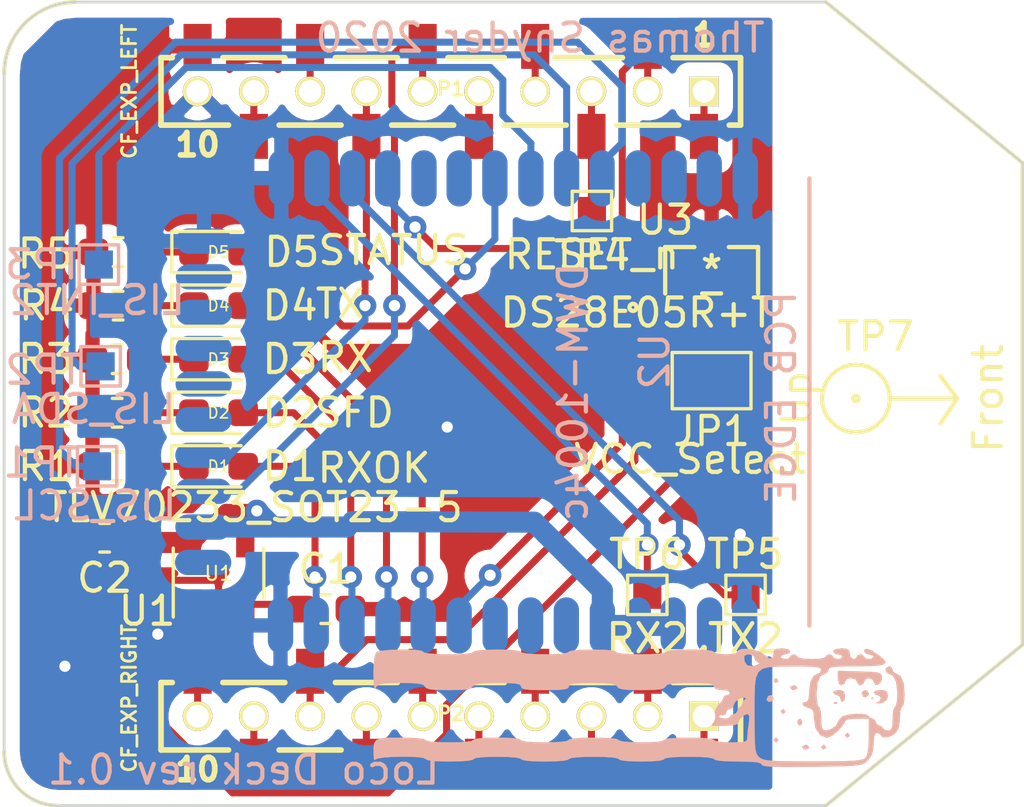
<source format=kicad_pcb>
(kicad_pcb (version 20171130) (host pcbnew 5.1.5-52549c5~84~ubuntu18.04.1)

  (general
    (thickness 1.6)
    (drawings 15)
    (tracks 175)
    (zones 0)
    (modules 26)
    (nets 52)
  )

  (page A4)
  (layers
    (0 F.Cu signal)
    (31 B.Cu signal)
    (32 B.Adhes user)
    (33 F.Adhes user)
    (34 B.Paste user)
    (35 F.Paste user)
    (36 B.SilkS user)
    (37 F.SilkS user)
    (38 B.Mask user)
    (39 F.Mask user)
    (40 Dwgs.User user)
    (41 Cmts.User user)
    (42 Eco1.User user)
    (43 Eco2.User user)
    (44 Edge.Cuts user)
    (45 Margin user)
    (46 B.CrtYd user)
    (47 F.CrtYd user)
    (48 B.Fab user)
    (49 F.Fab user)
  )

  (setup
    (last_trace_width 0.25)
    (trace_clearance 0.2)
    (zone_clearance 0.508)
    (zone_45_only no)
    (trace_min 0.2)
    (via_size 0.8)
    (via_drill 0.4)
    (via_min_size 0.4)
    (via_min_drill 0.3)
    (uvia_size 0.3)
    (uvia_drill 0.1)
    (uvias_allowed no)
    (uvia_min_size 0.2)
    (uvia_min_drill 0.1)
    (edge_width 0.1)
    (segment_width 0.2)
    (pcb_text_width 0.3)
    (pcb_text_size 1.5 1.5)
    (mod_edge_width 0.15)
    (mod_text_size 1 1)
    (mod_text_width 0.15)
    (pad_size 1.524 1.524)
    (pad_drill 0.762)
    (pad_to_mask_clearance 0)
    (aux_axis_origin 0 0)
    (visible_elements FFFFFF7F)
    (pcbplotparams
      (layerselection 0x310fc_ffffffff)
      (usegerberextensions false)
      (usegerberattributes false)
      (usegerberadvancedattributes false)
      (creategerberjobfile false)
      (excludeedgelayer true)
      (linewidth 0.100000)
      (plotframeref false)
      (viasonmask false)
      (mode 1)
      (useauxorigin false)
      (hpglpennumber 1)
      (hpglpenspeed 20)
      (hpglpendiameter 15.000000)
      (psnegative false)
      (psa4output false)
      (plotreference true)
      (plotvalue true)
      (plotinvisibletext false)
      (padsonsilk false)
      (subtractmaskfromsilk false)
      (outputformat 1)
      (mirror false)
      (drillshape 0)
      (scaleselection 1)
      (outputdirectory "gerbs/"))
  )

  (net 0 "")
  (net 1 GND)
  (net 2 /VUSB)
  (net 3 VCC)
  (net 4 "Net-(D1-Pad1)")
  (net 5 /RXOKLED)
  (net 6 /SFDLED)
  (net 7 "Net-(D2-Pad1)")
  (net 8 "Net-(D3-Pad1)")
  (net 9 /RXLED)
  (net 10 /TXLED)
  (net 11 "Net-(D4-Pad1)")
  (net 12 "Net-(D5-Pad2)")
  (net 13 /IO4-PC12)
  (net 14 /IO3)
  (net 15 /SWCLK)
  (net 16 /SWDIO)
  (net 17 /I2C_SCL-PB6)
  (net 18 /I2C_SDA-PB7)
  (net 19 /RESET_n)
  (net 20 /IRQ)
  (net 21 /VCC_3V)
  (net 22 /UART2_RX)
  (net 23 /UART2_TX)
  (net 24 /VCOM)
  (net 25 "/SCK(PA5)")
  (net 26 "/MISO(PA6)")
  (net 27 /WKUP-P0.12)
  (net 28 /N_IO_1-P0.11)
  (net 29 "/MOSI(PA7)")
  (net 30 /LIS_SCL)
  (net 31 /LIS_SDA)
  (net 32 /LIS_INT2)
  (net 33 "Net-(U1-Pad4)")
  (net 34 "Net-(U2-Pad2)")
  (net 35 "Net-(U2-Pad6)")
  (net 36 "Net-(U2-Pad7)")
  (net 37 "Net-(U2-Pad8)")
  (net 38 "Net-(U2-Pad15)")
  (net 39 "Net-(U2-Pad19)")
  (net 40 "Net-(U2-Pad20)")
  (net 41 "Net-(U2-Pad21)")
  (net 42 "Net-(U2-Pad22)")
  (net 43 "Net-(U2-Pad23)")
  (net 44 "Net-(U2-Pad37)")
  (net 45 "Net-(U2-Pad36)")
  (net 46 "Net-(U2-Pad29)")
  (net 47 "Net-(U2-Pad35)")
  (net 48 "Net-(U2-Pad30)")
  (net 49 "Net-(D5-Pad1)")
  (net 50 "Net-(JP1-Pad1)")
  (net 51 /OW)

  (net_class Default "This is the default net class."
    (clearance 0.2)
    (trace_width 0.25)
    (via_dia 0.8)
    (via_drill 0.4)
    (uvia_dia 0.3)
    (uvia_drill 0.1)
    (add_net /I2C_SCL-PB6)
    (add_net /I2C_SDA-PB7)
    (add_net /IO3)
    (add_net /IO4-PC12)
    (add_net /IRQ)
    (add_net /LIS_INT2)
    (add_net /LIS_SCL)
    (add_net /LIS_SDA)
    (add_net "/MISO(PA6)")
    (add_net "/MOSI(PA7)")
    (add_net /N_IO_1-P0.11)
    (add_net /OW)
    (add_net /RESET_n)
    (add_net /RXLED)
    (add_net /RXOKLED)
    (add_net "/SCK(PA5)")
    (add_net /SFDLED)
    (add_net /SWCLK)
    (add_net /SWDIO)
    (add_net /TXLED)
    (add_net /UART2_RX)
    (add_net /UART2_TX)
    (add_net /VCC_3V)
    (add_net /VCOM)
    (add_net /VUSB)
    (add_net /WKUP-P0.12)
    (add_net GND)
    (add_net "Net-(D1-Pad1)")
    (add_net "Net-(D2-Pad1)")
    (add_net "Net-(D3-Pad1)")
    (add_net "Net-(D4-Pad1)")
    (add_net "Net-(D5-Pad1)")
    (add_net "Net-(D5-Pad2)")
    (add_net "Net-(JP1-Pad1)")
    (add_net "Net-(U1-Pad4)")
    (add_net "Net-(U2-Pad15)")
    (add_net "Net-(U2-Pad19)")
    (add_net "Net-(U2-Pad2)")
    (add_net "Net-(U2-Pad20)")
    (add_net "Net-(U2-Pad21)")
    (add_net "Net-(U2-Pad22)")
    (add_net "Net-(U2-Pad23)")
    (add_net "Net-(U2-Pad29)")
    (add_net "Net-(U2-Pad30)")
    (add_net "Net-(U2-Pad35)")
    (add_net "Net-(U2-Pad36)")
    (add_net "Net-(U2-Pad37)")
    (add_net "Net-(U2-Pad6)")
    (add_net "Net-(U2-Pad7)")
    (add_net "Net-(U2-Pad8)")
    (add_net VCC)
  )

  (module Capacitor_SMD:C_0603_1608Metric_Pad1.05x0.95mm_HandSolder (layer F.Cu) (tedit 5B301BBE) (tstamp 5E5FA4D5)
    (at 180.975 84.455)
    (descr "Capacitor SMD 0603 (1608 Metric), square (rectangular) end terminal, IPC_7351 nominal with elongated pad for handsoldering. (Body size source: http://www.tortai-tech.com/upload/download/2011102023233369053.pdf), generated with kicad-footprint-generator")
    (tags "capacitor handsolder")
    (path /5E610C72)
    (attr smd)
    (fp_text reference C1 (at 0 -1.43) (layer F.SilkS)
      (effects (font (size 1 1) (thickness 0.15)))
    )
    (fp_text value 0.1uf (at 0 1.43) (layer F.Fab)
      (effects (font (size 1 1) (thickness 0.15)))
    )
    (fp_text user %R (at 0 0) (layer F.Fab)
      (effects (font (size 0.4 0.4) (thickness 0.06)))
    )
    (fp_line (start 1.65 0.73) (end -1.65 0.73) (layer F.CrtYd) (width 0.05))
    (fp_line (start 1.65 -0.73) (end 1.65 0.73) (layer F.CrtYd) (width 0.05))
    (fp_line (start -1.65 -0.73) (end 1.65 -0.73) (layer F.CrtYd) (width 0.05))
    (fp_line (start -1.65 0.73) (end -1.65 -0.73) (layer F.CrtYd) (width 0.05))
    (fp_line (start -0.171267 0.51) (end 0.171267 0.51) (layer F.SilkS) (width 0.12))
    (fp_line (start -0.171267 -0.51) (end 0.171267 -0.51) (layer F.SilkS) (width 0.12))
    (fp_line (start 0.8 0.4) (end -0.8 0.4) (layer F.Fab) (width 0.1))
    (fp_line (start 0.8 -0.4) (end 0.8 0.4) (layer F.Fab) (width 0.1))
    (fp_line (start -0.8 -0.4) (end 0.8 -0.4) (layer F.Fab) (width 0.1))
    (fp_line (start -0.8 0.4) (end -0.8 -0.4) (layer F.Fab) (width 0.1))
    (pad 2 smd roundrect (at 0.875 0) (size 1.05 0.95) (layers F.Cu F.Paste F.Mask) (roundrect_rratio 0.25)
      (net 1 GND))
    (pad 1 smd roundrect (at -0.875 0) (size 1.05 0.95) (layers F.Cu F.Paste F.Mask) (roundrect_rratio 0.25)
      (net 2 /VUSB))
    (model ${KISYS3DMOD}/Capacitor_SMD.3dshapes/C_0603_1608Metric.wrl
      (at (xyz 0 0 0))
      (scale (xyz 1 1 1))
      (rotate (xyz 0 0 0))
    )
  )

  (module Capacitor_SMD:C_0603_1608Metric_Pad1.05x0.95mm_HandSolder (layer F.Cu) (tedit 5B301BBE) (tstamp 5E5FA4E6)
    (at 173.115 81.915 180)
    (descr "Capacitor SMD 0603 (1608 Metric), square (rectangular) end terminal, IPC_7351 nominal with elongated pad for handsoldering. (Body size source: http://www.tortai-tech.com/upload/download/2011102023233369053.pdf), generated with kicad-footprint-generator")
    (tags "capacitor handsolder")
    (path /5E612A0A)
    (attr smd)
    (fp_text reference C2 (at 0 -1.43) (layer F.SilkS)
      (effects (font (size 1 1) (thickness 0.15)))
    )
    (fp_text value 1uf (at 2.3635 0.1905 90) (layer F.Fab)
      (effects (font (size 1 1) (thickness 0.15)))
    )
    (fp_line (start -0.8 0.4) (end -0.8 -0.4) (layer F.Fab) (width 0.1))
    (fp_line (start -0.8 -0.4) (end 0.8 -0.4) (layer F.Fab) (width 0.1))
    (fp_line (start 0.8 -0.4) (end 0.8 0.4) (layer F.Fab) (width 0.1))
    (fp_line (start 0.8 0.4) (end -0.8 0.4) (layer F.Fab) (width 0.1))
    (fp_line (start -0.171267 -0.51) (end 0.171267 -0.51) (layer F.SilkS) (width 0.12))
    (fp_line (start -0.171267 0.51) (end 0.171267 0.51) (layer F.SilkS) (width 0.12))
    (fp_line (start -1.65 0.73) (end -1.65 -0.73) (layer F.CrtYd) (width 0.05))
    (fp_line (start -1.65 -0.73) (end 1.65 -0.73) (layer F.CrtYd) (width 0.05))
    (fp_line (start 1.65 -0.73) (end 1.65 0.73) (layer F.CrtYd) (width 0.05))
    (fp_line (start 1.65 0.73) (end -1.65 0.73) (layer F.CrtYd) (width 0.05))
    (fp_text user %R (at 0 0) (layer F.Fab)
      (effects (font (size 0.4 0.4) (thickness 0.06)))
    )
    (pad 1 smd roundrect (at -0.875 0 180) (size 1.05 0.95) (layers F.Cu F.Paste F.Mask) (roundrect_rratio 0.25)
      (net 3 VCC))
    (pad 2 smd roundrect (at 0.875 0 180) (size 1.05 0.95) (layers F.Cu F.Paste F.Mask) (roundrect_rratio 0.25)
      (net 1 GND))
    (model ${KISYS3DMOD}/Capacitor_SMD.3dshapes/C_0603_1608Metric.wrl
      (at (xyz 0 0 0))
      (scale (xyz 1 1 1))
      (rotate (xyz 0 0 0))
    )
  )

  (module LED_SMD:LED_0603_1608Metric_Pad1.05x0.95mm_HandSolder (layer F.Cu) (tedit 5B4B45C9) (tstamp 5E7402E4)
    (at 177.165 79.375)
    (descr "LED SMD 0603 (1608 Metric), square (rectangular) end terminal, IPC_7351 nominal, (Body size source: http://www.tortai-tech.com/upload/download/2011102023233369053.pdf), generated with kicad-footprint-generator")
    (tags "LED handsolder")
    (path /5E6A30AE)
    (attr smd)
    (fp_text reference D1 (at 2.54 0 180) (layer F.SilkS)
      (effects (font (size 1 1) (thickness 0.15)))
    )
    (fp_text value RXOK (at 5.5245 0.0635) (layer F.SilkS)
      (effects (font (size 1 1) (thickness 0.15)))
    )
    (fp_line (start 0.8 -0.4) (end -0.5 -0.4) (layer F.Fab) (width 0.1))
    (fp_line (start -0.5 -0.4) (end -0.8 -0.1) (layer F.Fab) (width 0.1))
    (fp_line (start -0.8 -0.1) (end -0.8 0.4) (layer F.Fab) (width 0.1))
    (fp_line (start -0.8 0.4) (end 0.8 0.4) (layer F.Fab) (width 0.1))
    (fp_line (start 0.8 0.4) (end 0.8 -0.4) (layer F.Fab) (width 0.1))
    (fp_line (start 0.8 -0.735) (end -1.66 -0.735) (layer F.SilkS) (width 0.12))
    (fp_line (start -1.66 -0.735) (end -1.66 0.735) (layer F.SilkS) (width 0.12))
    (fp_line (start -1.66 0.735) (end 0.8 0.735) (layer F.SilkS) (width 0.12))
    (fp_line (start -1.65 0.73) (end -1.65 -0.73) (layer F.CrtYd) (width 0.05))
    (fp_line (start -1.65 -0.73) (end 1.65 -0.73) (layer F.CrtYd) (width 0.05))
    (fp_line (start 1.65 -0.73) (end 1.65 0.73) (layer F.CrtYd) (width 0.05))
    (fp_line (start 1.65 0.73) (end -1.65 0.73) (layer F.CrtYd) (width 0.05))
    (fp_text user %R (at 0 0) (layer F.SilkS)
      (effects (font (size 0.4 0.4) (thickness 0.06)))
    )
    (pad 1 smd roundrect (at -0.875 0) (size 1.05 0.95) (layers F.Cu F.Paste F.Mask) (roundrect_rratio 0.25)
      (net 4 "Net-(D1-Pad1)"))
    (pad 2 smd roundrect (at 0.875 0) (size 1.05 0.95) (layers F.Cu F.Paste F.Mask) (roundrect_rratio 0.25)
      (net 5 /RXOKLED))
    (model ${KISYS3DMOD}/LED_SMD.3dshapes/LED_0603_1608Metric.wrl
      (at (xyz 0 0 0))
      (scale (xyz 1 1 1))
      (rotate (xyz 0 0 0))
    )
  )

  (module LED_SMD:LED_0603_1608Metric_Pad1.05x0.95mm_HandSolder (layer F.Cu) (tedit 5B4B45C9) (tstamp 5E5FB0FE)
    (at 177.165 77.47)
    (descr "LED SMD 0603 (1608 Metric), square (rectangular) end terminal, IPC_7351 nominal, (Body size source: http://www.tortai-tech.com/upload/download/2011102023233369053.pdf), generated with kicad-footprint-generator")
    (tags "LED handsolder")
    (path /5E6A2B50)
    (attr smd)
    (fp_text reference D2 (at 2.54 0 180) (layer F.SilkS)
      (effects (font (size 1 1) (thickness 0.15)))
    )
    (fp_text value SFD (at 4.826 0) (layer F.SilkS)
      (effects (font (size 1 1) (thickness 0.15)))
    )
    (fp_text user %R (at 0 0) (layer F.SilkS)
      (effects (font (size 0.4 0.4) (thickness 0.06)))
    )
    (fp_line (start 1.65 0.73) (end -1.65 0.73) (layer F.CrtYd) (width 0.05))
    (fp_line (start 1.65 -0.73) (end 1.65 0.73) (layer F.CrtYd) (width 0.05))
    (fp_line (start -1.65 -0.73) (end 1.65 -0.73) (layer F.CrtYd) (width 0.05))
    (fp_line (start -1.65 0.73) (end -1.65 -0.73) (layer F.CrtYd) (width 0.05))
    (fp_line (start -1.66 0.735) (end 0.8 0.735) (layer F.SilkS) (width 0.12))
    (fp_line (start -1.66 -0.735) (end -1.66 0.735) (layer F.SilkS) (width 0.12))
    (fp_line (start 0.8 -0.735) (end -1.66 -0.735) (layer F.SilkS) (width 0.12))
    (fp_line (start 0.8 0.4) (end 0.8 -0.4) (layer F.Fab) (width 0.1))
    (fp_line (start -0.8 0.4) (end 0.8 0.4) (layer F.Fab) (width 0.1))
    (fp_line (start -0.8 -0.1) (end -0.8 0.4) (layer F.Fab) (width 0.1))
    (fp_line (start -0.5 -0.4) (end -0.8 -0.1) (layer F.Fab) (width 0.1))
    (fp_line (start 0.8 -0.4) (end -0.5 -0.4) (layer F.Fab) (width 0.1))
    (pad 2 smd roundrect (at 0.875 0) (size 1.05 0.95) (layers F.Cu F.Paste F.Mask) (roundrect_rratio 0.25)
      (net 6 /SFDLED))
    (pad 1 smd roundrect (at -0.875 0) (size 1.05 0.95) (layers F.Cu F.Paste F.Mask) (roundrect_rratio 0.25)
      (net 7 "Net-(D2-Pad1)"))
    (model ${KISYS3DMOD}/LED_SMD.3dshapes/LED_0603_1608Metric.wrl
      (at (xyz 0 0 0))
      (scale (xyz 1 1 1))
      (rotate (xyz 0 0 0))
    )
  )

  (module LED_SMD:LED_0603_1608Metric_Pad1.05x0.95mm_HandSolder (layer F.Cu) (tedit 5B4B45C9) (tstamp 5E5FA51F)
    (at 177.165 75.565)
    (descr "LED SMD 0603 (1608 Metric), square (rectangular) end terminal, IPC_7351 nominal, (Body size source: http://www.tortai-tech.com/upload/download/2011102023233369053.pdf), generated with kicad-footprint-generator")
    (tags "LED handsolder")
    (path /5E6A24A4)
    (attr smd)
    (fp_text reference D3 (at 2.54 0 180) (layer F.SilkS)
      (effects (font (size 1 1) (thickness 0.15)))
    )
    (fp_text value RX (at 4.5085 -0.0635) (layer F.SilkS)
      (effects (font (size 1 1) (thickness 0.15)))
    )
    (fp_line (start 0.8 -0.4) (end -0.5 -0.4) (layer F.Fab) (width 0.1))
    (fp_line (start -0.5 -0.4) (end -0.8 -0.1) (layer F.Fab) (width 0.1))
    (fp_line (start -0.8 -0.1) (end -0.8 0.4) (layer F.Fab) (width 0.1))
    (fp_line (start -0.8 0.4) (end 0.8 0.4) (layer F.Fab) (width 0.1))
    (fp_line (start 0.8 0.4) (end 0.8 -0.4) (layer F.Fab) (width 0.1))
    (fp_line (start 0.8 -0.735) (end -1.66 -0.735) (layer F.SilkS) (width 0.12))
    (fp_line (start -1.66 -0.735) (end -1.66 0.735) (layer F.SilkS) (width 0.12))
    (fp_line (start -1.66 0.735) (end 0.8 0.735) (layer F.SilkS) (width 0.12))
    (fp_line (start -1.65 0.73) (end -1.65 -0.73) (layer F.CrtYd) (width 0.05))
    (fp_line (start -1.65 -0.73) (end 1.65 -0.73) (layer F.CrtYd) (width 0.05))
    (fp_line (start 1.65 -0.73) (end 1.65 0.73) (layer F.CrtYd) (width 0.05))
    (fp_line (start 1.65 0.73) (end -1.65 0.73) (layer F.CrtYd) (width 0.05))
    (fp_text user %R (at 0 0) (layer F.SilkS)
      (effects (font (size 0.4 0.4) (thickness 0.06)))
    )
    (pad 1 smd roundrect (at -0.875 0) (size 1.05 0.95) (layers F.Cu F.Paste F.Mask) (roundrect_rratio 0.25)
      (net 8 "Net-(D3-Pad1)"))
    (pad 2 smd roundrect (at 0.875 0) (size 1.05 0.95) (layers F.Cu F.Paste F.Mask) (roundrect_rratio 0.25)
      (net 9 /RXLED))
    (model ${KISYS3DMOD}/LED_SMD.3dshapes/LED_0603_1608Metric.wrl
      (at (xyz 0 0 0))
      (scale (xyz 1 1 1))
      (rotate (xyz 0 0 0))
    )
  )

  (module LED_SMD:LED_0603_1608Metric_Pad1.05x0.95mm_HandSolder (layer F.Cu) (tedit 5B4B45C9) (tstamp 5E6148BD)
    (at 177.165 73.66)
    (descr "LED SMD 0603 (1608 Metric), square (rectangular) end terminal, IPC_7351 nominal, (Body size source: http://www.tortai-tech.com/upload/download/2011102023233369053.pdf), generated with kicad-footprint-generator")
    (tags "LED handsolder")
    (path /5E6A19E1)
    (attr smd)
    (fp_text reference D4 (at 2.54 0 180) (layer F.SilkS)
      (effects (font (size 1 1) (thickness 0.15)))
    )
    (fp_text value TX (at 4.318 -0.0635) (layer F.SilkS)
      (effects (font (size 1 1) (thickness 0.15)))
    )
    (fp_text user %R (at 0 0) (layer F.SilkS)
      (effects (font (size 0.4 0.4) (thickness 0.06)))
    )
    (fp_line (start 1.65 0.73) (end -1.65 0.73) (layer F.CrtYd) (width 0.05))
    (fp_line (start 1.65 -0.73) (end 1.65 0.73) (layer F.CrtYd) (width 0.05))
    (fp_line (start -1.65 -0.73) (end 1.65 -0.73) (layer F.CrtYd) (width 0.05))
    (fp_line (start -1.65 0.73) (end -1.65 -0.73) (layer F.CrtYd) (width 0.05))
    (fp_line (start -1.66 0.735) (end 0.8 0.735) (layer F.SilkS) (width 0.12))
    (fp_line (start -1.66 -0.735) (end -1.66 0.735) (layer F.SilkS) (width 0.12))
    (fp_line (start 0.8 -0.735) (end -1.66 -0.735) (layer F.SilkS) (width 0.12))
    (fp_line (start 0.8 0.4) (end 0.8 -0.4) (layer F.Fab) (width 0.1))
    (fp_line (start -0.8 0.4) (end 0.8 0.4) (layer F.Fab) (width 0.1))
    (fp_line (start -0.8 -0.1) (end -0.8 0.4) (layer F.Fab) (width 0.1))
    (fp_line (start -0.5 -0.4) (end -0.8 -0.1) (layer F.Fab) (width 0.1))
    (fp_line (start 0.8 -0.4) (end -0.5 -0.4) (layer F.Fab) (width 0.1))
    (pad 2 smd roundrect (at 0.875 0) (size 1.05 0.95) (layers F.Cu F.Paste F.Mask) (roundrect_rratio 0.25)
      (net 10 /TXLED))
    (pad 1 smd roundrect (at -0.875 0) (size 1.05 0.95) (layers F.Cu F.Paste F.Mask) (roundrect_rratio 0.25)
      (net 11 "Net-(D4-Pad1)"))
    (model ${KISYS3DMOD}/LED_SMD.3dshapes/LED_0603_1608Metric.wrl
      (at (xyz 0 0 0))
      (scale (xyz 1 1 1))
      (rotate (xyz 0 0 0))
    )
  )

  (module Bitcraze:CF2-DECK-SMD-HOLES (layer F.Cu) (tedit 570E483E) (tstamp 5E5FA57B)
    (at 185.42 66.04 180)
    (path /5E63791B)
    (attr smd)
    (fp_text reference P1 (at 0 0.1) (layer F.SilkS)
      (effects (font (size 0.5 0.5) (thickness 0.1)))
    )
    (fp_text value CF_EXP_LEFT (at 11.43 0 90) (layer F.SilkS)
      (effects (font (size 0.5 0.5) (thickness 0.1)))
    )
    (fp_line (start -10.3 1.2) (end -7.9 1.2) (layer F.SilkS) (width 0.2))
    (fp_line (start -10.3 -1.2) (end -10.3 1.2) (layer F.SilkS) (width 0.2))
    (fp_line (start -10.3 -1.2) (end -9.9 -1.2) (layer F.SilkS) (width 0.2))
    (fp_line (start -8.1 -1.2) (end -5.9 -1.2) (layer F.SilkS) (width 0.2))
    (fp_line (start -6.1 1.2) (end -3.7 1.2) (layer F.SilkS) (width 0.2))
    (fp_line (start -4.1 -1.2) (end -1.9 -1.2) (layer F.SilkS) (width 0.2))
    (fp_line (start -1.9 1.2) (end 0.1 1.2) (layer F.SilkS) (width 0.2))
    (fp_line (start 1.9 1.2) (end 4.1 1.2) (layer F.SilkS) (width 0.2))
    (fp_line (start 5.9 1.2) (end 8.1 1.2) (layer F.SilkS) (width 0.2))
    (fp_line (start -0.1 -1.2) (end 2.1 -1.2) (layer F.SilkS) (width 0.2))
    (fp_line (start 3.9 -1.2) (end 6.1 -1.2) (layer F.SilkS) (width 0.2))
    (fp_line (start 10.3 1.2) (end 9.9 1.2) (layer F.SilkS) (width 0.2))
    (fp_line (start 10.3 -1.2) (end 10.3 1.2) (layer F.SilkS) (width 0.2))
    (fp_line (start 7.9 -1.2) (end 10.3 -1.2) (layer F.SilkS) (width 0.2))
    (fp_text user 1 (at -9 2) (layer F.SilkS)
      (effects (font (size 0.8 0.8) (thickness 0.2)))
    )
    (fp_text user 10 (at 9 -1.9) (layer F.SilkS)
      (effects (font (size 0.8 0.8) (thickness 0.2)))
    )
    (pad 10 smd circle (at 9 0 180) (size 1.05 1.05) (layers F.Cu F.Mask)
      (net 1 GND) (solder_mask_margin -0.05))
    (pad 9 smd circle (at 7 0 180) (size 1.05 1.05) (layers F.Cu F.Mask)
      (net 13 /IO4-PC12) (solder_mask_margin -0.05))
    (pad 8 smd circle (at 5 0 180) (size 1.05 1.05) (layers F.Cu F.Mask)
      (net 14 /IO3) (solder_mask_margin -0.05))
    (pad 7 smd circle (at 3 0 180) (size 1.05 1.05) (layers F.Cu F.Mask)
      (net 15 /SWCLK) (solder_mask_margin -0.05))
    (pad 6 smd circle (at 1 0 180) (size 1.05 1.05) (layers F.Cu F.Mask)
      (net 16 /SWDIO) (solder_mask_margin -0.05))
    (pad 5 smd circle (at -1 0 180) (size 1.05 1.05) (layers F.Cu F.Mask)
      (net 17 /I2C_SCL-PB6) (solder_mask_margin -0.05))
    (pad 4 smd circle (at -3 0 180) (size 1.05 1.05) (layers F.Cu F.Mask)
      (net 18 /I2C_SDA-PB7) (solder_mask_margin -0.05))
    (pad 3 smd circle (at -5 0 180) (size 1.05 1.05) (layers F.Cu F.Mask)
      (net 19 /RESET_n) (solder_mask_margin -0.05))
    (pad 2 smd circle (at -7 0 180) (size 1.05 1.05) (layers F.Cu F.Mask)
      (net 20 /IRQ) (solder_mask_margin -0.05))
    (pad 1 smd circle (at -9 0 180) (size 1.05 1.05) (layers F.Cu F.Mask)
      (net 21 /VCC_3V) (solder_mask_margin -0.05))
    (pad 10 smd rect (at 9 1.6 180) (size 1 1.6) (layers F.Cu F.Paste F.Mask)
      (net 1 GND))
    (pad 9 smd rect (at 7 -1.6 180) (size 1 1.6) (layers F.Cu F.Paste F.Mask)
      (net 13 /IO4-PC12))
    (pad 8 smd rect (at 5 1.6 180) (size 1 1.6) (layers F.Cu F.Paste F.Mask)
      (net 14 /IO3))
    (pad 7 smd rect (at 3 -1.6 180) (size 1 1.6) (layers F.Cu F.Paste F.Mask)
      (net 15 /SWCLK))
    (pad 6 smd rect (at 1 1.6 180) (size 1 1.6) (layers F.Cu F.Paste F.Mask)
      (net 16 /SWDIO))
    (pad 5 smd rect (at -1 -1.6 180) (size 1 1.6) (layers F.Cu F.Paste F.Mask)
      (net 17 /I2C_SCL-PB6))
    (pad 4 smd rect (at -3 1.6 180) (size 1 1.6) (layers F.Cu F.Paste F.Mask)
      (net 18 /I2C_SDA-PB7))
    (pad 3 smd rect (at -5 -1.6 180) (size 1 1.6) (layers F.Cu F.Paste F.Mask)
      (net 19 /RESET_n))
    (pad 2 smd rect (at -7 1.6 180) (size 1 1.6) (layers F.Cu F.Paste F.Mask)
      (net 20 /IRQ))
    (pad 1 smd rect (at -9 -1.6 180) (size 1 1.6) (layers F.Cu F.Paste F.Mask)
      (net 21 /VCC_3V))
    (pad 5 thru_hole circle (at -1 0 180) (size 1.05 1.05) (drill 0.8) (layers *.Cu F.SilkS B.Mask)
      (net 17 /I2C_SCL-PB6))
    (pad 6 thru_hole circle (at 1 0 180) (size 1.05 1.05) (drill 0.8) (layers *.Cu F.SilkS B.Mask)
      (net 16 /SWDIO))
    (pad 7 thru_hole circle (at 3 0 180) (size 1.05 1.05) (drill 0.8) (layers *.Cu F.SilkS B.Mask)
      (net 15 /SWCLK))
    (pad 4 thru_hole circle (at -3 0 180) (size 1.05 1.05) (drill 0.8) (layers *.Cu F.SilkS B.Mask)
      (net 18 /I2C_SDA-PB7))
    (pad 3 thru_hole circle (at -5 0 180) (size 1.05 1.05) (drill 0.8) (layers *.Cu F.SilkS B.Mask)
      (net 19 /RESET_n))
    (pad 9 thru_hole circle (at 7 0 180) (size 1.05 1.05) (drill 0.8) (layers *.Cu F.SilkS B.Mask)
      (net 13 /IO4-PC12))
    (pad 8 thru_hole circle (at 5 0 180) (size 1.05 1.05) (drill 0.8) (layers *.Cu F.SilkS B.Mask)
      (net 14 /IO3))
    (pad 1 thru_hole rect (at -9 0 180) (size 1.05 1.05) (drill 0.8) (layers *.Cu F.SilkS B.Mask)
      (net 21 /VCC_3V))
    (pad 2 thru_hole circle (at -7 0 180) (size 1.05 1.05) (drill 0.8) (layers *.Cu F.SilkS B.Mask)
      (net 20 /IRQ))
    (pad 10 thru_hole circle (at 9 0 180) (size 1.05 1.05) (drill 0.8) (layers *.Cu F.SilkS B.Mask)
      (net 1 GND))
  )

  (module Bitcraze:CF2-DECK-SMD-HOLES (layer F.Cu) (tedit 570E483E) (tstamp 5E612BC9)
    (at 185.42 88.265 180)
    (path /5E667DC5)
    (attr smd)
    (fp_text reference P2 (at 0 0.1) (layer F.SilkS)
      (effects (font (size 0.5 0.5) (thickness 0.1)))
    )
    (fp_text value CF_EXP_RIGHT (at 11.43 0.635 90) (layer F.SilkS)
      (effects (font (size 0.5 0.5) (thickness 0.1)))
    )
    (fp_text user 10 (at 9 -1.9) (layer F.SilkS)
      (effects (font (size 0.8 0.8) (thickness 0.2)))
    )
    (fp_text user 1 (at -9 2) (layer F.SilkS)
      (effects (font (size 0.8 0.8) (thickness 0.2)))
    )
    (fp_line (start 7.9 -1.2) (end 10.3 -1.2) (layer F.SilkS) (width 0.2))
    (fp_line (start 10.3 -1.2) (end 10.3 1.2) (layer F.SilkS) (width 0.2))
    (fp_line (start 10.3 1.2) (end 9.9 1.2) (layer F.SilkS) (width 0.2))
    (fp_line (start 3.9 -1.2) (end 6.1 -1.2) (layer F.SilkS) (width 0.2))
    (fp_line (start -0.1 -1.2) (end 2.1 -1.2) (layer F.SilkS) (width 0.2))
    (fp_line (start 5.9 1.2) (end 8.1 1.2) (layer F.SilkS) (width 0.2))
    (fp_line (start 1.9 1.2) (end 4.1 1.2) (layer F.SilkS) (width 0.2))
    (fp_line (start -1.9 1.2) (end 0.1 1.2) (layer F.SilkS) (width 0.2))
    (fp_line (start -4.1 -1.2) (end -1.9 -1.2) (layer F.SilkS) (width 0.2))
    (fp_line (start -6.1 1.2) (end -3.7 1.2) (layer F.SilkS) (width 0.2))
    (fp_line (start -8.1 -1.2) (end -5.9 -1.2) (layer F.SilkS) (width 0.2))
    (fp_line (start -10.3 -1.2) (end -9.9 -1.2) (layer F.SilkS) (width 0.2))
    (fp_line (start -10.3 -1.2) (end -10.3 1.2) (layer F.SilkS) (width 0.2))
    (fp_line (start -10.3 1.2) (end -7.9 1.2) (layer F.SilkS) (width 0.2))
    (pad 10 thru_hole circle (at 9 0 180) (size 1.05 1.05) (drill 0.8) (layers *.Cu F.SilkS B.Mask)
      (net 2 /VUSB))
    (pad 2 thru_hole circle (at -7 0 180) (size 1.05 1.05) (drill 0.8) (layers *.Cu F.SilkS B.Mask)
      (net 22 /UART2_RX))
    (pad 1 thru_hole rect (at -9 0 180) (size 1.05 1.05) (drill 0.8) (layers *.Cu F.SilkS B.Mask)
      (net 23 /UART2_TX))
    (pad 8 thru_hole circle (at 5 0 180) (size 1.05 1.05) (drill 0.8) (layers *.Cu F.SilkS B.Mask)
      (net 51 /OW))
    (pad 9 thru_hole circle (at 7 0 180) (size 1.05 1.05) (drill 0.8) (layers *.Cu F.SilkS B.Mask)
      (net 24 /VCOM))
    (pad 3 thru_hole circle (at -5 0 180) (size 1.05 1.05) (drill 0.8) (layers *.Cu F.SilkS B.Mask)
      (net 25 "/SCK(PA5)"))
    (pad 4 thru_hole circle (at -3 0 180) (size 1.05 1.05) (drill 0.8) (layers *.Cu F.SilkS B.Mask)
      (net 26 "/MISO(PA6)"))
    (pad 7 thru_hole circle (at 3 0 180) (size 1.05 1.05) (drill 0.8) (layers *.Cu F.SilkS B.Mask)
      (net 27 /WKUP-P0.12))
    (pad 6 thru_hole circle (at 1 0 180) (size 1.05 1.05) (drill 0.8) (layers *.Cu F.SilkS B.Mask)
      (net 28 /N_IO_1-P0.11))
    (pad 5 thru_hole circle (at -1 0 180) (size 1.05 1.05) (drill 0.8) (layers *.Cu F.SilkS B.Mask)
      (net 29 "/MOSI(PA7)"))
    (pad 1 smd rect (at -9 -1.6 180) (size 1 1.6) (layers F.Cu F.Paste F.Mask)
      (net 23 /UART2_TX))
    (pad 2 smd rect (at -7 1.6 180) (size 1 1.6) (layers F.Cu F.Paste F.Mask)
      (net 22 /UART2_RX))
    (pad 3 smd rect (at -5 -1.6 180) (size 1 1.6) (layers F.Cu F.Paste F.Mask)
      (net 25 "/SCK(PA5)"))
    (pad 4 smd rect (at -3 1.6 180) (size 1 1.6) (layers F.Cu F.Paste F.Mask)
      (net 26 "/MISO(PA6)"))
    (pad 5 smd rect (at -1 -1.6 180) (size 1 1.6) (layers F.Cu F.Paste F.Mask)
      (net 29 "/MOSI(PA7)"))
    (pad 6 smd rect (at 1 1.6 180) (size 1 1.6) (layers F.Cu F.Paste F.Mask)
      (net 28 /N_IO_1-P0.11))
    (pad 7 smd rect (at 3 -1.6 180) (size 1 1.6) (layers F.Cu F.Paste F.Mask)
      (net 27 /WKUP-P0.12))
    (pad 8 smd rect (at 5 1.6 180) (size 1 1.6) (layers F.Cu F.Paste F.Mask)
      (net 51 /OW))
    (pad 9 smd rect (at 7 -1.6 180) (size 1 1.6) (layers F.Cu F.Paste F.Mask)
      (net 24 /VCOM))
    (pad 10 smd rect (at 9 1.6 180) (size 1 1.6) (layers F.Cu F.Paste F.Mask)
      (net 2 /VUSB))
    (pad 1 smd circle (at -9 0 180) (size 1.05 1.05) (layers F.Cu F.Mask)
      (net 23 /UART2_TX) (solder_mask_margin -0.05))
    (pad 2 smd circle (at -7 0 180) (size 1.05 1.05) (layers F.Cu F.Mask)
      (net 22 /UART2_RX) (solder_mask_margin -0.05))
    (pad 3 smd circle (at -5 0 180) (size 1.05 1.05) (layers F.Cu F.Mask)
      (net 25 "/SCK(PA5)") (solder_mask_margin -0.05))
    (pad 4 smd circle (at -3 0 180) (size 1.05 1.05) (layers F.Cu F.Mask)
      (net 26 "/MISO(PA6)") (solder_mask_margin -0.05))
    (pad 5 smd circle (at -1 0 180) (size 1.05 1.05) (layers F.Cu F.Mask)
      (net 29 "/MOSI(PA7)") (solder_mask_margin -0.05))
    (pad 6 smd circle (at 1 0 180) (size 1.05 1.05) (layers F.Cu F.Mask)
      (net 28 /N_IO_1-P0.11) (solder_mask_margin -0.05))
    (pad 7 smd circle (at 3 0 180) (size 1.05 1.05) (layers F.Cu F.Mask)
      (net 27 /WKUP-P0.12) (solder_mask_margin -0.05))
    (pad 8 smd circle (at 5 0 180) (size 1.05 1.05) (layers F.Cu F.Mask)
      (net 51 /OW) (solder_mask_margin -0.05))
    (pad 9 smd circle (at 7 0 180) (size 1.05 1.05) (layers F.Cu F.Mask)
      (net 24 /VCOM) (solder_mask_margin -0.05))
    (pad 10 smd circle (at 9 0 180) (size 1.05 1.05) (layers F.Cu F.Mask)
      (net 2 /VUSB) (solder_mask_margin -0.05))
  )

  (module Resistor_SMD:R_0603_1608Metric_Pad1.05x0.95mm_HandSolder (layer F.Cu) (tedit 5B301BBD) (tstamp 5E5FA5BE)
    (at 173.5595 79.375 180)
    (descr "Resistor SMD 0603 (1608 Metric), square (rectangular) end terminal, IPC_7351 nominal with elongated pad for handsoldering. (Body size source: http://www.tortai-tech.com/upload/download/2011102023233369053.pdf), generated with kicad-footprint-generator")
    (tags "resistor handsolder")
    (path /5E6A5740)
    (attr smd)
    (fp_text reference R1 (at 2.54 0 180) (layer F.SilkS)
      (effects (font (size 1 1) (thickness 0.15)))
    )
    (fp_text value R (at 0 1.43) (layer F.Fab)
      (effects (font (size 1 1) (thickness 0.15)))
    )
    (fp_text user %R (at 0 0) (layer F.Fab)
      (effects (font (size 0.4 0.4) (thickness 0.06)))
    )
    (fp_line (start 1.65 0.73) (end -1.65 0.73) (layer F.CrtYd) (width 0.05))
    (fp_line (start 1.65 -0.73) (end 1.65 0.73) (layer F.CrtYd) (width 0.05))
    (fp_line (start -1.65 -0.73) (end 1.65 -0.73) (layer F.CrtYd) (width 0.05))
    (fp_line (start -1.65 0.73) (end -1.65 -0.73) (layer F.CrtYd) (width 0.05))
    (fp_line (start -0.171267 0.51) (end 0.171267 0.51) (layer F.SilkS) (width 0.12))
    (fp_line (start -0.171267 -0.51) (end 0.171267 -0.51) (layer F.SilkS) (width 0.12))
    (fp_line (start 0.8 0.4) (end -0.8 0.4) (layer F.Fab) (width 0.1))
    (fp_line (start 0.8 -0.4) (end 0.8 0.4) (layer F.Fab) (width 0.1))
    (fp_line (start -0.8 -0.4) (end 0.8 -0.4) (layer F.Fab) (width 0.1))
    (fp_line (start -0.8 0.4) (end -0.8 -0.4) (layer F.Fab) (width 0.1))
    (pad 2 smd roundrect (at 0.875 0 180) (size 1.05 0.95) (layers F.Cu F.Paste F.Mask) (roundrect_rratio 0.25)
      (net 1 GND))
    (pad 1 smd roundrect (at -0.875 0 180) (size 1.05 0.95) (layers F.Cu F.Paste F.Mask) (roundrect_rratio 0.25)
      (net 4 "Net-(D1-Pad1)"))
    (model ${KISYS3DMOD}/Resistor_SMD.3dshapes/R_0603_1608Metric.wrl
      (at (xyz 0 0 0))
      (scale (xyz 1 1 1))
      (rotate (xyz 0 0 0))
    )
  )

  (module Resistor_SMD:R_0603_1608Metric_Pad1.05x0.95mm_HandSolder (layer F.Cu) (tedit 5B301BBD) (tstamp 5E5FA5CF)
    (at 173.5595 77.47 180)
    (descr "Resistor SMD 0603 (1608 Metric), square (rectangular) end terminal, IPC_7351 nominal with elongated pad for handsoldering. (Body size source: http://www.tortai-tech.com/upload/download/2011102023233369053.pdf), generated with kicad-footprint-generator")
    (tags "resistor handsolder")
    (path /5E6A5CCE)
    (attr smd)
    (fp_text reference R2 (at 2.54 0 180) (layer F.SilkS)
      (effects (font (size 1 1) (thickness 0.15)))
    )
    (fp_text value R (at 0 1.43) (layer F.Fab)
      (effects (font (size 1 1) (thickness 0.15)))
    )
    (fp_line (start -0.8 0.4) (end -0.8 -0.4) (layer F.Fab) (width 0.1))
    (fp_line (start -0.8 -0.4) (end 0.8 -0.4) (layer F.Fab) (width 0.1))
    (fp_line (start 0.8 -0.4) (end 0.8 0.4) (layer F.Fab) (width 0.1))
    (fp_line (start 0.8 0.4) (end -0.8 0.4) (layer F.Fab) (width 0.1))
    (fp_line (start -0.171267 -0.51) (end 0.171267 -0.51) (layer F.SilkS) (width 0.12))
    (fp_line (start -0.171267 0.51) (end 0.171267 0.51) (layer F.SilkS) (width 0.12))
    (fp_line (start -1.65 0.73) (end -1.65 -0.73) (layer F.CrtYd) (width 0.05))
    (fp_line (start -1.65 -0.73) (end 1.65 -0.73) (layer F.CrtYd) (width 0.05))
    (fp_line (start 1.65 -0.73) (end 1.65 0.73) (layer F.CrtYd) (width 0.05))
    (fp_line (start 1.65 0.73) (end -1.65 0.73) (layer F.CrtYd) (width 0.05))
    (fp_text user %R (at 0 0) (layer F.Fab)
      (effects (font (size 0.4 0.4) (thickness 0.06)))
    )
    (pad 1 smd roundrect (at -0.875 0 180) (size 1.05 0.95) (layers F.Cu F.Paste F.Mask) (roundrect_rratio 0.25)
      (net 7 "Net-(D2-Pad1)"))
    (pad 2 smd roundrect (at 0.875 0 180) (size 1.05 0.95) (layers F.Cu F.Paste F.Mask) (roundrect_rratio 0.25)
      (net 1 GND))
    (model ${KISYS3DMOD}/Resistor_SMD.3dshapes/R_0603_1608Metric.wrl
      (at (xyz 0 0 0))
      (scale (xyz 1 1 1))
      (rotate (xyz 0 0 0))
    )
  )

  (module Resistor_SMD:R_0603_1608Metric_Pad1.05x0.95mm_HandSolder (layer F.Cu) (tedit 5B301BBD) (tstamp 5E7401D1)
    (at 173.5595 75.565 180)
    (descr "Resistor SMD 0603 (1608 Metric), square (rectangular) end terminal, IPC_7351 nominal with elongated pad for handsoldering. (Body size source: http://www.tortai-tech.com/upload/download/2011102023233369053.pdf), generated with kicad-footprint-generator")
    (tags "resistor handsolder")
    (path /5E6A6068)
    (attr smd)
    (fp_text reference R3 (at 2.54 0 180) (layer F.SilkS)
      (effects (font (size 1 1) (thickness 0.15)))
    )
    (fp_text value R (at 0 1.43) (layer F.Fab)
      (effects (font (size 1 1) (thickness 0.15)))
    )
    (fp_text user %R (at 0 0) (layer F.Fab)
      (effects (font (size 0.4 0.4) (thickness 0.06)))
    )
    (fp_line (start 1.65 0.73) (end -1.65 0.73) (layer F.CrtYd) (width 0.05))
    (fp_line (start 1.65 -0.73) (end 1.65 0.73) (layer F.CrtYd) (width 0.05))
    (fp_line (start -1.65 -0.73) (end 1.65 -0.73) (layer F.CrtYd) (width 0.05))
    (fp_line (start -1.65 0.73) (end -1.65 -0.73) (layer F.CrtYd) (width 0.05))
    (fp_line (start -0.171267 0.51) (end 0.171267 0.51) (layer F.SilkS) (width 0.12))
    (fp_line (start -0.171267 -0.51) (end 0.171267 -0.51) (layer F.SilkS) (width 0.12))
    (fp_line (start 0.8 0.4) (end -0.8 0.4) (layer F.Fab) (width 0.1))
    (fp_line (start 0.8 -0.4) (end 0.8 0.4) (layer F.Fab) (width 0.1))
    (fp_line (start -0.8 -0.4) (end 0.8 -0.4) (layer F.Fab) (width 0.1))
    (fp_line (start -0.8 0.4) (end -0.8 -0.4) (layer F.Fab) (width 0.1))
    (pad 2 smd roundrect (at 0.875 0 180) (size 1.05 0.95) (layers F.Cu F.Paste F.Mask) (roundrect_rratio 0.25)
      (net 1 GND))
    (pad 1 smd roundrect (at -0.875 0 180) (size 1.05 0.95) (layers F.Cu F.Paste F.Mask) (roundrect_rratio 0.25)
      (net 8 "Net-(D3-Pad1)"))
    (model ${KISYS3DMOD}/Resistor_SMD.3dshapes/R_0603_1608Metric.wrl
      (at (xyz 0 0 0))
      (scale (xyz 1 1 1))
      (rotate (xyz 0 0 0))
    )
  )

  (module Resistor_SMD:R_0603_1608Metric_Pad1.05x0.95mm_HandSolder (layer F.Cu) (tedit 5B301BBD) (tstamp 5E5FA5F1)
    (at 173.595 73.66 180)
    (descr "Resistor SMD 0603 (1608 Metric), square (rectangular) end terminal, IPC_7351 nominal with elongated pad for handsoldering. (Body size source: http://www.tortai-tech.com/upload/download/2011102023233369053.pdf), generated with kicad-footprint-generator")
    (tags "resistor handsolder")
    (path /5E6A64F3)
    (attr smd)
    (fp_text reference R4 (at 2.54 0 180) (layer F.SilkS)
      (effects (font (size 1 1) (thickness 0.15)))
    )
    (fp_text value R (at 0 1.43) (layer F.Fab)
      (effects (font (size 1 1) (thickness 0.15)))
    )
    (fp_line (start -0.8 0.4) (end -0.8 -0.4) (layer F.Fab) (width 0.1))
    (fp_line (start -0.8 -0.4) (end 0.8 -0.4) (layer F.Fab) (width 0.1))
    (fp_line (start 0.8 -0.4) (end 0.8 0.4) (layer F.Fab) (width 0.1))
    (fp_line (start 0.8 0.4) (end -0.8 0.4) (layer F.Fab) (width 0.1))
    (fp_line (start -0.171267 -0.51) (end 0.171267 -0.51) (layer F.SilkS) (width 0.12))
    (fp_line (start -0.171267 0.51) (end 0.171267 0.51) (layer F.SilkS) (width 0.12))
    (fp_line (start -1.65 0.73) (end -1.65 -0.73) (layer F.CrtYd) (width 0.05))
    (fp_line (start -1.65 -0.73) (end 1.65 -0.73) (layer F.CrtYd) (width 0.05))
    (fp_line (start 1.65 -0.73) (end 1.65 0.73) (layer F.CrtYd) (width 0.05))
    (fp_line (start 1.65 0.73) (end -1.65 0.73) (layer F.CrtYd) (width 0.05))
    (fp_text user %R (at 0 0) (layer F.Fab)
      (effects (font (size 0.4 0.4) (thickness 0.06)))
    )
    (pad 1 smd roundrect (at -0.875 0 180) (size 1.05 0.95) (layers F.Cu F.Paste F.Mask) (roundrect_rratio 0.25)
      (net 11 "Net-(D4-Pad1)"))
    (pad 2 smd roundrect (at 0.875 0 180) (size 1.05 0.95) (layers F.Cu F.Paste F.Mask) (roundrect_rratio 0.25)
      (net 1 GND))
    (model ${KISYS3DMOD}/Resistor_SMD.3dshapes/R_0603_1608Metric.wrl
      (at (xyz 0 0 0))
      (scale (xyz 1 1 1))
      (rotate (xyz 0 0 0))
    )
  )

  (module Package_TO_SOT_SMD:SOT-23-5 (layer F.Cu) (tedit 5A02FF57) (tstamp 5E5FA636)
    (at 177.165 83.185 90)
    (descr "5-pin SOT23 package")
    (tags SOT-23-5)
    (path /5E60A31F)
    (attr smd)
    (fp_text reference U1 (at -1.3335 -2.54 180) (layer F.SilkS)
      (effects (font (size 1 1) (thickness 0.15)))
    )
    (fp_text value TLV70233_SOT23-5 (at 2.3495 1.27 180) (layer F.SilkS)
      (effects (font (size 1 1) (thickness 0.15)))
    )
    (fp_text user %R (at 0 0) (layer F.SilkS)
      (effects (font (size 0.5 0.5) (thickness 0.075)))
    )
    (fp_line (start -0.9 1.61) (end 0.9 1.61) (layer F.SilkS) (width 0.12))
    (fp_line (start 0.9 -1.61) (end -1.55 -1.61) (layer F.SilkS) (width 0.12))
    (fp_line (start -1.9 -1.8) (end 1.9 -1.8) (layer F.CrtYd) (width 0.05))
    (fp_line (start 1.9 -1.8) (end 1.9 1.8) (layer F.CrtYd) (width 0.05))
    (fp_line (start 1.9 1.8) (end -1.9 1.8) (layer F.CrtYd) (width 0.05))
    (fp_line (start -1.9 1.8) (end -1.9 -1.8) (layer F.CrtYd) (width 0.05))
    (fp_line (start -0.9 -0.9) (end -0.25 -1.55) (layer F.Fab) (width 0.1))
    (fp_line (start 0.9 -1.55) (end -0.25 -1.55) (layer F.Fab) (width 0.1))
    (fp_line (start -0.9 -0.9) (end -0.9 1.55) (layer F.Fab) (width 0.1))
    (fp_line (start 0.9 1.55) (end -0.9 1.55) (layer F.Fab) (width 0.1))
    (fp_line (start 0.9 -1.55) (end 0.9 1.55) (layer F.Fab) (width 0.1))
    (pad 1 smd rect (at -1.1 -0.95 90) (size 1.06 0.65) (layers F.Cu F.Paste F.Mask)
      (net 2 /VUSB))
    (pad 2 smd rect (at -1.1 0 90) (size 1.06 0.65) (layers F.Cu F.Paste F.Mask)
      (net 1 GND))
    (pad 3 smd rect (at -1.1 0.95 90) (size 1.06 0.65) (layers F.Cu F.Paste F.Mask)
      (net 2 /VUSB))
    (pad 4 smd rect (at 1.1 0.95 90) (size 1.06 0.65) (layers F.Cu F.Paste F.Mask)
      (net 33 "Net-(U1-Pad4)"))
    (pad 5 smd rect (at 1.1 -0.95 90) (size 1.06 0.65) (layers F.Cu F.Paste F.Mask)
      (net 3 VCC))
    (model ${KISYS3DMOD}/Package_TO_SOT_SMD.3dshapes/SOT-23-5.wrl
      (at (xyz 0 0 0))
      (scale (xyz 1 1 1))
      (rotate (xyz 0 0 0))
    )
  )

  (module DWM1004C:DWM1004C (layer B.Cu) (tedit 5E5EF418) (tstamp 5E612EF5)
    (at 193.167 76.835 90)
    (path /5E5FB4A1)
    (attr smd)
    (fp_text reference U2 (at 1.2 -0.5 -90) (layer B.SilkS)
      (effects (font (size 1 1) (thickness 0.15)) (justify mirror))
    )
    (fp_text value DWM-1004c (at 0.1 -3.4 -90) (layer B.SilkS)
      (effects (font (size 1 1) (thickness 0.15)) (justify mirror))
    )
    (fp_line (start -8.2 5) (end 7.7 5) (layer B.SilkS) (width 0.15))
    (fp_text user "PCB EDGE" (at -0.1 4 -90) (layer B.SilkS)
      (effects (font (size 1 1) (thickness 0.15)) (justify mirror))
    )
    (pad 1 smd oval (at -8.2 2.7 90) (size 2 0.9) (layers B.Cu B.Paste B.Mask)
      (net 1 GND))
    (pad 2 smd oval (at -8.2 1.45 90) (size 2 0.9) (layers B.Cu B.Paste B.Mask)
      (net 34 "Net-(U2-Pad2)"))
    (pad 3 smd oval (at -8.2 0.16 90) (size 2 0.9) (layers B.Cu B.Paste B.Mask)
      (net 3 VCC))
    (pad 4 smd oval (at -8.2 -1.09 90) (size 2 0.9) (layers B.Cu B.Paste B.Mask)
      (net 3 VCC))
    (pad 5 smd oval (at -8.2 -2.36 90) (size 2 0.9) (layers B.Cu B.Paste B.Mask)
      (net 3 VCC))
    (pad 6 smd oval (at -8.2 -3.64 90) (size 2 0.9) (layers B.Cu B.Paste B.Mask)
      (net 35 "Net-(U2-Pad6)"))
    (pad 7 smd oval (at -8.2 -4.91 90) (size 2 0.9) (layers B.Cu B.Paste B.Mask)
      (net 36 "Net-(U2-Pad7)"))
    (pad 8 smd oval (at -8.2 -6.17 90) (size 2 0.9) (layers B.Cu B.Paste B.Mask)
      (net 37 "Net-(U2-Pad8)"))
    (pad 9 smd oval (at -8.2 -7.45 90) (size 2 0.9) (layers B.Cu B.Paste B.Mask)
      (net 20 /IRQ))
    (pad 10 smd oval (at -8.2 -8.73 90) (size 2 0.9) (layers B.Cu B.Paste B.Mask)
      (net 10 /TXLED))
    (pad 11 smd oval (at -8.2 -9.98 90) (size 2 0.9) (layers B.Cu B.Paste B.Mask)
      (net 9 /RXLED))
    (pad 12 smd oval (at -8.2 -11.26 90) (size 2 0.9) (layers B.Cu B.Paste B.Mask)
      (net 6 /SFDLED))
    (pad 13 smd oval (at -8.2 -12.53 90) (size 2 0.9) (layers B.Cu B.Paste B.Mask)
      (net 5 /RXOKLED))
    (pad 14 smd oval (at -8.2 -13.8 90) (size 2 0.9) (layers B.Cu B.Paste B.Mask)
      (net 1 GND))
    (pad 15 smd oval (at -5.96 -16.55) (size 2 0.9) (layers B.Cu B.Paste B.Mask)
      (net 38 "Net-(U2-Pad15)"))
    (pad 16 smd oval (at -4.7 -16.54) (size 2 0.9) (layers B.Cu B.Paste B.Mask)
      (net 3 VCC))
    (pad 17 smd oval (at -3.43 -16.54) (size 2 0.9) (layers B.Cu B.Paste B.Mask)
      (net 16 /SWDIO))
    (pad 18 smd oval (at -2.15 -16.54) (size 2 0.9) (layers B.Cu B.Paste B.Mask)
      (net 15 /SWCLK))
    (pad 19 smd oval (at -0.88 -16.53) (size 2 0.9) (layers B.Cu B.Paste B.Mask)
      (net 39 "Net-(U2-Pad19)"))
    (pad 20 smd oval (at 0.39 -16.53) (size 2 0.9) (layers B.Cu B.Paste B.Mask)
      (net 40 "Net-(U2-Pad20)"))
    (pad 21 smd oval (at 1.65 -16.53) (size 2 0.9) (layers B.Cu B.Paste B.Mask)
      (net 41 "Net-(U2-Pad21)"))
    (pad 22 smd oval (at 2.93 -16.52) (size 2 0.9) (layers B.Cu B.Paste B.Mask)
      (net 42 "Net-(U2-Pad22)"))
    (pad 23 smd oval (at 4.2 -16.52) (size 2 0.9) (layers B.Cu B.Paste B.Mask)
      (net 43 "Net-(U2-Pad23)"))
    (pad 24 smd oval (at 5.47 -16.52) (size 2 0.9) (layers B.Cu B.Paste B.Mask)
      (net 1 GND))
    (pad 25 smd oval (at 7.71 -13.77 270) (size 2 0.9) (layers B.Cu B.Paste B.Mask)
      (net 1 GND))
    (pad 26 smd oval (at 7.71 -12.5 270) (size 2 0.9) (layers B.Cu B.Paste B.Mask)
      (net 22 /UART2_RX))
    (pad 37 smd oval (at 7.7 1.44 270) (size 2 0.9) (layers B.Cu B.Paste B.Mask)
      (net 44 "Net-(U2-Pad37)"))
    (pad 28 smd oval (at 7.7 -9.99 270) (size 2 0.9) (layers B.Cu B.Paste B.Mask)
      (net 19 /RESET_n))
    (pad 33 smd oval (at 7.7 -3.63 270) (size 2 0.9) (layers B.Cu B.Paste B.Mask)
      (net 31 /LIS_SDA))
    (pad 31 smd oval (at 7.7 -6.18 270) (size 2 0.9) (layers B.Cu B.Paste B.Mask)
      (net 12 "Net-(D5-Pad2)"))
    (pad 36 smd oval (at 7.7 0.19 270) (size 2 0.9) (layers B.Cu B.Paste B.Mask)
      (net 45 "Net-(U2-Pad36)"))
    (pad 32 smd oval (at 7.7 -4.9 270) (size 2 0.9) (layers B.Cu B.Paste B.Mask)
      (net 32 /LIS_INT2))
    (pad 29 smd oval (at 7.7 -8.7 270) (size 2 0.9) (layers B.Cu B.Paste B.Mask)
      (net 46 "Net-(U2-Pad29)"))
    (pad 27 smd oval (at 7.7 -11.24 270) (size 2 0.9) (layers B.Cu B.Paste B.Mask)
      (net 23 /UART2_TX))
    (pad 35 smd oval (at 7.7 -1.09 270) (size 2 0.9) (layers B.Cu B.Paste B.Mask)
      (net 47 "Net-(U2-Pad35)"))
    (pad 34 smd oval (at 7.7 -2.37 270) (size 2 0.9) (layers B.Cu B.Paste B.Mask)
      (net 30 /LIS_SCL))
    (pad 38 smd oval (at 7.7 2.72 270) (size 2 0.9) (layers B.Cu B.Paste B.Mask)
      (net 1 GND))
    (pad 30 smd oval (at 7.7 -7.45 270) (size 2 0.9) (layers B.Cu B.Paste B.Mask)
      (net 48 "Net-(U2-Pad30)"))
  )

  (module LED_SMD:LED_0603_1608Metric_Pad1.05x0.95mm_HandSolder (layer F.Cu) (tedit 5B4B45C9) (tstamp 5E7404FC)
    (at 177.165 71.755)
    (descr "LED SMD 0603 (1608 Metric), square (rectangular) end terminal, IPC_7351 nominal, (Body size source: http://www.tortai-tech.com/upload/download/2011102023233369053.pdf), generated with kicad-footprint-generator")
    (tags "LED handsolder")
    (path /5E744C79)
    (attr smd)
    (fp_text reference D5 (at 2.6035 0) (layer F.SilkS)
      (effects (font (size 1 1) (thickness 0.15)))
    )
    (fp_text value STATUS (at 6.223 -0.0635) (layer F.SilkS)
      (effects (font (size 1 1) (thickness 0.15)))
    )
    (fp_line (start 0.8 -0.4) (end -0.5 -0.4) (layer F.Fab) (width 0.1))
    (fp_line (start -0.5 -0.4) (end -0.8 -0.1) (layer F.Fab) (width 0.1))
    (fp_line (start -0.8 -0.1) (end -0.8 0.4) (layer F.Fab) (width 0.1))
    (fp_line (start -0.8 0.4) (end 0.8 0.4) (layer F.Fab) (width 0.1))
    (fp_line (start 0.8 0.4) (end 0.8 -0.4) (layer F.Fab) (width 0.1))
    (fp_line (start 0.8 -0.735) (end -1.66 -0.735) (layer F.SilkS) (width 0.12))
    (fp_line (start -1.66 -0.735) (end -1.66 0.735) (layer F.SilkS) (width 0.12))
    (fp_line (start -1.66 0.735) (end 0.8 0.735) (layer F.SilkS) (width 0.12))
    (fp_line (start -1.65 0.73) (end -1.65 -0.73) (layer F.CrtYd) (width 0.05))
    (fp_line (start -1.65 -0.73) (end 1.65 -0.73) (layer F.CrtYd) (width 0.05))
    (fp_line (start 1.65 -0.73) (end 1.65 0.73) (layer F.CrtYd) (width 0.05))
    (fp_line (start 1.65 0.73) (end -1.65 0.73) (layer F.CrtYd) (width 0.05))
    (fp_text user %R (at 0 0) (layer F.SilkS)
      (effects (font (size 0.4 0.4) (thickness 0.06)))
    )
    (pad 1 smd roundrect (at -0.875 0) (size 1.05 0.95) (layers F.Cu F.Paste F.Mask) (roundrect_rratio 0.25)
      (net 49 "Net-(D5-Pad1)"))
    (pad 2 smd roundrect (at 0.875 0) (size 1.05 0.95) (layers F.Cu F.Paste F.Mask) (roundrect_rratio 0.25)
      (net 12 "Net-(D5-Pad2)"))
    (model ${KISYS3DMOD}/LED_SMD.3dshapes/LED_0603_1608Metric.wrl
      (at (xyz 0 0 0))
      (scale (xyz 1 1 1))
      (rotate (xyz 0 0 0))
    )
  )

  (module TestPoint:TestPoint_Pad_1.0x1.0mm (layer B.Cu) (tedit 5A0F774F) (tstamp 5E73A628)
    (at 172.847 79.375 270)
    (descr "SMD rectangular pad as test Point, square 1.0mm side length")
    (tags "test point SMD pad rectangle square")
    (path /5E6D20FC)
    (attr virtual)
    (fp_text reference TP1 (at -0.127 1.9685 180) (layer B.SilkS)
      (effects (font (size 1 1) (thickness 0.15)) (justify mirror))
    )
    (fp_text value LIS_SCL (at 1.397 0.0635 180) (layer B.SilkS)
      (effects (font (size 1 1) (thickness 0.15)) (justify mirror))
    )
    (fp_line (start 1 -1) (end -1 -1) (layer B.CrtYd) (width 0.05))
    (fp_line (start 1 -1) (end 1 1) (layer B.CrtYd) (width 0.05))
    (fp_line (start -1 1) (end -1 -1) (layer B.CrtYd) (width 0.05))
    (fp_line (start -1 1) (end 1 1) (layer B.CrtYd) (width 0.05))
    (fp_line (start -0.7 -0.7) (end -0.7 0.7) (layer B.SilkS) (width 0.12))
    (fp_line (start 0.7 -0.7) (end -0.7 -0.7) (layer B.SilkS) (width 0.12))
    (fp_line (start 0.7 0.7) (end 0.7 -0.7) (layer B.SilkS) (width 0.12))
    (fp_line (start -0.7 0.7) (end 0.7 0.7) (layer B.SilkS) (width 0.12))
    (fp_text user %R (at 0 1.45 90) (layer B.Fab)
      (effects (font (size 1 1) (thickness 0.15)) (justify mirror))
    )
    (pad 1 smd rect (at 0 0 270) (size 1 1) (layers B.Cu B.Mask)
      (net 30 /LIS_SCL))
  )

  (module TestPoint:TestPoint_Pad_1.0x1.0mm (layer B.Cu) (tedit 5A0F774F) (tstamp 5E73A635)
    (at 172.974 75.819 270)
    (descr "SMD rectangular pad as test Point, square 1.0mm side length")
    (tags "test point SMD pad rectangle square")
    (path /5E6D26C3)
    (attr virtual)
    (fp_text reference TP2 (at 0.127 2.032 180) (layer B.SilkS)
      (effects (font (size 1 1) (thickness 0.15)) (justify mirror))
    )
    (fp_text value LIS_SDA (at 1.524 0.254 180) (layer B.SilkS)
      (effects (font (size 1 1) (thickness 0.15)) (justify mirror))
    )
    (fp_text user %R (at 0 1.45 90) (layer B.Fab)
      (effects (font (size 1 1) (thickness 0.15)) (justify mirror))
    )
    (fp_line (start -0.7 0.7) (end 0.7 0.7) (layer B.SilkS) (width 0.12))
    (fp_line (start 0.7 0.7) (end 0.7 -0.7) (layer B.SilkS) (width 0.12))
    (fp_line (start 0.7 -0.7) (end -0.7 -0.7) (layer B.SilkS) (width 0.12))
    (fp_line (start -0.7 -0.7) (end -0.7 0.7) (layer B.SilkS) (width 0.12))
    (fp_line (start -1 1) (end 1 1) (layer B.CrtYd) (width 0.05))
    (fp_line (start -1 1) (end -1 -1) (layer B.CrtYd) (width 0.05))
    (fp_line (start 1 -1) (end 1 1) (layer B.CrtYd) (width 0.05))
    (fp_line (start 1 -1) (end -1 -1) (layer B.CrtYd) (width 0.05))
    (pad 1 smd rect (at 0 0 270) (size 1 1) (layers B.Cu B.Mask)
      (net 31 /LIS_SDA))
  )

  (module TestPoint:TestPoint_Pad_1.0x1.0mm (layer B.Cu) (tedit 5A0F774F) (tstamp 5E73A642)
    (at 172.9105 72.1995 270)
    (descr "SMD rectangular pad as test Point, square 1.0mm side length")
    (tags "test point SMD pad rectangle square")
    (path /5E6D2913)
    (attr virtual)
    (fp_text reference TP3 (at 0 1.9685 180) (layer B.SilkS)
      (effects (font (size 1 1) (thickness 0.15)) (justify mirror))
    )
    (fp_text value LIS_INT2 (at 1.27 0.0635 180) (layer B.SilkS)
      (effects (font (size 1 1) (thickness 0.15)) (justify mirror))
    )
    (fp_line (start 1 -1) (end -1 -1) (layer B.CrtYd) (width 0.05))
    (fp_line (start 1 -1) (end 1 1) (layer B.CrtYd) (width 0.05))
    (fp_line (start -1 1) (end -1 -1) (layer B.CrtYd) (width 0.05))
    (fp_line (start -1 1) (end 1 1) (layer B.CrtYd) (width 0.05))
    (fp_line (start -0.7 -0.7) (end -0.7 0.7) (layer B.SilkS) (width 0.12))
    (fp_line (start 0.7 -0.7) (end -0.7 -0.7) (layer B.SilkS) (width 0.12))
    (fp_line (start 0.7 0.7) (end 0.7 -0.7) (layer B.SilkS) (width 0.12))
    (fp_line (start -0.7 0.7) (end 0.7 0.7) (layer B.SilkS) (width 0.12))
    (fp_text user %R (at 0 1.45 90) (layer B.Fab)
      (effects (font (size 1 1) (thickness 0.15)) (justify mirror))
    )
    (pad 1 smd rect (at 0 0 270) (size 1 1) (layers B.Cu B.Mask)
      (net 32 /LIS_INT2))
  )

  (module TestPoint:TestPoint_Pad_1.0x1.0mm (layer F.Cu) (tedit 5A0F774F) (tstamp 5E73A64F)
    (at 190.4365 70.2945)
    (descr "SMD rectangular pad as test Point, square 1.0mm side length")
    (tags "test point SMD pad rectangle square")
    (path /5E6D2DCF)
    (attr virtual)
    (fp_text reference TP4 (at 0 1.5875) (layer F.SilkS)
      (effects (font (size 1 1) (thickness 0.15)))
    )
    (fp_text value RESET_n (at 0 1.55) (layer F.SilkS)
      (effects (font (size 1 1) (thickness 0.15)))
    )
    (fp_text user %R (at 0 -1.45) (layer F.Fab)
      (effects (font (size 1 1) (thickness 0.15)))
    )
    (fp_line (start -0.7 -0.7) (end 0.7 -0.7) (layer F.SilkS) (width 0.12))
    (fp_line (start 0.7 -0.7) (end 0.7 0.7) (layer F.SilkS) (width 0.12))
    (fp_line (start 0.7 0.7) (end -0.7 0.7) (layer F.SilkS) (width 0.12))
    (fp_line (start -0.7 0.7) (end -0.7 -0.7) (layer F.SilkS) (width 0.12))
    (fp_line (start -1 -1) (end 1 -1) (layer F.CrtYd) (width 0.05))
    (fp_line (start -1 -1) (end -1 1) (layer F.CrtYd) (width 0.05))
    (fp_line (start 1 1) (end 1 -1) (layer F.CrtYd) (width 0.05))
    (fp_line (start 1 1) (end -1 1) (layer F.CrtYd) (width 0.05))
    (pad 1 smd rect (at 0 0) (size 1 1) (layers F.Cu F.Mask)
      (net 19 /RESET_n))
  )

  (module TestPoint:TestPoint_Pad_1.0x1.0mm (layer F.Cu) (tedit 5A0F774F) (tstamp 5E73A65C)
    (at 195.8975 83.947)
    (descr "SMD rectangular pad as test Point, square 1.0mm side length")
    (tags "test point SMD pad rectangle square")
    (path /5E6D312B)
    (attr virtual)
    (fp_text reference TP5 (at 0 -1.448) (layer F.SilkS)
      (effects (font (size 1 1) (thickness 0.15)))
    )
    (fp_text value TX2 (at 0 1.55) (layer F.SilkS)
      (effects (font (size 1 1) (thickness 0.15)))
    )
    (fp_line (start 1 1) (end -1 1) (layer F.CrtYd) (width 0.05))
    (fp_line (start 1 1) (end 1 -1) (layer F.CrtYd) (width 0.05))
    (fp_line (start -1 -1) (end -1 1) (layer F.CrtYd) (width 0.05))
    (fp_line (start -1 -1) (end 1 -1) (layer F.CrtYd) (width 0.05))
    (fp_line (start -0.7 0.7) (end -0.7 -0.7) (layer F.SilkS) (width 0.12))
    (fp_line (start 0.7 0.7) (end -0.7 0.7) (layer F.SilkS) (width 0.12))
    (fp_line (start 0.7 -0.7) (end 0.7 0.7) (layer F.SilkS) (width 0.12))
    (fp_line (start -0.7 -0.7) (end 0.7 -0.7) (layer F.SilkS) (width 0.12))
    (fp_text user %R (at 0 -1.45) (layer F.Fab)
      (effects (font (size 1 1) (thickness 0.15)))
    )
    (pad 1 smd rect (at 0 0) (size 1 1) (layers F.Cu F.Mask)
      (net 23 /UART2_TX))
  )

  (module TestPoint:TestPoint_Pad_1.0x1.0mm (layer F.Cu) (tedit 5A0F774F) (tstamp 5E7414F3)
    (at 192.405 83.947)
    (descr "SMD rectangular pad as test Point, square 1.0mm side length")
    (tags "test point SMD pad rectangle square")
    (path /5E6D348B)
    (attr virtual)
    (fp_text reference TP6 (at 0 -1.448) (layer F.SilkS)
      (effects (font (size 1 1) (thickness 0.15)))
    )
    (fp_text value RX2 (at 0 1.55) (layer F.SilkS)
      (effects (font (size 1 1) (thickness 0.15)))
    )
    (fp_text user %R (at 0 -1.45) (layer F.Fab)
      (effects (font (size 1 1) (thickness 0.15)))
    )
    (fp_line (start -0.7 -0.7) (end 0.7 -0.7) (layer F.SilkS) (width 0.12))
    (fp_line (start 0.7 -0.7) (end 0.7 0.7) (layer F.SilkS) (width 0.12))
    (fp_line (start 0.7 0.7) (end -0.7 0.7) (layer F.SilkS) (width 0.12))
    (fp_line (start -0.7 0.7) (end -0.7 -0.7) (layer F.SilkS) (width 0.12))
    (fp_line (start -1 -1) (end 1 -1) (layer F.CrtYd) (width 0.05))
    (fp_line (start -1 -1) (end -1 1) (layer F.CrtYd) (width 0.05))
    (fp_line (start 1 1) (end 1 -1) (layer F.CrtYd) (width 0.05))
    (fp_line (start 1 1) (end -1 1) (layer F.CrtYd) (width 0.05))
    (pad 1 smd rect (at 0 0) (size 1 1) (layers F.Cu F.Mask)
      (net 22 /UART2_RX))
  )

  (module Resistor_SMD:R_0603_1608Metric_Pad1.05x0.95mm_HandSolder (layer F.Cu) (tedit 5B301BBD) (tstamp 5E73A7AB)
    (at 173.595 71.755 180)
    (descr "Resistor SMD 0603 (1608 Metric), square (rectangular) end terminal, IPC_7351 nominal with elongated pad for handsoldering. (Body size source: http://www.tortai-tech.com/upload/download/2011102023233369053.pdf), generated with kicad-footprint-generator")
    (tags "resistor handsolder")
    (path /5E74E086)
    (attr smd)
    (fp_text reference R5 (at 2.5895 -0.0635) (layer F.SilkS)
      (effects (font (size 1 1) (thickness 0.15)))
    )
    (fp_text value R (at 0 1.43) (layer F.Fab)
      (effects (font (size 1 1) (thickness 0.15)))
    )
    (fp_line (start -0.8 0.4) (end -0.8 -0.4) (layer F.Fab) (width 0.1))
    (fp_line (start -0.8 -0.4) (end 0.8 -0.4) (layer F.Fab) (width 0.1))
    (fp_line (start 0.8 -0.4) (end 0.8 0.4) (layer F.Fab) (width 0.1))
    (fp_line (start 0.8 0.4) (end -0.8 0.4) (layer F.Fab) (width 0.1))
    (fp_line (start -0.171267 -0.51) (end 0.171267 -0.51) (layer F.SilkS) (width 0.12))
    (fp_line (start -0.171267 0.51) (end 0.171267 0.51) (layer F.SilkS) (width 0.12))
    (fp_line (start -1.65 0.73) (end -1.65 -0.73) (layer F.CrtYd) (width 0.05))
    (fp_line (start -1.65 -0.73) (end 1.65 -0.73) (layer F.CrtYd) (width 0.05))
    (fp_line (start 1.65 -0.73) (end 1.65 0.73) (layer F.CrtYd) (width 0.05))
    (fp_line (start 1.65 0.73) (end -1.65 0.73) (layer F.CrtYd) (width 0.05))
    (fp_text user %R (at 0 0) (layer F.Fab)
      (effects (font (size 0.4 0.4) (thickness 0.06)))
    )
    (pad 1 smd roundrect (at -0.875 0 180) (size 1.05 0.95) (layers F.Cu F.Paste F.Mask) (roundrect_rratio 0.25)
      (net 49 "Net-(D5-Pad1)"))
    (pad 2 smd roundrect (at 0.875 0 180) (size 1.05 0.95) (layers F.Cu F.Paste F.Mask) (roundrect_rratio 0.25)
      (net 1 GND))
    (model ${KISYS3DMOD}/Resistor_SMD.3dshapes/R_0603_1608Metric.wrl
      (at (xyz 0 0 0))
      (scale (xyz 1 1 1))
      (rotate (xyz 0 0 0))
    )
  )

  (module OneWireMemory:DS28E05R&plus_T (layer F.Cu) (tedit 0) (tstamp 5E741B5C)
    (at 194.691 72.4027)
    (path /5E7619EB)
    (fp_text reference U3 (at -1.651 -1.7907) (layer F.SilkS)
      (effects (font (size 1 1) (thickness 0.15)))
    )
    (fp_text value DS28E05R+T (at -2.667 1.5113) (layer F.SilkS)
      (effects (font (size 1 1) (thickness 0.15)))
    )
    (fp_text user "Copyright 2016 Accelerated Designs. All rights reserved." (at 0 0) (layer Cmts.User)
      (effects (font (size 0.127 0.127) (thickness 0.002)))
    )
    (fp_text user * (at 0 0) (layer F.SilkS)
      (effects (font (size 1 1) (thickness 0.15)))
    )
    (fp_text user * (at 0 0) (layer F.Fab)
      (effects (font (size 1 1) (thickness 0.15)))
    )
    (fp_line (start -0.696 0.6985) (end -1.204 0.6985) (layer F.Fab) (width 0.1524))
    (fp_line (start -1.204 0.6985) (end -1.204 1.3208) (layer F.Fab) (width 0.1524))
    (fp_line (start -1.204 1.3208) (end -0.696 1.3208) (layer F.Fab) (width 0.1524))
    (fp_line (start -0.696 1.3208) (end -0.696 0.6985) (layer F.Fab) (width 0.1524))
    (fp_line (start 1.204 0.6985) (end 0.696 0.6985) (layer F.Fab) (width 0.1524))
    (fp_line (start 0.696 0.6985) (end 0.696 1.3208) (layer F.Fab) (width 0.1524))
    (fp_line (start 0.696 1.3208) (end 1.204 1.3208) (layer F.Fab) (width 0.1524))
    (fp_line (start 1.204 1.3208) (end 1.204 0.6985) (layer F.Fab) (width 0.1524))
    (fp_line (start -0.254 -0.6985) (end 0.254 -0.6985) (layer F.Fab) (width 0.1524))
    (fp_line (start 0.254 -0.6985) (end 0.254 -1.3208) (layer F.Fab) (width 0.1524))
    (fp_line (start 0.254 -1.3208) (end -0.254 -1.3208) (layer F.Fab) (width 0.1524))
    (fp_line (start -0.254 -1.3208) (end -0.254 -0.6985) (layer F.Fab) (width 0.1524))
    (fp_line (start -0.337861 0.8255) (end 0.337861 0.8255) (layer F.SilkS) (width 0.1524))
    (fp_line (start 1.651 0.8255) (end 1.651 -0.8255) (layer F.SilkS) (width 0.1524))
    (fp_line (start 1.651 -0.8255) (end 0.61214 -0.8255) (layer F.SilkS) (width 0.1524))
    (fp_line (start -1.651 -0.8255) (end -1.651 0.8255) (layer F.SilkS) (width 0.1524))
    (fp_line (start -1.524 0.6985) (end 1.524 0.6985) (layer F.Fab) (width 0.1524))
    (fp_line (start 1.524 0.6985) (end 1.524 -0.6985) (layer F.Fab) (width 0.1524))
    (fp_line (start 1.524 -0.6985) (end -1.524 -0.6985) (layer F.Fab) (width 0.1524))
    (fp_line (start -1.524 -0.6985) (end -1.524 0.6985) (layer F.Fab) (width 0.1524))
    (fp_line (start -0.61214 -0.8255) (end -1.651 -0.8255) (layer F.SilkS) (width 0.1524))
    (fp_line (start -1.778 -0.9525) (end -0.508 -0.9525) (layer F.CrtYd) (width 0.1524))
    (fp_line (start -0.508 -0.9525) (end -0.508 -1.9304) (layer F.CrtYd) (width 0.1524))
    (fp_line (start -0.508 -1.9304) (end 0.508 -1.9304) (layer F.CrtYd) (width 0.1524))
    (fp_line (start 0.508 -1.9304) (end 0.508 -0.9525) (layer F.CrtYd) (width 0.1524))
    (fp_line (start 0.508 -0.9525) (end 1.778 -0.9525) (layer F.CrtYd) (width 0.1524))
    (fp_line (start 1.778 -0.9525) (end 1.778 0.9525) (layer F.CrtYd) (width 0.1524))
    (fp_line (start 1.778 0.9525) (end 1.458 0.9525) (layer F.CrtYd) (width 0.1524))
    (fp_line (start 1.458 0.9525) (end 1.458 1.9304) (layer F.CrtYd) (width 0.1524))
    (fp_line (start 1.458 1.9304) (end -1.458 1.9304) (layer F.CrtYd) (width 0.1524))
    (fp_line (start -1.458 1.9304) (end -1.458 0.9525) (layer F.CrtYd) (width 0.1524))
    (fp_line (start -1.458 0.9525) (end -1.778 0.9525) (layer F.CrtYd) (width 0.1524))
    (fp_line (start -1.778 0.9525) (end -1.778 -0.9525) (layer F.CrtYd) (width 0.1524))
    (fp_line (start -1.524 0.6985) (end -1.524 -0.6985) (layer F.CrtYd) (width 0.1524))
    (fp_line (start -1.524 -0.6985) (end 1.524 -0.6985) (layer F.CrtYd) (width 0.1524))
    (fp_line (start 1.524 -0.6985) (end 1.524 0.6985) (layer F.CrtYd) (width 0.1524))
    (fp_line (start 1.524 0.6985) (end -1.524 0.6985) (layer F.CrtYd) (width 0.1524))
    (fp_circle (center -1.27 0.4445) (end -1.143 0.4445) (layer F.Fab) (width 0.1524))
    (fp_circle (center -2.794 1.3208) (end -2.667 1.3208) (layer F.SilkS) (width 0.1524))
    (pad 1 smd rect (at -0.950001 1.0287) (size 0.5588 1.2954) (layers F.Cu F.Paste F.Mask)
      (net 51 /OW))
    (pad 2 smd rect (at 0.950001 1.0287) (size 0.5588 1.2954) (layers F.Cu F.Paste F.Mask)
      (net 50 "Net-(JP1-Pad1)"))
    (pad 3 smd rect (at 0 -1.0287) (size 0.5588 1.2954) (layers F.Cu F.Paste F.Mask)
      (net 1 GND))
  )

  (module Jumper:SolderJumper-2_P1.3mm_Open_Pad1.0x1.5mm (layer F.Cu) (tedit 5A3EABFC) (tstamp 5E741EC3)
    (at 194.691 76.327 180)
    (descr "SMD Solder Jumper, 1x1.5mm Pads, 0.3mm gap, open")
    (tags "solder jumper open")
    (path /5E76A6C5)
    (attr virtual)
    (fp_text reference JP1 (at 0 -1.8) (layer F.SilkS)
      (effects (font (size 1 1) (thickness 0.15)))
    )
    (fp_text value VCC_Select (at 0.762 -2.794) (layer F.SilkS)
      (effects (font (size 1 1) (thickness 0.15)))
    )
    (fp_line (start -1.4 1) (end -1.4 -1) (layer F.SilkS) (width 0.12))
    (fp_line (start 1.4 1) (end -1.4 1) (layer F.SilkS) (width 0.12))
    (fp_line (start 1.4 -1) (end 1.4 1) (layer F.SilkS) (width 0.12))
    (fp_line (start -1.4 -1) (end 1.4 -1) (layer F.SilkS) (width 0.12))
    (fp_line (start -1.65 -1.25) (end 1.65 -1.25) (layer F.CrtYd) (width 0.05))
    (fp_line (start -1.65 -1.25) (end -1.65 1.25) (layer F.CrtYd) (width 0.05))
    (fp_line (start 1.65 1.25) (end 1.65 -1.25) (layer F.CrtYd) (width 0.05))
    (fp_line (start 1.65 1.25) (end -1.65 1.25) (layer F.CrtYd) (width 0.05))
    (pad 2 smd rect (at 0.65 0 180) (size 1 1.5) (layers F.Cu F.Mask)
      (net 3 VCC))
    (pad 1 smd rect (at -0.65 0 180) (size 1 1.5) (layers F.Cu F.Mask)
      (net 50 "Net-(JP1-Pad1)"))
  )

  (module BitcrazeGraphics:Up (layer F.Cu) (tedit 5E73A960) (tstamp 5E74201E)
    (at 198.12 76.962 270)
    (path /5E777096)
    (fp_text reference TP7 (at -2.2 -2.4) (layer F.SilkS)
      (effects (font (size 1 1) (thickness 0.15)))
    )
    (fp_text value up_graphic (at -0.1 1.6 90) (layer F.Fab)
      (effects (font (size 1 1) (thickness 0.15)))
    )
    (fp_circle (center 0 -1.7) (end 0.1 -2.9) (layer F.SilkS) (width 0.15))
    (fp_line (start 0 -2.904159) (end 0 -5.3) (layer F.SilkS) (width 0.15))
    (fp_line (start 0 -5.3) (end -0.8 -4.7) (layer F.SilkS) (width 0.15))
    (fp_line (start -0.8 -4.7) (end 0 -5.3) (layer F.SilkS) (width 0.15))
    (fp_line (start 0 -5.3) (end 0.9 -4.7) (layer F.SilkS) (width 0.15))
    (fp_text user Front (at 0 -6.4 90) (layer F.SilkS)
      (effects (font (size 1 1) (thickness 0.15)))
    )
    (fp_circle (center 0 -1.7) (end 0 -1.8) (layer F.SilkS) (width 0.15))
    (fp_text user Up (at 0 0.4 90) (layer F.SilkS)
      (effects (font (size 1 1) (thickness 0.15)))
    )
  )

  (module Graphics:nyan (layer B.Cu) (tedit 0) (tstamp 5E7423B8)
    (at 192.151 88.011)
    (path /5E7829DE)
    (fp_text reference TP8 (at 0 0) (layer B.SilkS) hide
      (effects (font (size 1.524 1.524) (thickness 0.3)) (justify mirror))
    )
    (fp_text value nyan (at 0.75 0) (layer B.SilkS) hide
      (effects (font (size 1.524 1.524) (thickness 0.3)) (justify mirror))
    )
    (fp_poly (pts (xy 6.103077 2.049856) (xy 6.696391 2.041177) (xy 7.144163 2.031798) (xy 7.470175 2.018981)
      (xy 7.698205 1.999991) (xy 7.852035 1.97209) (xy 7.955444 1.932542) (xy 8.032212 1.878611)
      (xy 8.092825 1.820872) (xy 8.236294 1.621867) (xy 8.293073 1.365876) (xy 8.297334 1.231515)
      (xy 8.313634 0.978999) (xy 8.369164 0.863133) (xy 8.424334 0.846666) (xy 8.537005 0.892384)
      (xy 8.551334 0.931333) (xy 8.615909 1.005487) (xy 8.770423 1.005835) (xy 8.956054 0.939471)
      (xy 9.058366 0.870183) (xy 9.175657 0.709816) (xy 9.22455 0.461945) (xy 9.228667 0.31985)
      (xy 9.244563 0.084606) (xy 9.285026 -0.061275) (xy 9.313334 -0.084667) (xy 9.359443 -0.161272)
      (xy 9.390194 -0.35911) (xy 9.398 -0.556381) (xy 9.361792 -0.933348) (xy 9.256603 -1.174588)
      (xy 9.087587 -1.269046) (xy 9.065381 -1.27) (xy 8.984937 -1.33848) (xy 8.974667 -1.397)
      (xy 8.906894 -1.509249) (xy 8.847667 -1.524) (xy 8.735418 -1.456227) (xy 8.720667 -1.397)
      (xy 8.769581 -1.284379) (xy 8.811381 -1.27) (xy 8.987086 -1.192317) (xy 9.099528 -0.96664)
      (xy 9.143555 -0.604022) (xy 9.144 -0.556381) (xy 9.130251 -0.299488) (xy 9.094741 -0.12816)
      (xy 9.059334 -0.084667) (xy 9.011036 -0.00852) (xy 8.980381 0.186175) (xy 8.974667 0.338666)
      (xy 8.965752 0.592584) (xy 8.92791 0.719222) (xy 8.8445 0.760188) (xy 8.805334 0.762)
      (xy 8.667753 0.726544) (xy 8.636 0.677333) (xy 8.567424 0.602219) (xy 8.509 0.592666)
      (xy 8.396752 0.524894) (xy 8.382 0.465666) (xy 8.314227 0.353418) (xy 8.255 0.338666)
      (xy 8.142328 0.292949) (xy 8.128 0.254) (xy 8.054131 0.197344) (xy 7.869421 0.171124)
      (xy 7.629217 0.17329) (xy 7.388868 0.201791) (xy 7.20372 0.254579) (xy 7.148286 0.290286)
      (xy 7.048503 0.41383) (xy 7.027334 0.465666) (xy 6.957165 0.593752) (xy 6.795228 0.709763)
      (xy 6.614378 0.76196) (xy 6.610048 0.762) (xy 6.50512 0.741385) (xy 6.452774 0.651517)
      (xy 6.435596 0.450362) (xy 6.434667 0.338666) (xy 6.419437 0.097179) (xy 6.380498 -0.056098)
      (xy 6.35 -0.084667) (xy 6.303891 -0.161272) (xy 6.27314 -0.35911) (xy 6.265334 -0.556381)
      (xy 6.301542 -0.933348) (xy 6.40673 -1.174588) (xy 6.575747 -1.269046) (xy 6.597953 -1.27)
      (xy 6.678396 -1.33848) (xy 6.688667 -1.397) (xy 6.714141 -1.451755) (xy 6.807832 -1.488592)
      (xy 6.995645 -1.510749) (xy 7.303486 -1.521464) (xy 7.704667 -1.524) (xy 8.181863 -1.530204)
      (xy 8.502533 -1.552821) (xy 8.679163 -1.597863) (xy 8.72424 -1.671339) (xy 8.65025 -1.77926)
      (xy 8.498444 -1.906071) (xy 8.230462 -2.083412) (xy 8.046694 -2.150436) (xy 7.962407 -2.102459)
      (xy 7.958667 -2.071605) (xy 8.029131 -1.970874) (xy 8.128 -1.947334) (xy 8.265581 -1.911877)
      (xy 8.297334 -1.862667) (xy 8.226421 -1.793877) (xy 8.128 -1.778) (xy 7.99042 -1.813456)
      (xy 7.958667 -1.862667) (xy 7.89009 -1.937781) (xy 7.831667 -1.947334) (xy 7.718995 -1.901616)
      (xy 7.704667 -1.862667) (xy 7.63609 -1.787552) (xy 7.577667 -1.778) (xy 7.474823 -1.850337)
      (xy 7.450667 -1.9685) (xy 7.424087 -2.098215) (xy 7.312251 -2.151109) (xy 7.154334 -2.159)
      (xy 6.941856 -2.131473) (xy 6.858167 -2.057379) (xy 6.858 -2.053167) (xy 6.928693 -1.967278)
      (xy 7.027334 -1.947334) (xy 7.164914 -1.911877) (xy 7.196667 -1.862667) (xy 7.125754 -1.793877)
      (xy 7.027334 -1.778) (xy 6.889753 -1.813456) (xy 6.858 -1.862667) (xy 6.789424 -1.937781)
      (xy 6.731 -1.947334) (xy 6.618328 -1.901616) (xy 6.604 -1.862667) (xy 6.526881 -1.817569)
      (xy 6.325418 -1.786993) (xy 6.096 -1.778) (xy 5.82541 -1.790853) (xy 5.64196 -1.824431)
      (xy 5.588 -1.862667) (xy 5.519424 -1.937781) (xy 5.461 -1.947334) (xy 5.348328 -1.901616)
      (xy 5.334 -1.862667) (xy 5.263088 -1.793877) (xy 5.164667 -1.778) (xy 5.027086 -1.813456)
      (xy 4.995334 -1.862667) (xy 5.066246 -1.931457) (xy 5.164667 -1.947334) (xy 5.302089 -1.991517)
      (xy 5.334 -2.053167) (xy 5.256924 -2.129052) (xy 5.049462 -2.158941) (xy 5.037667 -2.159)
      (xy 4.835888 -2.141913) (xy 4.753609 -2.070018) (xy 4.741334 -1.9685) (xy 4.698373 -1.810827)
      (xy 4.58391 -1.796628) (xy 4.419575 -1.927953) (xy 4.411441 -1.937217) (xy 4.264652 -2.03322)
      (xy 4.045346 -2.102727) (xy 3.806559 -2.139162) (xy 3.601326 -2.135951) (xy 3.482684 -2.086516)
      (xy 3.471334 -2.053777) (xy 3.390991 -1.980965) (xy 3.148668 -1.949022) (xy 3.048 -1.947334)
      (xy 2.806513 -1.962563) (xy 2.653235 -2.001502) (xy 2.624667 -2.032) (xy 2.544172 -2.071332)
      (xy 2.31895 -2.099769) (xy 1.973397 -2.11487) (xy 1.778 -2.116667) (xy 1.38468 -2.108617)
      (xy 1.100317 -2.086095) (xy 0.949305 -2.05154) (xy 0.931334 -2.032) (xy 0.850595 -1.993246)
      (xy 0.623678 -1.965052) (xy 0.273529 -1.949605) (xy 0.042334 -1.947334) (xy -0.36459 -1.955023)
      (xy -0.660621 -1.976634) (xy -0.822812 -2.009982) (xy -0.846666 -2.032) (xy -0.927162 -2.071332)
      (xy -1.152383 -2.099769) (xy -1.497936 -2.11487) (xy -1.693333 -2.116667) (xy -2.086653 -2.108617)
      (xy -2.371017 -2.086095) (xy -2.522028 -2.05154) (xy -2.54 -2.032) (xy -2.620495 -1.992668)
      (xy -2.845717 -1.964232) (xy -3.19127 -1.949131) (xy -3.386666 -1.947334) (xy -3.779986 -1.955383)
      (xy -4.06435 -1.977905) (xy -4.215362 -2.01246) (xy -4.233333 -2.032) (xy -4.313828 -2.071332)
      (xy -4.53905 -2.099769) (xy -4.884603 -2.11487) (xy -5.08 -2.116667) (xy -5.47332 -2.108617)
      (xy -5.757683 -2.086095) (xy -5.908695 -2.05154) (xy -5.926666 -2.032) (xy -6.007405 -1.993246)
      (xy -6.234322 -1.965052) (xy -6.584471 -1.949605) (xy -6.815666 -1.947334) (xy -7.22259 -1.955023)
      (xy -7.518621 -1.976634) (xy -7.680812 -2.009982) (xy -7.704666 -2.032) (xy -7.781725 -2.074975)
      (xy -7.983856 -2.103069) (xy -8.267495 -2.116722) (xy -8.589076 -2.116375) (xy -8.905032 -2.102467)
      (xy -9.171799 -2.075438) (xy -9.34581 -2.035729) (xy -9.381066 -2.015067) (xy -9.428425 -1.893001)
      (xy 3.70016 -1.893001) (xy 3.799081 -1.944767) (xy 3.864074 -1.947334) (xy 4.025486 -1.901002)
      (xy 4.064 -1.820334) (xy 4.109718 -1.707662) (xy 4.148667 -1.693334) (xy 4.230873 -1.628904)
      (xy 4.233334 -1.608667) (xy 4.159994 -1.548312) (xy 3.989204 -1.524) (xy 3.800675 -1.557649)
      (xy 3.715704 -1.686974) (xy 3.704611 -1.735667) (xy 3.70016 -1.893001) (xy -9.428425 -1.893001)
      (xy -9.436594 -1.871948) (xy -9.470961 -1.594629) (xy -9.480092 -1.274234) (xy -9.472958 -0.951287)
      (xy -9.452931 -0.781753) (xy -9.417186 -0.75001) (xy -9.391218 -0.783167) (xy -9.324656 -0.854007)
      (xy -9.202464 -0.898468) (xy -8.990769 -0.922194) (xy -8.655698 -0.930831) (xy -8.502135 -0.931334)
      (xy -8.108952 -0.925723) (xy -7.855605 -0.905986) (xy -7.712879 -0.867766) (xy -7.651559 -0.806706)
      (xy -7.650618 -0.804334) (xy -7.591183 -0.742298) (xy -7.450967 -0.70338) (xy -7.200698 -0.68319)
      (xy -6.811102 -0.677335) (xy -6.803951 -0.677334) (xy -6.412011 -0.683004) (xy -6.159842 -0.702944)
      (xy -6.018172 -0.741544) (xy -5.957728 -0.803195) (xy -5.957284 -0.804334) (xy -5.899653 -0.864989)
      (xy -5.763627 -0.903606) (xy -5.520411 -0.924311) (xy -5.14121 -0.93123) (xy -5.070941 -0.931334)
      (xy -4.678541 -0.927066) (xy -4.427359 -0.911438) (xy -4.289431 -0.880208) (xy -4.236792 -0.829138)
      (xy -4.233333 -0.804334) (xy -4.205355 -0.745111) (xy -4.102852 -0.707089) (xy -3.897973 -0.686089)
      (xy -3.562866 -0.677935) (xy -3.386666 -0.677334) (xy -2.991848 -0.68153) (xy -2.738367 -0.696906)
      (xy -2.59837 -0.727638) (xy -2.544007 -0.777904) (xy -2.54 -0.804334) (xy -2.511856 -0.86383)
      (xy -2.408782 -0.901915) (xy -2.202813 -0.922828) (xy -1.865984 -0.930809) (xy -1.702392 -0.931334)
      (xy -1.300348 -0.926124) (xy -1.038601 -0.907747) (xy -0.888357 -0.872074) (xy -0.820819 -0.814982)
      (xy -0.816049 -0.804334) (xy -0.757167 -0.742717) (xy -0.618238 -0.703887) (xy -0.370127 -0.683534)
      (xy 0.016298 -0.677348) (xy 0.042334 -0.677334) (xy 0.437272 -0.682861) (xy 0.692284 -0.702316)
      (xy 0.8365 -0.740009) (xy 0.899054 -0.80025) (xy 0.900716 -0.804334) (xy 0.958347 -0.864989)
      (xy 1.094373 -0.903606) (xy 1.337589 -0.924311) (xy 1.71679 -0.93123) (xy 1.787059 -0.931334)
      (xy 2.179459 -0.927066) (xy 2.430641 -0.911438) (xy 2.568569 -0.880208) (xy 2.621208 -0.829138)
      (xy 2.624667 -0.804334) (xy 2.688926 -0.710402) (xy 2.894011 -0.677563) (xy 2.921 -0.677334)
      (xy 3.116868 -0.656068) (xy 3.214774 -0.603778) (xy 3.217334 -0.592667) (xy 3.148757 -0.517552)
      (xy 3.090334 -0.508) (xy 2.977758 -0.456355) (xy 2.963334 -0.412098) (xy 2.905372 -0.286639)
      (xy 2.807576 -0.179265) (xy 2.6902 -0.00541) (xy 2.607561 0.240295) (xy 2.604592 0.256657)
      (xy 2.794 0.256657) (xy 2.856061 0.210072) (xy 2.921 0.223382) (xy 3.029381 0.2092)
      (xy 3.048 0.136058) (xy 3.111905 0.018099) (xy 3.175 0) (xy 3.287642 -0.047608)
      (xy 3.302 -0.08824) (xy 3.374326 -0.257327) (xy 3.543813 -0.383378) (xy 3.683 -0.413429)
      (xy 3.775222 -0.394763) (xy 3.763817 -0.383842) (xy 4.063947 -0.383842) (xy 4.075144 -0.813139)
      (xy 4.114621 -1.116878) (xy 4.199412 -1.316898) (xy 4.346549 -1.435037) (xy 4.573064 -1.493133)
      (xy 4.89599 -1.513027) (xy 5.332358 -1.516555) (xy 5.3975 -1.516945) (xy 5.840224 -1.516936)
      (xy 6.139514 -1.507804) (xy 6.321158 -1.486569) (xy 6.410944 -1.450246) (xy 6.434667 -1.397)
      (xy 6.385753 -1.284379) (xy 6.343953 -1.27) (xy 6.172707 -1.192579) (xy 6.056721 -0.979818)
      (xy 6.011463 -0.660967) (xy 6.011334 -0.641048) (xy 5.995211 -0.387738) (xy 5.940231 -0.271032)
      (xy 5.884334 -0.254) (xy 5.767646 -0.219892) (xy 5.782845 -0.14415) (xy 5.91339 -0.066646)
      (xy 5.969 -0.049899) (xy 6.104345 0.006929) (xy 6.165726 0.122145) (xy 6.180647 0.3495)
      (xy 6.180667 0.363797) (xy 6.236113 0.68318) (xy 6.386494 0.910691) (xy 6.607872 1.013332)
      (xy 6.653814 1.016) (xy 6.793907 0.957782) (xy 6.978296 0.816505) (xy 7.153382 0.642236)
      (xy 7.265565 0.48504) (xy 7.281334 0.429846) (xy 7.358837 0.375072) (xy 7.563858 0.343222)
      (xy 7.704667 0.338666) (xy 8.128 0.338666) (xy 8.128 0.979714) (xy 8.112502 1.38565)
      (xy 8.064303 1.641077) (xy 8.007048 1.741714) (xy 7.932961 1.784147) (xy 7.793404 1.815884)
      (xy 7.567749 1.838263) (xy 7.235366 1.852627) (xy 6.775627 1.860313) (xy 6.167903 1.862664)
      (xy 6.145349 1.862666) (xy 5.548947 1.86118) (xy 5.098508 1.855534) (xy 4.770677 1.843945)
      (xy 4.542102 1.824631) (xy 4.389429 1.795812) (xy 4.289303 1.755704) (xy 4.234301 1.71685)
      (xy 4.170676 1.650885) (xy 4.125164 1.561252) (xy 4.094764 1.421077) (xy 4.076472 1.203484)
      (xy 4.067285 0.881599) (xy 4.064199 0.428545) (xy 4.064 0.19285) (xy 4.063947 -0.383842)
      (xy 3.763817 -0.383842) (xy 3.7465 -0.36726) (xy 3.649329 -0.2555) (xy 3.640667 -0.204611)
      (xy 3.592626 -0.096544) (xy 3.556 -0.084667) (xy 3.480886 -0.01609) (xy 3.471334 0.042333)
      (xy 3.403561 0.154582) (xy 3.344334 0.169333) (xy 3.231662 0.215051) (xy 3.217334 0.254)
      (xy 3.144877 0.317646) (xy 3.005667 0.338666) (xy 2.846538 0.310587) (xy 2.794 0.256657)
      (xy 2.604592 0.256657) (xy 2.601233 0.275166) (xy 2.550646 0.592666) (xy 3.01099 0.592666)
      (xy 3.281669 0.577259) (xy 3.442727 0.535902) (xy 3.471334 0.501952) (xy 3.536917 0.355431)
      (xy 3.68218 0.219994) (xy 3.815031 0.169333) (xy 3.877635 0.233984) (xy 3.871898 0.437658)
      (xy 3.864343 0.486833) (xy 3.828593 0.752148) (xy 3.811214 0.976944) (xy 3.810932 0.994833)
      (xy 3.798699 1.094536) (xy 3.738712 1.151616) (xy 3.594201 1.177873) (xy 3.3284 1.185108)
      (xy 3.217334 1.185333) (xy 2.91331 1.174146) (xy 2.703232 1.144162) (xy 2.624667 1.100749)
      (xy 2.624667 1.100666) (xy 2.543928 1.061912) (xy 2.317011 1.033718) (xy 1.966862 1.018272)
      (xy 1.735667 1.016) (xy 1.328743 1.023689) (xy 1.032712 1.0453) (xy 0.870521 1.078648)
      (xy 0.846667 1.100666) (xy 0.766441 1.140603) (xy 0.543099 1.169287) (xy 0.202644 1.183984)
      (xy 0.042334 1.185333) (xy -0.337059 1.176888) (xy -0.609565 1.153379) (xy -0.749183 1.117541)
      (xy -0.762 1.100666) (xy -0.842738 1.061912) (xy -1.069656 1.033718) (xy -1.419804 1.018272)
      (xy -1.651 1.016) (xy -2.057924 1.023689) (xy -2.353955 1.0453) (xy -2.516145 1.078648)
      (xy -2.54 1.100666) (xy -2.620495 1.139998) (xy -2.845717 1.168435) (xy -3.19127 1.183536)
      (xy -3.386666 1.185333) (xy -3.779986 1.177284) (xy -4.06435 1.154761) (xy -4.215362 1.120206)
      (xy -4.233333 1.100666) (xy -4.313828 1.061335) (xy -4.53905 1.032898) (xy -4.884603 1.017797)
      (xy -5.08 1.016) (xy -5.47332 1.024049) (xy -5.757683 1.046572) (xy -5.908695 1.081127)
      (xy -5.926666 1.100666) (xy -6.007162 1.139998) (xy -6.232383 1.168435) (xy -6.577936 1.183536)
      (xy -6.773333 1.185333) (xy -7.166653 1.177284) (xy -7.451017 1.154761) (xy -7.602028 1.120206)
      (xy -7.62 1.100666) (xy -7.700688 1.06179) (xy -7.927257 1.033546) (xy -8.276461 1.018168)
      (xy -8.499941 1.016) (xy -8.921053 1.01946) (xy -9.201072 1.040996) (xy -9.368234 1.097341)
      (xy -9.450775 1.205228) (xy -9.476931 1.381391) (xy -9.475982 1.594425) (xy -9.462164 1.76631)
      (xy -9.43589 1.81461) (xy -9.426593 1.799166) (xy -9.331571 1.754432) (xy -9.115054 1.720923)
      (xy -8.81912 1.699135) (xy -8.485847 1.689558) (xy -8.157311 1.692688) (xy -7.875592 1.709015)
      (xy -7.682765 1.739035) (xy -7.62 1.778) (xy -7.539505 1.817332) (xy -7.314283 1.845768)
      (xy -6.96873 1.860869) (xy -6.773333 1.862666) (xy -6.380013 1.854617) (xy -6.09565 1.832095)
      (xy -5.944638 1.79754) (xy -5.926666 1.778) (xy -5.846171 1.738668) (xy -5.62095 1.710231)
      (xy -5.275397 1.69513) (xy -5.08 1.693333) (xy -4.68668 1.701383) (xy -4.402316 1.723905)
      (xy -4.251305 1.75846) (xy -4.233333 1.778) (xy -4.152838 1.817332) (xy -3.927616 1.845768)
      (xy -3.582063 1.860869) (xy -3.386666 1.862666) (xy -2.993347 1.854617) (xy -2.708983 1.832095)
      (xy -2.557971 1.79754) (xy -2.54 1.778) (xy -2.459261 1.739245) (xy -2.232344 1.711052)
      (xy -1.882195 1.695605) (xy -1.651 1.693333) (xy -1.244076 1.701023) (xy -0.948045 1.722634)
      (xy -0.785854 1.755981) (xy -0.762 1.778) (xy -0.681774 1.817936) (xy -0.458432 1.846621)
      (xy -0.117977 1.861317) (xy 0.042334 1.862666) (xy 0.421726 1.854222) (xy 0.694232 1.830712)
      (xy 0.83385 1.794875) (xy 0.846667 1.778) (xy 0.927405 1.739245) (xy 1.154323 1.711052)
      (xy 1.504471 1.695605) (xy 1.735667 1.693333) (xy 2.142591 1.701023) (xy 2.438622 1.722634)
      (xy 2.600812 1.755981) (xy 2.624667 1.778) (xy 2.705162 1.817332) (xy 2.930384 1.845768)
      (xy 3.275937 1.860869) (xy 3.471334 1.862666) (xy 3.887256 1.869099) (xy 4.153601 1.890006)
      (xy 4.289697 1.927804) (xy 4.317919 1.9685) (xy 4.355134 2.004827) (xy 4.478171 2.030955)
      (xy 4.704019 2.047656) (xy 5.04967 2.055705) (xy 5.532112 2.055876) (xy 6.103077 2.049856)) (layer B.SilkS) (width 0.01))
    (fp_poly (pts (xy 7.943915 -0.91444) (xy 7.958667 -0.973667) (xy 8.029253 -1.077095) (xy 8.128 -1.100667)
      (xy 8.268074 -1.044993) (xy 8.297334 -0.967459) (xy 8.360308 -0.866288) (xy 8.4455 -0.862785)
      (xy 8.56772 -0.963594) (xy 8.593667 -1.101826) (xy 8.586987 -1.200599) (xy 8.545535 -1.263586)
      (xy 8.437198 -1.300418) (xy 8.229858 -1.320726) (xy 7.8914 -1.334141) (xy 7.8105 -1.336677)
      (xy 7.027334 -1.361021) (xy 7.027334 -1.103844) (xy 7.064249 -0.900805) (xy 7.154334 -0.846667)
      (xy 7.266582 -0.91444) (xy 7.281334 -0.973667) (xy 7.354934 -1.07581) (xy 7.493 -1.100667)
      (xy 7.663239 -1.056506) (xy 7.704667 -0.973667) (xy 7.77244 -0.861418) (xy 7.831667 -0.846667)
      (xy 7.943915 -0.91444)) (layer B.SilkS) (width 0.01))
    (fp_poly (pts (xy 7.260313 -0.326456) (xy 7.281334 -0.465667) (xy 7.246364 -0.626789) (xy 7.108674 -0.67644)
      (xy 7.069667 -0.677334) (xy 6.910552 -0.648351) (xy 6.858 -0.592667) (xy 6.926577 -0.517552)
      (xy 6.985 -0.508) (xy 7.097249 -0.440227) (xy 7.112 -0.381) (xy 7.157718 -0.268328)
      (xy 7.196667 -0.254) (xy 7.260313 -0.326456)) (layer B.SilkS) (width 0.01))
    (fp_poly (pts (xy 8.113249 -0.491106) (xy 8.128 -0.550334) (xy 8.060227 -0.662582) (xy 8.001 -0.677334)
      (xy 7.888752 -0.609561) (xy 7.874 -0.550334) (xy 7.941773 -0.438085) (xy 8.001 -0.423334)
      (xy 8.113249 -0.491106)) (layer B.SilkS) (width 0.01))
    (fp_poly (pts (xy 8.618531 -0.2249) (xy 8.773904 -0.333719) (xy 8.805334 -0.475542) (xy 8.775861 -0.620275)
      (xy 8.654001 -0.673001) (xy 8.551334 -0.677334) (xy 8.372992 -0.652809) (xy 8.297353 -0.59372)
      (xy 8.297334 -0.592667) (xy 8.36591 -0.517552) (xy 8.424334 -0.508) (xy 8.536582 -0.440227)
      (xy 8.551334 -0.381) (xy 8.498179 -0.268452) (xy 8.452556 -0.254) (xy 8.38538 -0.22944)
      (xy 8.392753 -0.215025) (xy 8.495224 -0.203143) (xy 8.618531 -0.2249)) (layer B.SilkS) (width 0.01))
    (fp_poly (pts (xy 8.297334 -0.381) (xy 8.255 -0.423334) (xy 8.212667 -0.381) (xy 8.255 -0.338667)
      (xy 8.297334 -0.381)) (layer B.SilkS) (width 0.01))
    (fp_poly (pts (xy 6.999111 -0.197556) (xy 6.987489 -0.24789) (xy 6.942667 -0.254) (xy 6.872977 -0.223022)
      (xy 6.886222 -0.197556) (xy 6.986702 -0.187423) (xy 6.999111 -0.197556)) (layer B.SilkS) (width 0.01))
    (fp_poly (pts (xy 4.908207 -0.995763) (xy 4.910667 -1.016) (xy 4.846238 -1.098207) (xy 4.826 -1.100667)
      (xy 4.743794 -1.036238) (xy 4.741334 -1.016) (xy 4.805763 -0.933794) (xy 4.826 -0.931334)
      (xy 4.908207 -0.995763)) (layer B.SilkS) (width 0.01))
    (fp_poly (pts (xy 5.573672 -0.723051) (xy 5.588 -0.762) (xy 5.519424 -0.837115) (xy 5.461 -0.846667)
      (xy 5.348328 -0.800949) (xy 5.334 -0.762) (xy 5.402577 -0.686886) (xy 5.461 -0.677334)
      (xy 5.573672 -0.723051)) (layer B.SilkS) (width 0.01))
    (fp_poly (pts (xy 4.726582 -0.321773) (xy 4.741334 -0.381) (xy 4.68976 -0.497609) (xy 4.572665 -0.47659)
      (xy 4.543778 -0.451556) (xy 4.489847 -0.327632) (xy 4.577969 -0.25684) (xy 4.614334 -0.254)
      (xy 4.726582 -0.321773)) (layer B.SilkS) (width 0.01))
    (fp_poly (pts (xy 5.162207 0.104904) (xy 5.164667 0.084666) (xy 5.100238 0.00246) (xy 5.08 0)
      (xy 4.997794 0.064429) (xy 4.995334 0.084666) (xy 5.059763 0.166873) (xy 5.08 0.169333)
      (xy 5.162207 0.104904)) (layer B.SilkS) (width 0.01))
    (fp_poly (pts (xy 5.747781 0.52409) (xy 5.757334 0.465666) (xy 5.711616 0.352995) (xy 5.672667 0.338666)
      (xy 5.597552 0.407243) (xy 5.588 0.465666) (xy 5.633718 0.578338) (xy 5.672667 0.592666)
      (xy 5.747781 0.52409)) (layer B.SilkS) (width 0.01))
    (fp_poly (pts (xy 7.448207 0.951571) (xy 7.450667 0.931333) (xy 7.386238 0.849127) (xy 7.366 0.846666)
      (xy 7.283794 0.911096) (xy 7.281334 0.931333) (xy 7.345763 1.01354) (xy 7.366 1.016)
      (xy 7.448207 0.951571)) (layer B.SilkS) (width 0.01))
    (fp_poly (pts (xy 4.908207 1.120904) (xy 4.910667 1.100666) (xy 4.846238 1.01846) (xy 4.826 1.016)
      (xy 4.743794 1.080429) (xy 4.741334 1.100666) (xy 4.805763 1.182873) (xy 4.826 1.185333)
      (xy 4.908207 1.120904)) (layer B.SilkS) (width 0.01))
    (fp_poly (pts (xy 5.997005 1.393616) (xy 6.011334 1.354666) (xy 5.942757 1.279552) (xy 5.884334 1.27)
      (xy 5.771662 1.315717) (xy 5.757334 1.354666) (xy 5.82591 1.429781) (xy 5.884334 1.439333)
      (xy 5.997005 1.393616)) (layer B.SilkS) (width 0.01))
    (fp_poly (pts (xy 6.60154 1.374904) (xy 6.604 1.354666) (xy 6.539571 1.27246) (xy 6.519334 1.27)
      (xy 6.437127 1.334429) (xy 6.434667 1.354666) (xy 6.499096 1.436873) (xy 6.519334 1.439333)
      (xy 6.60154 1.374904)) (layer B.SilkS) (width 0.01))
  )

  (gr_text "Loco Deck rev 0.1" (at 178.054 90.17) (layer B.SilkS)
    (effects (font (size 1 1) (thickness 0.15)) (justify mirror))
  )
  (gr_text "Thomas Snyder 2020" (at 188.595 64.135) (layer B.SilkS)
    (effects (font (size 1 1) (thickness 0.15)) (justify mirror))
  )
  (gr_line (start 172.085 62.865) (end 198.755 62.865) (layer Edge.Cuts) (width 0.1) (tstamp 5E60E86A))
  (gr_line (start 169.545 89.535) (end 169.545 65.405) (layer Edge.Cuts) (width 0.1) (tstamp 5E60E869))
  (gr_line (start 198.755 91.44) (end 171.45 91.44) (layer Edge.Cuts) (width 0.1) (tstamp 5E60E868))
  (gr_arc (start 171.45 89.535) (end 169.545 89.535) (angle -90) (layer Edge.Cuts) (width 0.1))
  (gr_arc (start 172.085 65.405) (end 172.085 62.865) (angle -90) (layer Edge.Cuts) (width 0.1))
  (gr_arc (start 171.45 89.535) (end 169.545 89.535) (angle -90) (layer F.SilkS) (width 0.15))
  (gr_arc (start 172.085 65.405) (end 172.085 62.865) (angle -90) (layer F.SilkS) (width 0.15))
  (gr_line (start 205.74 85.725) (end 198.755 91.44) (layer Edge.Cuts) (width 0.1))
  (gr_line (start 205.74 68.58) (end 205.74 85.725) (layer Edge.Cuts) (width 0.1))
  (gr_line (start 198.755 62.865) (end 205.74 68.58) (layer Edge.Cuts) (width 0.1))
  (gr_line (start 205.74 68.58) (end 198.755 62.865) (layer F.SilkS) (width 0.15))
  (gr_line (start 205.74 85.725) (end 205.74 68.58) (layer F.SilkS) (width 0.15))
  (gr_line (start 198.755 91.44) (end 205.74 85.725) (layer F.SilkS) (width 0.15))

  (segment (start 177.089999 83.429999) (end 175.015001 83.429999) (width 0.25) (layer F.Cu) (net 1))
  (segment (start 177.165 84.285) (end 177.165 83.505) (width 0.25) (layer F.Cu) (net 1) (status 10))
  (segment (start 177.165 83.505) (end 177.089999 83.429999) (width 0.25) (layer F.Cu) (net 1))
  (via (at 175.006 85.344) (size 0.8) (drill 0.4) (layers F.Cu B.Cu) (net 1))
  (via (at 185.293 77.978) (size 0.8) (drill 0.4) (layers F.Cu B.Cu) (net 1))
  (via (at 195.707 81.788) (size 0.8) (drill 0.4) (layers F.Cu B.Cu) (net 1))
  (via (at 171.704 86.487) (size 0.8) (drill 0.4) (layers F.Cu B.Cu) (net 1))
  (segment (start 177.17 86.665) (end 176.42 86.665) (width 0.25) (layer F.Cu) (net 2) (status 20))
  (segment (start 178.115 85.72) (end 177.17 86.665) (width 0.25) (layer F.Cu) (net 2))
  (segment (start 178.115 84.285) (end 178.115 85.72) (width 0.25) (layer F.Cu) (net 2) (status 10))
  (segment (start 176.215 86.46) (end 176.42 86.665) (width 0.25) (layer F.Cu) (net 2) (status 30))
  (segment (start 176.215 84.285) (end 176.215 86.46) (width 0.25) (layer F.Cu) (net 2) (status 30))
  (segment (start 179.93 84.285) (end 180.1 84.455) (width 0.25) (layer F.Cu) (net 2) (status 30))
  (segment (start 178.115 84.285) (end 179.93 84.285) (width 0.25) (layer F.Cu) (net 2) (status 30))
  (segment (start 176.42 86.665) (end 176.42 88.265) (width 0.25) (layer F.Cu) (net 2) (status 30))
  (segment (start 174.16 82.085) (end 173.99 81.915) (width 0.25) (layer F.Cu) (net 3) (status 30))
  (segment (start 176.215 82.085) (end 174.16 82.085) (width 0.75) (layer F.Cu) (net 3) (status 30))
  (via (at 178.526403 80.961252) (size 0.8) (drill 0.4) (layers F.Cu B.Cu) (net 3))
  (segment (start 177.913748 80.961252) (end 178.526403 80.961252) (width 0.5) (layer F.Cu) (net 3))
  (segment (start 176.295252 82.085) (end 177.419 80.961252) (width 0.5) (layer F.Cu) (net 3) (status 10))
  (segment (start 190.807 83.785) (end 190.807 85.035) (width 0.75) (layer B.Cu) (net 3) (status 20))
  (segment (start 188.383251 81.361251) (end 190.807 83.785) (width 0.75) (layer B.Cu) (net 3))
  (segment (start 178.526403 80.961252) (end 178.926402 81.361251) (width 0.75) (layer B.Cu) (net 3))
  (segment (start 190.807 85.035) (end 192.077 85.035) (width 0.75) (layer B.Cu) (net 3) (status 30))
  (segment (start 192.077 85.035) (end 193.327 85.035) (width 0.75) (layer B.Cu) (net 3) (status 30))
  (segment (start 181.736 81.535) (end 181.9275 81.3435) (width 0.25) (layer B.Cu) (net 3))
  (segment (start 176.627 81.535) (end 181.736 81.535) (width 0.75) (layer B.Cu) (net 3) (status 10))
  (segment (start 178.926402 81.361251) (end 181.9275 81.3435) (width 0.25) (layer B.Cu) (net 3))
  (segment (start 181.9275 81.3435) (end 188.383251 81.361251) (width 0.75) (layer B.Cu) (net 3))
  (segment (start 177.913748 80.961252) (end 177.419 80.961252) (width 0.5) (layer F.Cu) (net 3))
  (segment (start 173.99 82.39) (end 173.99 81.915) (width 0.25) (layer F.Cu) (net 3) (status 20))
  (segment (start 173.99 87.320002) (end 173.99 82.39) (width 0.25) (layer F.Cu) (net 3))
  (segment (start 177.659999 90.990001) (end 173.99 87.320002) (width 0.25) (layer F.Cu) (net 3))
  (segment (start 183.180001 90.990001) (end 177.659999 90.990001) (width 0.25) (layer F.Cu) (net 3))
  (segment (start 185.270001 88.900001) (end 183.180001 90.990001) (width 0.25) (layer F.Cu) (net 3))
  (segment (start 185.270001 87.856999) (end 185.270001 88.900001) (width 0.25) (layer F.Cu) (net 3))
  (segment (start 194.041 79.086) (end 185.270001 87.856999) (width 0.25) (layer F.Cu) (net 3))
  (segment (start 194.041 76.327) (end 194.041 79.086) (width 0.25) (layer F.Cu) (net 3) (status 10))
  (segment (start 176.29 79.375) (end 174.4345 79.375) (width 0.25) (layer F.Cu) (net 4) (status 30))
  (via (at 180.594 83.312) (size 0.8) (drill 0.4) (layers F.Cu B.Cu) (net 5))
  (segment (start 180.637 85.035) (end 180.637 83.355) (width 0.25) (layer B.Cu) (net 5) (status 10))
  (segment (start 180.637 83.355) (end 180.594 83.312) (width 0.25) (layer B.Cu) (net 5))
  (segment (start 179.959 79.375) (end 178.04 79.375) (width 0.25) (layer F.Cu) (net 5) (status 20))
  (segment (start 180.594 83.312) (end 180.594 80.01) (width 0.25) (layer F.Cu) (net 5))
  (segment (start 180.594 80.01) (end 179.959 79.375) (width 0.25) (layer F.Cu) (net 5))
  (via (at 181.864 83.312) (size 0.8) (drill 0.4) (layers F.Cu B.Cu) (net 6))
  (segment (start 181.907 85.035) (end 181.907 83.355) (width 0.25) (layer B.Cu) (net 6) (status 10))
  (segment (start 181.907 83.355) (end 181.864 83.312) (width 0.25) (layer B.Cu) (net 6))
  (segment (start 179.832 77.47) (end 178.04 77.47) (width 0.25) (layer F.Cu) (net 6) (status 20))
  (segment (start 181.864 83.312) (end 181.864 79.502) (width 0.25) (layer F.Cu) (net 6))
  (segment (start 181.864 79.502) (end 179.832 77.47) (width 0.25) (layer F.Cu) (net 6))
  (segment (start 174.4345 77.47) (end 176.29 77.47) (width 0.25) (layer F.Cu) (net 7) (status 30))
  (segment (start 176.29 75.565) (end 174.4345 75.565) (width 0.25) (layer F.Cu) (net 8) (status 30))
  (segment (start 183.187 85.035) (end 183.187 83.365) (width 0.25) (layer B.Cu) (net 9) (status 10))
  (via (at 183.134 83.312) (size 0.8) (drill 0.4) (layers F.Cu B.Cu) (net 9))
  (segment (start 183.187 83.365) (end 183.134 83.312) (width 0.25) (layer B.Cu) (net 9))
  (segment (start 179.197 75.565) (end 178.04 75.565) (width 0.25) (layer F.Cu) (net 9) (status 20))
  (segment (start 183.134 83.312) (end 183.134 79.502) (width 0.25) (layer F.Cu) (net 9))
  (segment (start 183.134 79.502) (end 179.197 75.565) (width 0.25) (layer F.Cu) (net 9))
  (via (at 184.404 83.312) (size 0.8) (drill 0.4) (layers F.Cu B.Cu) (net 10))
  (segment (start 184.437 85.035) (end 184.437 83.345) (width 0.25) (layer B.Cu) (net 10) (status 10))
  (segment (start 184.437 83.345) (end 184.404 83.312) (width 0.25) (layer B.Cu) (net 10))
  (segment (start 178.565 73.66) (end 178.04 73.66) (width 0.25) (layer F.Cu) (net 10) (status 20))
  (segment (start 184.404 79.499) (end 178.565 73.66) (width 0.25) (layer F.Cu) (net 10))
  (segment (start 184.404 83.312) (end 184.404 79.499) (width 0.25) (layer F.Cu) (net 10))
  (segment (start 176.29 73.66) (end 174.47 73.66) (width 0.25) (layer F.Cu) (net 11) (status 30))
  (via (at 185.928 72.353) (size 0.8) (drill 0.4) (layers F.Cu B.Cu) (net 12))
  (segment (start 186.987 69.135) (end 186.987 71.294) (width 0.25) (layer B.Cu) (net 12) (status 10))
  (segment (start 186.987 71.294) (end 185.928 72.353) (width 0.25) (layer B.Cu) (net 12))
  (segment (start 183.895999 74.385001) (end 181.573001 74.385001) (width 0.25) (layer F.Cu) (net 12))
  (segment (start 185.928 72.353) (end 183.895999 74.385001) (width 0.25) (layer F.Cu) (net 12))
  (segment (start 178.943 71.755) (end 178.04 71.755) (width 0.25) (layer F.Cu) (net 12) (status 20))
  (segment (start 181.573001 74.385001) (end 178.943 71.755) (width 0.25) (layer F.Cu) (net 12))
  (segment (start 178.42 67.64) (end 178.42 66.04) (width 0.25) (layer F.Cu) (net 13) (status 30))
  (segment (start 180.42 64.44) (end 180.42 66.04) (width 0.25) (layer F.Cu) (net 14) (status 30))
  (segment (start 182.42 67.64) (end 182.42 66.04) (width 0.25) (layer F.Cu) (net 15) (status 30))
  (segment (start 182.42 67.64) (end 182.42 72.311) (width 0.25) (layer F.Cu) (net 15) (status 10))
  (via (at 182.372 73.66) (size 0.8) (drill 0.4) (layers F.Cu B.Cu) (net 15))
  (segment (start 176.627 78.985) (end 177.555 78.985) (width 0.25) (layer B.Cu) (net 15) (status 30))
  (segment (start 182.372 74.168) (end 182.372 73.66) (width 0.25) (layer B.Cu) (net 15))
  (segment (start 177.555 78.985) (end 182.372 74.168) (width 0.25) (layer B.Cu) (net 15) (status 10))
  (segment (start 182.372 72.359) (end 182.372 73.66) (width 0.25) (layer F.Cu) (net 15))
  (segment (start 182.42 72.311) (end 182.372 72.359) (width 0.25) (layer F.Cu) (net 15))
  (via (at 183.417291 73.66) (size 0.8) (drill 0.4) (layers F.Cu B.Cu) (net 16))
  (segment (start 184.42 64.44) (end 183.67 64.44) (width 0.25) (layer F.Cu) (net 16) (status 10))
  (segment (start 183.67 64.44) (end 183.3245 64.7855) (width 0.25) (layer F.Cu) (net 16))
  (segment (start 183.3245 64.7855) (end 183.3245 66.548) (width 0.25) (layer F.Cu) (net 16))
  (segment (start 183.417291 66.640791) (end 183.417291 72.237411) (width 0.25) (layer F.Cu) (net 16))
  (segment (start 183.3245 66.548) (end 183.417291 66.640791) (width 0.25) (layer F.Cu) (net 16))
  (segment (start 183.417291 72.237411) (end 183.417291 73.66) (width 0.25) (layer F.Cu) (net 16))
  (segment (start 183.417291 74.724709) (end 183.417291 73.66) (width 0.25) (layer B.Cu) (net 16))
  (segment (start 176.627 80.265) (end 177.877 80.265) (width 0.25) (layer B.Cu) (net 16) (status 10))
  (segment (start 177.877 80.265) (end 183.417291 74.724709) (width 0.25) (layer B.Cu) (net 16))
  (segment (start 184.42 64.44) (end 184.42 66.04) (width 0.25) (layer F.Cu) (net 16) (status 30))
  (segment (start 186.42 67.64) (end 186.42 66.04) (width 0.25) (layer F.Cu) (net 17) (status 30))
  (segment (start 188.42 64.44) (end 188.42 66.04) (width 0.25) (layer F.Cu) (net 18) (status 30))
  (segment (start 190.42 67.64) (end 190.42 66.04) (width 0.25) (layer F.Cu) (net 19) (status 30))
  (segment (start 190.42 70.278) (end 190.4365 70.2945) (width 0.25) (layer F.Cu) (net 19) (status 30))
  (segment (start 190.42 67.64) (end 190.42 70.278) (width 0.25) (layer F.Cu) (net 19) (status 30))
  (segment (start 190.4365 71.0445) (end 189.853 71.628) (width 0.25) (layer F.Cu) (net 19))
  (segment (start 190.4365 70.2945) (end 190.4365 71.0445) (width 0.25) (layer F.Cu) (net 19) (status 10))
  (segment (start 189.853 71.628) (end 184.912 71.628) (width 0.25) (layer F.Cu) (net 19))
  (via (at 184.15 70.866) (size 0.8) (drill 0.4) (layers F.Cu B.Cu) (net 19))
  (segment (start 184.912 71.628) (end 184.15 70.866) (width 0.25) (layer F.Cu) (net 19))
  (segment (start 183.177 69.893) (end 183.177 69.135) (width 0.25) (layer B.Cu) (net 19) (status 30))
  (segment (start 184.15 70.866) (end 183.177 69.893) (width 0.25) (layer B.Cu) (net 19) (status 20))
  (segment (start 192.42 64.44) (end 192.42 66.04) (width 0.25) (layer F.Cu) (net 20) (status 30))
  (segment (start 192.42 64.44) (end 192.4175 64.44) (width 0.25) (layer F.Cu) (net 20) (status 30))
  (segment (start 192.4175 64.44) (end 191.516 65.3415) (width 0.25) (layer F.Cu) (net 20) (status 10))
  (segment (start 191.516 65.3415) (end 191.516 78.5495) (width 0.25) (layer F.Cu) (net 20))
  (via (at 186.817 83.2485) (size 0.8) (drill 0.4) (layers F.Cu B.Cu) (net 20))
  (segment (start 191.516 78.5495) (end 186.817 83.2485) (width 0.25) (layer F.Cu) (net 20))
  (segment (start 185.717 84.3485) (end 185.717 85.035) (width 0.25) (layer B.Cu) (net 20) (status 30))
  (segment (start 186.817 83.2485) (end 185.717 84.3485) (width 0.25) (layer B.Cu) (net 20) (status 20))
  (segment (start 194.42 67.64) (end 194.42 66.04) (width 0.25) (layer F.Cu) (net 21) (status 30))
  (segment (start 192.405 86.65) (end 192.42 86.665) (width 0.25) (layer F.Cu) (net 22) (status 30))
  (segment (start 192.405 83.947) (end 192.405 86.65) (width 0.25) (layer F.Cu) (net 22) (status 30))
  (segment (start 192.42 86.665) (end 192.42 88.265) (width 0.25) (layer F.Cu) (net 22) (status 30))
  (via (at 192.405 82.169) (size 0.8) (drill 0.4) (layers F.Cu B.Cu) (net 22))
  (segment (start 192.405 83.947) (end 192.405 82.169) (width 0.25) (layer F.Cu) (net 22) (status 10))
  (segment (start 180.667 69.675) (end 180.667 69.125) (width 0.25) (layer B.Cu) (net 22) (status 30))
  (segment (start 192.405 81.413) (end 180.667 69.675) (width 0.25) (layer B.Cu) (net 22) (status 20))
  (segment (start 192.405 82.169) (end 192.405 81.413) (width 0.25) (layer B.Cu) (net 22))
  (segment (start 195.17 89.865) (end 194.42 89.865) (width 0.25) (layer F.Cu) (net 23) (status 20))
  (segment (start 195.8975 89.1375) (end 195.17 89.865) (width 0.25) (layer F.Cu) (net 23))
  (segment (start 195.8975 83.947) (end 195.8975 89.1375) (width 0.25) (layer F.Cu) (net 23) (status 10))
  (segment (start 194.42 89.865) (end 194.42 88.265) (width 0.25) (layer F.Cu) (net 23) (status 30))
  (via (at 193.548 82.169) (size 0.8) (drill 0.4) (layers F.Cu B.Cu) (net 23))
  (segment (start 193.548 82.3475) (end 193.548 82.169) (width 0.25) (layer F.Cu) (net 23))
  (segment (start 195.8975 83.947) (end 195.1475 83.947) (width 0.25) (layer F.Cu) (net 23) (status 10))
  (segment (start 195.1475 83.947) (end 193.548 82.3475) (width 0.25) (layer F.Cu) (net 23))
  (segment (start 193.548 81.306) (end 181.927 69.685) (width 0.25) (layer B.Cu) (net 23) (status 20))
  (segment (start 181.927 69.685) (end 181.927 69.135) (width 0.25) (layer B.Cu) (net 23) (status 30))
  (segment (start 193.548 82.169) (end 193.548 81.306) (width 0.25) (layer B.Cu) (net 23))
  (segment (start 180.42 86.665) (end 180.42 88.265) (width 0.25) (layer F.Cu) (net 51) (status 30))
  (segment (start 178.42 89.865) (end 178.42 88.265) (width 0.25) (layer F.Cu) (net 24) (status 30))
  (segment (start 190.42 89.865) (end 190.42 88.265) (width 0.25) (layer F.Cu) (net 25) (status 30))
  (segment (start 188.42 86.665) (end 188.42 88.265) (width 0.25) (layer F.Cu) (net 26) (status 30))
  (segment (start 182.42 89.865) (end 182.42 88.265) (width 0.25) (layer F.Cu) (net 27) (status 30))
  (segment (start 184.42 86.665) (end 184.42 88.265) (width 0.25) (layer F.Cu) (net 28) (status 30))
  (segment (start 186.42 89.865) (end 186.42 88.265) (width 0.25) (layer F.Cu) (net 29) (status 30))
  (segment (start 172.097 79.375) (end 172.847 79.375) (width 0.25) (layer B.Cu) (net 30) (status 20))
  (segment (start 171.50799 78.78599) (end 172.097 79.375) (width 0.25) (layer B.Cu) (net 30))
  (segment (start 171.50799 68.421188) (end 171.50799 78.78599) (width 0.25) (layer B.Cu) (net 30))
  (segment (start 175.639198 64.28998) (end 171.50799 68.421188) (width 0.25) (layer B.Cu) (net 30))
  (segment (start 189.927982 64.28998) (end 175.639198 64.28998) (width 0.25) (layer B.Cu) (net 30))
  (segment (start 191.497 65.858998) (end 189.927982 64.28998) (width 0.25) (layer B.Cu) (net 30))
  (segment (start 191.497 67.885) (end 191.497 65.858998) (width 0.25) (layer B.Cu) (net 30))
  (segment (start 190.797 68.585) (end 191.497 67.885) (width 0.25) (layer B.Cu) (net 30) (status 10))
  (segment (start 190.797 69.135) (end 190.797 68.585) (width 0.25) (layer B.Cu) (net 30) (status 30))
  (segment (start 172.224 75.819) (end 172.974 75.819) (width 0.25) (layer B.Cu) (net 31) (status 20))
  (segment (start 189.537 69.135) (end 189.537 65.898998) (width 0.25) (layer B.Cu) (net 31) (status 10))
  (segment (start 189.537 65.898998) (end 188.377992 64.73999) (width 0.25) (layer B.Cu) (net 31))
  (segment (start 188.377992 64.73999) (end 175.825599 64.739989) (width 0.25) (layer B.Cu) (net 31))
  (segment (start 175.825599 64.739989) (end 171.958 68.607588) (width 0.25) (layer B.Cu) (net 31))
  (segment (start 171.958 68.607588) (end 171.958 75.553) (width 0.25) (layer B.Cu) (net 31))
  (segment (start 171.958 75.553) (end 172.224 75.819) (width 0.25) (layer B.Cu) (net 31))
  (segment (start 172.9105 68.291498) (end 172.9105 71.4495) (width 0.25) (layer B.Cu) (net 32))
  (segment (start 176.011999 65.189999) (end 172.9105 68.291498) (width 0.25) (layer B.Cu) (net 32))
  (segment (start 186.828001 65.189999) (end 176.011999 65.189999) (width 0.25) (layer B.Cu) (net 32))
  (segment (start 187.270001 65.631999) (end 186.828001 65.189999) (width 0.25) (layer B.Cu) (net 32))
  (segment (start 187.270001 66.888001) (end 187.270001 65.631999) (width 0.25) (layer B.Cu) (net 32))
  (segment (start 188.267 67.885) (end 187.270001 66.888001) (width 0.25) (layer B.Cu) (net 32))
  (segment (start 172.9105 71.4495) (end 172.9105 72.1995) (width 0.25) (layer B.Cu) (net 32) (status 20))
  (segment (start 188.267 69.135) (end 188.267 67.885) (width 0.25) (layer B.Cu) (net 32) (status 10))
  (segment (start 176.29 71.755) (end 174.47 71.755) (width 0.25) (layer F.Cu) (net 49) (status 30))
  (segment (start 195.341 73.731401) (end 195.641001 73.4314) (width 0.25) (layer F.Cu) (net 50) (status 20))
  (segment (start 195.341 76.327) (end 195.341 73.731401) (width 0.25) (layer F.Cu) (net 50) (status 10))
  (segment (start 185.598503 85.539999) (end 182.430001 85.539999) (width 0.25) (layer F.Cu) (net 51))
  (segment (start 191.96601 79.172492) (end 185.598503 85.539999) (width 0.25) (layer F.Cu) (net 51))
  (segment (start 191.96601 76.104089) (end 191.96601 79.172492) (width 0.25) (layer F.Cu) (net 51))
  (segment (start 193.740999 73.4314) (end 193.740999 74.3291) (width 0.25) (layer F.Cu) (net 51) (status 10))
  (segment (start 193.740999 74.3291) (end 191.96601 76.104089) (width 0.25) (layer F.Cu) (net 51))
  (segment (start 181.305 86.665) (end 180.42 86.665) (width 0.25) (layer F.Cu) (net 51) (status 20))
  (segment (start 182.430001 85.539999) (end 181.305 86.665) (width 0.25) (layer F.Cu) (net 51))

  (zone (net 0) (net_name "") (layers F&B.Cu) (tstamp 0) (hatch full 0.508)
    (connect_pads (clearance 0.508))
    (min_thickness 0.254)
    (keepout (tracks not_allowed) (vias not_allowed) (copperpour not_allowed))
    (fill (arc_segments 32) (thermal_gap 0.508) (thermal_bridge_width 0.508))
    (polygon
      (pts
        (xy 205.74 68.58) (xy 205.74 85.725) (xy 198.755 91.44) (xy 196.85 91.44) (xy 196.85 62.865)
        (xy 198.755 62.865)
      )
    )
  )
  (zone (net 1) (net_name GND) (layer F.Cu) (tstamp 5E74205E) (hatch edge 0.508)
    (connect_pads (clearance 0.508))
    (min_thickness 0.254)
    (fill yes (arc_segments 32) (thermal_gap 0.508) (thermal_bridge_width 0.508))
    (polygon
      (pts
        (xy 196.85 91.44) (xy 171.45 91.44) (xy 169.545 89.535) (xy 169.545 65.405) (xy 172.085 62.865)
        (xy 196.85 62.865)
      )
    )
    (filled_polygon
      (pts
        (xy 175.281928 63.64) (xy 175.285 64.15425) (xy 175.44375 64.313) (xy 176.293 64.313) (xy 176.293 64.293)
        (xy 176.547 64.293) (xy 176.547 64.313) (xy 177.39625 64.313) (xy 177.555 64.15425) (xy 177.558072 63.64)
        (xy 177.549208 63.55) (xy 179.290792 63.55) (xy 179.281928 63.64) (xy 179.281928 65.24) (xy 179.28427 65.263782)
        (xy 179.159457 65.138969) (xy 178.969466 65.012021) (xy 178.75836 64.924578) (xy 178.53425 64.88) (xy 178.30575 64.88)
        (xy 178.08164 64.924578) (xy 177.870534 65.012021) (xy 177.680543 65.138969) (xy 177.55573 65.263782) (xy 177.558072 65.24)
        (xy 177.555 64.72575) (xy 177.39625 64.567) (xy 176.547 64.567) (xy 176.547 64.883127) (xy 176.338587 64.877233)
        (xy 176.293 64.884968) (xy 176.293 64.567) (xy 175.44375 64.567) (xy 175.285 64.72575) (xy 175.281928 65.24)
        (xy 175.294188 65.364482) (xy 175.330498 65.48418) (xy 175.367174 65.552795) (xy 175.314588 65.670244) (xy 175.263692 65.893004)
        (xy 175.257233 66.121413) (xy 175.295458 66.346693) (xy 175.376898 66.560187) (xy 175.407964 66.618307) (xy 175.623924 66.656471)
        (xy 176.240395 66.04) (xy 176.226253 66.025858) (xy 176.405858 65.846253) (xy 176.42 65.860395) (xy 176.434143 65.846253)
        (xy 176.613748 66.025858) (xy 176.599605 66.04) (xy 177.216076 66.656471) (xy 177.317539 66.638541) (xy 177.294188 66.715518)
        (xy 177.281928 66.84) (xy 177.281928 68.44) (xy 177.294188 68.564482) (xy 177.330498 68.68418) (xy 177.389463 68.794494)
        (xy 177.468815 68.891185) (xy 177.565506 68.970537) (xy 177.67582 69.029502) (xy 177.795518 69.065812) (xy 177.92 69.078072)
        (xy 178.92 69.078072) (xy 179.044482 69.065812) (xy 179.16418 69.029502) (xy 179.274494 68.970537) (xy 179.371185 68.891185)
        (xy 179.450537 68.794494) (xy 179.509502 68.68418) (xy 179.545812 68.564482) (xy 179.558072 68.44) (xy 179.558072 66.84)
        (xy 179.55573 66.816218) (xy 179.680543 66.941031) (xy 179.870534 67.067979) (xy 180.08164 67.155422) (xy 180.30575 67.2)
        (xy 180.53425 67.2) (xy 180.75836 67.155422) (xy 180.969466 67.067979) (xy 181.159457 66.941031) (xy 181.28427 66.816218)
        (xy 181.281928 66.84) (xy 181.281928 68.44) (xy 181.294188 68.564482) (xy 181.330498 68.68418) (xy 181.389463 68.794494)
        (xy 181.468815 68.891185) (xy 181.565506 68.970537) (xy 181.66 69.021046) (xy 181.660001 72.088027) (xy 181.622997 72.210015)
        (xy 181.612 72.321668) (xy 181.612 72.321678) (xy 181.608324 72.359) (xy 181.612 72.396323) (xy 181.612 72.956289)
        (xy 181.568063 73.000226) (xy 181.454795 73.169744) (xy 181.448278 73.185477) (xy 179.506804 71.244003) (xy 179.483001 71.214999)
        (xy 179.367276 71.120026) (xy 179.235247 71.049454) (xy 179.091986 71.005997) (xy 179.029929 70.999885) (xy 178.946623 70.898377)
        (xy 178.813942 70.789488) (xy 178.662567 70.708577) (xy 178.498316 70.658752) (xy 178.3275 70.641928) (xy 177.7525 70.641928)
        (xy 177.581684 70.658752) (xy 177.417433 70.708577) (xy 177.266058 70.789488) (xy 177.165 70.872425) (xy 177.063942 70.789488)
        (xy 176.912567 70.708577) (xy 176.748316 70.658752) (xy 176.5775 70.641928) (xy 176.0025 70.641928) (xy 175.831684 70.658752)
        (xy 175.667433 70.708577) (xy 175.516058 70.789488) (xy 175.383377 70.898377) (xy 175.38 70.902492) (xy 175.376623 70.898377)
        (xy 175.243942 70.789488) (xy 175.092567 70.708577) (xy 174.928316 70.658752) (xy 174.7575 70.641928) (xy 174.1825 70.641928)
        (xy 174.011684 70.658752) (xy 173.847433 70.708577) (xy 173.696058 70.789488) (xy 173.672161 70.809099) (xy 173.599494 70.749463)
        (xy 173.48918 70.690498) (xy 173.369482 70.654188) (xy 173.245 70.641928) (xy 173.00575 70.645) (xy 172.847 70.80375)
        (xy 172.847 71.628) (xy 172.867 71.628) (xy 172.867 71.882) (xy 172.847 71.882) (xy 172.847 72.70625)
        (xy 172.84825 72.7075) (xy 172.847 72.70875) (xy 172.847 73.533) (xy 172.867 73.533) (xy 172.867 73.787)
        (xy 172.847 73.787) (xy 172.847 74.57825) (xy 172.8115 74.61375) (xy 172.8115 75.438) (xy 172.8315 75.438)
        (xy 172.8315 75.692) (xy 172.8115 75.692) (xy 172.8115 76.51625) (xy 172.81275 76.5175) (xy 172.8115 76.51875)
        (xy 172.8115 77.343) (xy 172.8315 77.343) (xy 172.8315 77.597) (xy 172.8115 77.597) (xy 172.8115 78.42125)
        (xy 172.81275 78.4225) (xy 172.8115 78.42375) (xy 172.8115 79.248) (xy 172.8315 79.248) (xy 172.8315 79.502)
        (xy 172.8115 79.502) (xy 172.8115 80.32625) (xy 172.97025 80.485) (xy 173.2095 80.488072) (xy 173.333982 80.475812)
        (xy 173.45368 80.439502) (xy 173.563994 80.380537) (xy 173.636661 80.320901) (xy 173.660558 80.340512) (xy 173.811933 80.421423)
        (xy 173.976184 80.471248) (xy 174.147 80.488072) (xy 174.722 80.488072) (xy 174.892816 80.471248) (xy 175.057067 80.421423)
        (xy 175.208442 80.340512) (xy 175.341123 80.231623) (xy 175.36225 80.20588) (xy 175.383377 80.231623) (xy 175.516058 80.340512)
        (xy 175.667433 80.421423) (xy 175.831684 80.471248) (xy 176.0025 80.488072) (xy 176.5775 80.488072) (xy 176.647495 80.481178)
        (xy 176.211746 80.916928) (xy 175.89 80.916928) (xy 175.765518 80.929188) (xy 175.64582 80.965498) (xy 175.535506 81.024463)
        (xy 175.473926 81.075) (xy 174.910265 81.075) (xy 174.896623 81.058377) (xy 174.763942 80.949488) (xy 174.612567 80.868577)
        (xy 174.448316 80.818752) (xy 174.2775 80.801928) (xy 173.7025 80.801928) (xy 173.531684 80.818752) (xy 173.367433 80.868577)
        (xy 173.216058 80.949488) (xy 173.192161 80.969099) (xy 173.119494 80.909463) (xy 173.00918 80.850498) (xy 172.889482 80.814188)
        (xy 172.765 80.801928) (xy 172.52575 80.805) (xy 172.367 80.96375) (xy 172.367 81.788) (xy 172.387 81.788)
        (xy 172.387 82.042) (xy 172.367 82.042) (xy 172.367 82.86625) (xy 172.52575 83.025) (xy 172.765 83.028072)
        (xy 172.889482 83.015812) (xy 173.00918 82.979502) (xy 173.119494 82.920537) (xy 173.192161 82.860901) (xy 173.216058 82.880512)
        (xy 173.230001 82.887965) (xy 173.23 87.282679) (xy 173.226324 87.320002) (xy 173.23 87.357324) (xy 173.23 87.357334)
        (xy 173.240997 87.468987) (xy 173.270047 87.564753) (xy 173.284454 87.612248) (xy 173.355026 87.744278) (xy 173.394871 87.792828)
        (xy 173.449999 87.860003) (xy 173.479003 87.883806) (xy 176.350196 90.755) (xy 171.483503 90.755) (xy 171.213673 90.728543)
        (xy 170.986344 90.659908) (xy 170.77668 90.548428) (xy 170.592659 90.398343) (xy 170.441299 90.21538) (xy 170.328354 90.006493)
        (xy 170.258135 89.779653) (xy 170.23 89.511966) (xy 170.23 82.39) (xy 171.076928 82.39) (xy 171.089188 82.514482)
        (xy 171.125498 82.63418) (xy 171.184463 82.744494) (xy 171.263815 82.841185) (xy 171.360506 82.920537) (xy 171.47082 82.979502)
        (xy 171.590518 83.015812) (xy 171.715 83.028072) (xy 171.95425 83.025) (xy 172.113 82.86625) (xy 172.113 82.042)
        (xy 171.23875 82.042) (xy 171.08 82.20075) (xy 171.076928 82.39) (xy 170.23 82.39) (xy 170.23 81.44)
        (xy 171.076928 81.44) (xy 171.08 81.62925) (xy 171.23875 81.788) (xy 172.113 81.788) (xy 172.113 80.96375)
        (xy 171.95425 80.805) (xy 171.715 80.801928) (xy 171.590518 80.814188) (xy 171.47082 80.850498) (xy 171.360506 80.909463)
        (xy 171.263815 80.988815) (xy 171.184463 81.085506) (xy 171.125498 81.19582) (xy 171.089188 81.315518) (xy 171.076928 81.44)
        (xy 170.23 81.44) (xy 170.23 79.85) (xy 171.521428 79.85) (xy 171.533688 79.974482) (xy 171.569998 80.09418)
        (xy 171.628963 80.204494) (xy 171.708315 80.301185) (xy 171.805006 80.380537) (xy 171.91532 80.439502) (xy 172.035018 80.475812)
        (xy 172.1595 80.488072) (xy 172.39875 80.485) (xy 172.5575 80.32625) (xy 172.5575 79.502) (xy 171.68325 79.502)
        (xy 171.5245 79.66075) (xy 171.521428 79.85) (xy 170.23 79.85) (xy 170.23 77.945) (xy 171.521428 77.945)
        (xy 171.533688 78.069482) (xy 171.569998 78.18918) (xy 171.628963 78.299494) (xy 171.708315 78.396185) (xy 171.74038 78.4225)
        (xy 171.708315 78.448815) (xy 171.628963 78.545506) (xy 171.569998 78.65582) (xy 171.533688 78.775518) (xy 171.521428 78.9)
        (xy 171.5245 79.08925) (xy 171.68325 79.248) (xy 172.5575 79.248) (xy 172.5575 78.42375) (xy 172.55625 78.4225)
        (xy 172.5575 78.42125) (xy 172.5575 77.597) (xy 171.68325 77.597) (xy 171.5245 77.75575) (xy 171.521428 77.945)
        (xy 170.23 77.945) (xy 170.23 76.04) (xy 171.521428 76.04) (xy 171.533688 76.164482) (xy 171.569998 76.28418)
        (xy 171.628963 76.394494) (xy 171.708315 76.491185) (xy 171.74038 76.5175) (xy 171.708315 76.543815) (xy 171.628963 76.640506)
        (xy 171.569998 76.75082) (xy 171.533688 76.870518) (xy 171.521428 76.995) (xy 171.5245 77.18425) (xy 171.68325 77.343)
        (xy 172.5575 77.343) (xy 172.5575 76.51875) (xy 172.55625 76.5175) (xy 172.5575 76.51625) (xy 172.5575 75.692)
        (xy 171.68325 75.692) (xy 171.5245 75.85075) (xy 171.521428 76.04) (xy 170.23 76.04) (xy 170.23 75.09)
        (xy 171.521428 75.09) (xy 171.5245 75.27925) (xy 171.68325 75.438) (xy 172.5575 75.438) (xy 172.5575 74.64675)
        (xy 172.593 74.61125) (xy 172.593 73.787) (xy 171.71875 73.787) (xy 171.56 73.94575) (xy 171.556928 74.135)
        (xy 171.569188 74.259482) (xy 171.605498 74.37918) (xy 171.664463 74.489494) (xy 171.743815 74.586185) (xy 171.75813 74.597933)
        (xy 171.708315 74.638815) (xy 171.628963 74.735506) (xy 171.569998 74.84582) (xy 171.533688 74.965518) (xy 171.521428 75.09)
        (xy 170.23 75.09) (xy 170.23 72.23) (xy 171.556928 72.23) (xy 171.569188 72.354482) (xy 171.605498 72.47418)
        (xy 171.664463 72.584494) (xy 171.743815 72.681185) (xy 171.77588 72.7075) (xy 171.743815 72.733815) (xy 171.664463 72.830506)
        (xy 171.605498 72.94082) (xy 171.569188 73.060518) (xy 171.556928 73.185) (xy 171.56 73.37425) (xy 171.71875 73.533)
        (xy 172.593 73.533) (xy 172.593 72.70875) (xy 172.59175 72.7075) (xy 172.593 72.70625) (xy 172.593 71.882)
        (xy 171.71875 71.882) (xy 171.56 72.04075) (xy 171.556928 72.23) (xy 170.23 72.23) (xy 170.23 71.28)
        (xy 171.556928 71.28) (xy 171.56 71.46925) (xy 171.71875 71.628) (xy 172.593 71.628) (xy 172.593 70.80375)
        (xy 172.43425 70.645) (xy 172.195 70.641928) (xy 172.070518 70.654188) (xy 171.95082 70.690498) (xy 171.840506 70.749463)
        (xy 171.743815 70.828815) (xy 171.664463 70.925506) (xy 171.605498 71.03582) (xy 171.569188 71.155518) (xy 171.556928 71.28)
        (xy 170.23 71.28) (xy 170.23 66.836076) (xy 175.803529 66.836076) (xy 175.841693 67.052036) (xy 176.050244 67.145412)
        (xy 176.273004 67.196308) (xy 176.501413 67.202767) (xy 176.726693 67.164542) (xy 176.940187 67.083102) (xy 176.998307 67.052036)
        (xy 177.036471 66.836076) (xy 176.42 66.219605) (xy 175.803529 66.836076) (xy 170.23 66.836076) (xy 170.23 65.438504)
        (xy 170.268551 65.045332) (xy 170.34825 64.781356) (xy 171.460417 63.669189) (xy 171.712658 63.591107) (xy 172.103753 63.55)
        (xy 175.290792 63.55)
      )
    )
    (filled_polygon
      (pts
        (xy 175.535506 83.145537) (xy 175.609335 83.185) (xy 175.535506 83.224463) (xy 175.438815 83.303815) (xy 175.359463 83.400506)
        (xy 175.300498 83.51082) (xy 175.264188 83.630518) (xy 175.251928 83.755) (xy 175.251928 84.815) (xy 175.264188 84.939482)
        (xy 175.300498 85.05918) (xy 175.359463 85.169494) (xy 175.438815 85.266185) (xy 175.455 85.279468) (xy 175.455001 85.430648)
        (xy 175.389463 85.510506) (xy 175.330498 85.62082) (xy 175.294188 85.740518) (xy 175.281928 85.865) (xy 175.281928 87.465)
        (xy 175.289808 87.545009) (xy 174.75 87.005201) (xy 174.75 83.095) (xy 175.473926 83.095)
      )
    )
    (filled_polygon
      (pts
        (xy 190.756001 78.234697) (xy 186.777199 82.2135) (xy 186.715061 82.2135) (xy 186.515102 82.253274) (xy 186.326744 82.331295)
        (xy 186.157226 82.444563) (xy 186.013063 82.588726) (xy 185.899795 82.758244) (xy 185.821774 82.946602) (xy 185.782 83.146561)
        (xy 185.782 83.350439) (xy 185.821774 83.550398) (xy 185.899795 83.738756) (xy 186.013063 83.908274) (xy 186.084245 83.979456)
        (xy 185.283702 84.779999) (xy 183.010637 84.779999) (xy 183.01 84.74075) (xy 182.85125 84.582) (xy 181.977 84.582)
        (xy 181.977 84.602) (xy 181.723 84.602) (xy 181.723 84.582) (xy 181.703 84.582) (xy 181.703 84.335252)
        (xy 181.762061 84.347) (xy 181.965939 84.347) (xy 182.061459 84.328) (xy 182.85125 84.328) (xy 182.865401 84.313849)
        (xy 183.032061 84.347) (xy 183.235939 84.347) (xy 183.435898 84.307226) (xy 183.624256 84.229205) (xy 183.769 84.13249)
        (xy 183.913744 84.229205) (xy 184.102102 84.307226) (xy 184.302061 84.347) (xy 184.505939 84.347) (xy 184.705898 84.307226)
        (xy 184.894256 84.229205) (xy 185.063774 84.115937) (xy 185.207937 83.971774) (xy 185.321205 83.802256) (xy 185.399226 83.613898)
        (xy 185.439 83.413939) (xy 185.439 83.210061) (xy 185.399226 83.010102) (xy 185.321205 82.821744) (xy 185.207937 82.652226)
        (xy 185.164 82.608289) (xy 185.164 79.536322) (xy 185.167676 79.499) (xy 185.164 79.461677) (xy 185.164 79.461667)
        (xy 185.153003 79.350014) (xy 185.109546 79.206753) (xy 185.038974 79.074723) (xy 184.967799 78.987997) (xy 184.944001 78.958999)
        (xy 184.915003 78.935201) (xy 179.16655 73.186749) (xy 179.136423 73.087433) (xy 179.062695 72.949496) (xy 181.009202 74.896004)
        (xy 181.033 74.925002) (xy 181.061998 74.9488) (xy 181.148724 75.019975) (xy 181.257473 75.078103) (xy 181.280754 75.090547)
        (xy 181.424015 75.134004) (xy 181.535668 75.145001) (xy 181.535677 75.145001) (xy 181.573 75.148677) (xy 181.610323 75.145001)
        (xy 183.858677 75.145001) (xy 183.895999 75.148677) (xy 183.933321 75.145001) (xy 183.933332 75.145001) (xy 184.044985 75.134004)
        (xy 184.188246 75.090547) (xy 184.320275 75.019975) (xy 184.436 74.925002) (xy 184.459803 74.895998) (xy 185.967802 73.388)
        (xy 186.029939 73.388) (xy 186.229898 73.348226) (xy 186.418256 73.270205) (xy 186.587774 73.156937) (xy 186.731937 73.012774)
        (xy 186.845205 72.843256) (xy 186.923226 72.654898) (xy 186.963 72.454939) (xy 186.963 72.388) (xy 189.815678 72.388)
        (xy 189.853 72.391676) (xy 189.890322 72.388) (xy 189.890333 72.388) (xy 190.001986 72.377003) (xy 190.145247 72.333546)
        (xy 190.277276 72.262974) (xy 190.393001 72.168001) (xy 190.416803 72.138998) (xy 190.756 71.799801)
      )
    )
    (filled_polygon
      (pts
        (xy 177.200498 82.85918) (xy 177.259463 82.969494) (xy 177.338815 83.066185) (xy 177.429853 83.140897) (xy 177.292 83.27875)
        (xy 177.292 83.360859) (xy 177.259463 83.400506) (xy 177.200498 83.51082) (xy 177.165 83.627841) (xy 177.129502 83.51082)
        (xy 177.070537 83.400506) (xy 177.038 83.360859) (xy 177.038 83.27875) (xy 176.900147 83.140897) (xy 176.991185 83.066185)
        (xy 177.070537 82.969494) (xy 177.129502 82.85918) (xy 177.165 82.742159)
      )
    )
    (filled_polygon
      (pts
        (xy 196.723 82.900965) (xy 196.64168 82.857498) (xy 196.521982 82.821188) (xy 196.3975 82.808928) (xy 195.3975 82.808928)
        (xy 195.273018 82.821188) (xy 195.15332 82.857498) (xy 195.139948 82.864646) (xy 194.576901 82.3016) (xy 194.583 82.270939)
        (xy 194.583 82.067061) (xy 194.543226 81.867102) (xy 194.465205 81.678744) (xy 194.351937 81.509226) (xy 194.207774 81.365063)
        (xy 194.038256 81.251795) (xy 193.849898 81.173774) (xy 193.649939 81.134) (xy 193.446061 81.134) (xy 193.246102 81.173774)
        (xy 193.057744 81.251795) (xy 192.9765 81.30608) (xy 192.928077 81.273725) (xy 194.552003 79.649799) (xy 194.581001 79.626001)
        (xy 194.675974 79.510276) (xy 194.746546 79.378247) (xy 194.790003 79.234986) (xy 194.801 79.123333) (xy 194.801 79.123325)
        (xy 194.804676 79.086) (xy 194.801 79.048675) (xy 194.801 77.711132) (xy 194.841 77.715072) (xy 195.841 77.715072)
        (xy 195.965482 77.702812) (xy 196.08518 77.666502) (xy 196.195494 77.607537) (xy 196.292185 77.528185) (xy 196.371537 77.431494)
        (xy 196.430502 77.32118) (xy 196.466812 77.201482) (xy 196.479072 77.077) (xy 196.479072 75.577) (xy 196.466812 75.452518)
        (xy 196.430502 75.33282) (xy 196.371537 75.222506) (xy 196.292185 75.125815) (xy 196.195494 75.046463) (xy 196.101 74.995954)
        (xy 196.101 74.687889) (xy 196.164581 74.668602) (xy 196.274895 74.609637) (xy 196.371586 74.530285) (xy 196.450938 74.433594)
        (xy 196.509903 74.32328) (xy 196.546213 74.203582) (xy 196.558473 74.0791) (xy 196.558473 72.7837) (xy 196.546213 72.659218)
        (xy 196.509903 72.53952) (xy 196.450938 72.429206) (xy 196.371586 72.332515) (xy 196.274895 72.253163) (xy 196.164581 72.194198)
        (xy 196.044883 72.157888) (xy 195.920401 72.145628) (xy 195.596167 72.145628) (xy 195.596618 72.144122) (xy 195.608469 72.019601)
        (xy 195.6054 71.65975) (xy 195.44665 71.501) (xy 194.818 71.501) (xy 194.818 72.453647) (xy 194.772099 72.53952)
        (xy 194.735789 72.659218) (xy 194.723529 72.7837) (xy 194.723529 73.285798) (xy 194.706026 73.307125) (xy 194.658471 73.396094)
        (xy 194.658471 72.7837) (xy 194.646211 72.659218) (xy 194.609901 72.53952) (xy 194.564 72.453647) (xy 194.564 71.501)
        (xy 193.93535 71.501) (xy 193.7766 71.65975) (xy 193.773531 72.019601) (xy 193.785382 72.144122) (xy 193.785833 72.145628)
        (xy 193.461599 72.145628) (xy 193.337117 72.157888) (xy 193.217419 72.194198) (xy 193.107105 72.253163) (xy 193.010414 72.332515)
        (xy 192.931062 72.429206) (xy 192.872097 72.53952) (xy 192.835787 72.659218) (xy 192.823527 72.7837) (xy 192.823527 74.0791)
        (xy 192.831836 74.163462) (xy 192.276 74.719298) (xy 192.276 70.728399) (xy 193.773531 70.728399) (xy 193.7766 71.08825)
        (xy 193.93535 71.247) (xy 194.564 71.247) (xy 194.564 70.25005) (xy 194.818 70.25005) (xy 194.818 71.247)
        (xy 195.44665 71.247) (xy 195.6054 71.08825) (xy 195.608469 70.728399) (xy 195.596618 70.603878) (xy 195.560702 70.484061)
        (xy 195.502101 70.373553) (xy 195.423067 70.276602) (xy 195.326637 70.196931) (xy 195.216517 70.137605) (xy 195.09694 70.100901)
        (xy 194.97675 70.0913) (xy 194.818 70.25005) (xy 194.564 70.25005) (xy 194.40525 70.0913) (xy 194.28506 70.100901)
        (xy 194.165483 70.137605) (xy 194.055363 70.196931) (xy 193.958933 70.276602) (xy 193.879899 70.373553) (xy 193.821298 70.484061)
        (xy 193.785382 70.603878) (xy 193.773531 70.728399) (xy 192.276 70.728399) (xy 192.276 67.194082) (xy 192.30575 67.2)
        (xy 192.53425 67.2) (xy 192.75836 67.155422) (xy 192.969466 67.067979) (xy 193.159457 66.941031) (xy 193.28427 66.816218)
        (xy 193.281928 66.84) (xy 193.281928 68.44) (xy 193.294188 68.564482) (xy 193.330498 68.68418) (xy 193.389463 68.794494)
        (xy 193.468815 68.891185) (xy 193.565506 68.970537) (xy 193.67582 69.029502) (xy 193.795518 69.065812) (xy 193.92 69.078072)
        (xy 194.92 69.078072) (xy 195.044482 69.065812) (xy 195.16418 69.029502) (xy 195.274494 68.970537) (xy 195.371185 68.891185)
        (xy 195.450537 68.794494) (xy 195.509502 68.68418) (xy 195.545812 68.564482) (xy 195.558072 68.44) (xy 195.558072 66.84)
        (xy 195.550004 66.758078) (xy 195.570812 66.689482) (xy 195.583072 66.565) (xy 195.583072 65.515) (xy 195.570812 65.390518)
        (xy 195.534502 65.27082) (xy 195.475537 65.160506) (xy 195.396185 65.063815) (xy 195.299494 64.984463) (xy 195.18918 64.925498)
        (xy 195.069482 64.889188) (xy 194.945 64.876928) (xy 193.895 64.876928) (xy 193.770518 64.889188) (xy 193.65082 64.925498)
        (xy 193.558072 64.975074) (xy 193.558072 63.64) (xy 193.549208 63.55) (xy 196.723 63.55)
      )
    )
  )
  (zone (net 1) (net_name GND) (layer B.Cu) (tstamp 5E74205B) (hatch edge 0.508)
    (connect_pads (clearance 0.508))
    (min_thickness 0.254)
    (fill yes (arc_segments 32) (thermal_gap 0.508) (thermal_bridge_width 0.508))
    (polygon
      (pts
        (xy 196.85 91.44) (xy 171.45 91.44) (xy 169.545 89.535) (xy 169.545 65.405) (xy 172.085 62.865)
        (xy 196.85 62.865)
      )
    )
    (filled_polygon
      (pts
        (xy 175.346951 63.584434) (xy 175.214922 63.655006) (xy 175.21492 63.655007) (xy 175.214921 63.655007) (xy 175.128194 63.726181)
        (xy 175.12819 63.726185) (xy 175.099197 63.749979) (xy 175.075403 63.778972) (xy 170.996993 67.857384) (xy 170.967989 67.881187)
        (xy 170.934222 67.922333) (xy 170.873016 67.996912) (xy 170.819739 68.096586) (xy 170.802444 68.128942) (xy 170.758987 68.272203)
        (xy 170.74799 68.383856) (xy 170.74799 68.383866) (xy 170.744314 68.421188) (xy 170.74799 68.45851) (xy 170.747991 78.748658)
        (xy 170.744314 78.78599) (xy 170.758988 78.934975) (xy 170.802444 79.078236) (xy 170.873016 79.210266) (xy 170.927986 79.277246)
        (xy 170.96799 79.325991) (xy 170.996988 79.349789) (xy 171.5332 79.886002) (xy 171.556999 79.915001) (xy 171.585997 79.938799)
        (xy 171.672723 80.009974) (xy 171.734366 80.042923) (xy 171.757498 80.11918) (xy 171.816463 80.229494) (xy 171.895815 80.326185)
        (xy 171.992506 80.405537) (xy 172.10282 80.464502) (xy 172.222518 80.500812) (xy 172.347 80.513072) (xy 173.347 80.513072)
        (xy 173.471482 80.500812) (xy 173.59118 80.464502) (xy 173.701494 80.405537) (xy 173.798185 80.326185) (xy 173.877537 80.229494)
        (xy 173.936502 80.11918) (xy 173.972812 79.999482) (xy 173.985072 79.875) (xy 173.985072 78.875) (xy 173.972812 78.750518)
        (xy 173.936502 78.63082) (xy 173.877537 78.520506) (xy 173.798185 78.423815) (xy 173.701494 78.344463) (xy 173.59118 78.285498)
        (xy 173.471482 78.249188) (xy 173.347 78.236928) (xy 172.347 78.236928) (xy 172.26799 78.24471) (xy 172.26799 76.920081)
        (xy 172.349518 76.944812) (xy 172.474 76.957072) (xy 173.474 76.957072) (xy 173.598482 76.944812) (xy 173.71818 76.908502)
        (xy 173.828494 76.849537) (xy 173.925185 76.770185) (xy 174.004537 76.673494) (xy 174.063502 76.56318) (xy 174.099812 76.443482)
        (xy 174.112072 76.319) (xy 174.112072 75.319) (xy 174.099812 75.194518) (xy 174.063502 75.07482) (xy 174.004537 74.964506)
        (xy 173.925185 74.867815) (xy 173.828494 74.788463) (xy 173.71818 74.729498) (xy 173.598482 74.693188) (xy 173.474 74.680928)
        (xy 172.718 74.680928) (xy 172.718 73.337572) (xy 173.4105 73.337572) (xy 173.534982 73.325312) (xy 173.65468 73.289002)
        (xy 173.764994 73.230037) (xy 173.861685 73.150685) (xy 173.941037 73.053994) (xy 174.000002 72.94368) (xy 174.036312 72.823982)
        (xy 174.048572 72.6995) (xy 174.048572 71.6995) (xy 174.036312 71.575018) (xy 174.000002 71.45532) (xy 173.941037 71.345006)
        (xy 173.861685 71.248315) (xy 173.764994 71.168963) (xy 173.6705 71.118454) (xy 173.6705 71.070999) (xy 175.052592 71.070999)
        (xy 175.179498 71.238) (xy 176.52 71.238) (xy 176.52 70.28) (xy 176.774 70.28) (xy 176.774 71.238)
        (xy 178.114502 71.238) (xy 178.241408 71.070999) (xy 178.169702 70.867803) (xy 178.054014 70.687592) (xy 177.905391 70.533413)
        (xy 177.729545 70.411191) (xy 177.533233 70.325624) (xy 177.324 70.28) (xy 176.774 70.28) (xy 176.52 70.28)
        (xy 175.97 70.28) (xy 175.760767 70.325624) (xy 175.564455 70.411191) (xy 175.388609 70.533413) (xy 175.239986 70.687592)
        (xy 175.124298 70.867803) (xy 175.052592 71.070999) (xy 173.6705 71.070999) (xy 173.6705 69.252) (xy 178.312 69.252)
        (xy 178.312 69.802) (xy 178.357624 70.011233) (xy 178.443191 70.207545) (xy 178.565413 70.383391) (xy 178.719592 70.532014)
        (xy 178.899803 70.647702) (xy 179.102999 70.719408) (xy 179.27 70.592502) (xy 179.27 69.252) (xy 178.312 69.252)
        (xy 173.6705 69.252) (xy 173.6705 68.606299) (xy 173.828799 68.448) (xy 178.312 68.448) (xy 178.312 68.998)
        (xy 179.27 68.998) (xy 179.27 67.657498) (xy 179.102999 67.530592) (xy 178.899803 67.602298) (xy 178.719592 67.717986)
        (xy 178.565413 67.866609) (xy 178.443191 68.042455) (xy 178.357624 68.238767) (xy 178.312 68.448) (xy 173.828799 68.448)
        (xy 175.440723 66.836076) (xy 175.803529 66.836076) (xy 175.841693 67.052036) (xy 176.050244 67.145412) (xy 176.273004 67.196308)
        (xy 176.501413 67.202767) (xy 176.726693 67.164542) (xy 176.940187 67.083102) (xy 176.998307 67.052036) (xy 177.036471 66.836076)
        (xy 176.42 66.219605) (xy 175.803529 66.836076) (xy 175.440723 66.836076) (xy 175.620869 66.655931) (xy 175.623924 66.656471)
        (xy 176.240395 66.04) (xy 176.238597 66.038202) (xy 176.326801 65.949999) (xy 176.537889 65.949999) (xy 176.613748 66.025858)
        (xy 176.599605 66.04) (xy 177.216076 66.656471) (xy 177.413483 66.621586) (xy 177.518969 66.779457) (xy 177.680543 66.941031)
        (xy 177.870534 67.067979) (xy 178.08164 67.155422) (xy 178.30575 67.2) (xy 178.53425 67.2) (xy 178.75836 67.155422)
        (xy 178.969466 67.067979) (xy 179.159457 66.941031) (xy 179.321031 66.779457) (xy 179.42 66.63134) (xy 179.518969 66.779457)
        (xy 179.680543 66.941031) (xy 179.870534 67.067979) (xy 180.08164 67.155422) (xy 180.30575 67.2) (xy 180.53425 67.2)
        (xy 180.75836 67.155422) (xy 180.969466 67.067979) (xy 181.159457 66.941031) (xy 181.321031 66.779457) (xy 181.42 66.63134)
        (xy 181.518969 66.779457) (xy 181.680543 66.941031) (xy 181.870534 67.067979) (xy 182.08164 67.155422) (xy 182.30575 67.2)
        (xy 182.53425 67.2) (xy 182.75836 67.155422) (xy 182.969466 67.067979) (xy 183.159457 66.941031) (xy 183.321031 66.779457)
        (xy 183.42 66.63134) (xy 183.518969 66.779457) (xy 183.680543 66.941031) (xy 183.870534 67.067979) (xy 184.08164 67.155422)
        (xy 184.30575 67.2) (xy 184.53425 67.2) (xy 184.75836 67.155422) (xy 184.969466 67.067979) (xy 185.159457 66.941031)
        (xy 185.321031 66.779457) (xy 185.42 66.63134) (xy 185.518969 66.779457) (xy 185.680543 66.941031) (xy 185.870534 67.067979)
        (xy 186.08164 67.155422) (xy 186.30575 67.2) (xy 186.53425 67.2) (xy 186.571096 67.192671) (xy 186.635027 67.312277)
        (xy 186.674872 67.360827) (xy 186.73 67.428002) (xy 186.759003 67.451805) (xy 186.818542 67.511343) (xy 186.774304 67.5157)
        (xy 186.569781 67.577741) (xy 186.381291 67.678491) (xy 186.352001 67.702529) (xy 186.32271 67.678491) (xy 186.13422 67.577741)
        (xy 185.929697 67.5157) (xy 185.717 67.494751) (xy 185.504304 67.5157) (xy 185.299781 67.577741) (xy 185.111291 67.678491)
        (xy 185.092001 67.694322) (xy 185.07271 67.678491) (xy 184.88422 67.577741) (xy 184.679697 67.5157) (xy 184.467 67.494751)
        (xy 184.254304 67.5157) (xy 184.049781 67.577741) (xy 183.861291 67.678491) (xy 183.822001 67.710736) (xy 183.78271 67.678491)
        (xy 183.59422 67.577741) (xy 183.389697 67.5157) (xy 183.177 67.494751) (xy 182.964304 67.5157) (xy 182.759781 67.577741)
        (xy 182.571291 67.678491) (xy 182.552001 67.694322) (xy 182.53271 67.678491) (xy 182.34422 67.577741) (xy 182.139697 67.5157)
        (xy 181.927 67.494751) (xy 181.714304 67.5157) (xy 181.509781 67.577741) (xy 181.321291 67.678491) (xy 181.303093 67.693426)
        (xy 181.27271 67.668491) (xy 181.08422 67.567741) (xy 180.879697 67.5057) (xy 180.667 67.484751) (xy 180.454304 67.5057)
        (xy 180.249781 67.567741) (xy 180.061291 67.668491) (xy 180.033209 67.691538) (xy 179.894197 67.602298) (xy 179.691001 67.530592)
        (xy 179.524 67.657498) (xy 179.524 68.998) (xy 179.544 68.998) (xy 179.544 69.252) (xy 179.524 69.252)
        (xy 179.524 70.592502) (xy 179.691001 70.719408) (xy 179.894197 70.647702) (xy 180.033208 70.558463) (xy 180.06129 70.581509)
        (xy 180.24978 70.682259) (xy 180.454303 70.7443) (xy 180.667 70.765249) (xy 180.681063 70.763864) (xy 182.559148 72.641949)
        (xy 182.473939 72.625) (xy 182.270061 72.625) (xy 182.070102 72.664774) (xy 181.881744 72.742795) (xy 181.712226 72.856063)
        (xy 181.568063 73.000226) (xy 181.454795 73.169744) (xy 181.376774 73.358102) (xy 181.337 73.558061) (xy 181.337 73.761939)
        (xy 181.376774 73.961898) (xy 181.413833 74.051365) (xy 178.18491 77.280289) (xy 178.093509 77.10929) (xy 178.069471 77.08)
        (xy 178.093509 77.05071) (xy 178.194259 76.86222) (xy 178.2563 76.657697) (xy 178.277249 76.445) (xy 178.2563 76.232303)
        (xy 178.194259 76.02778) (xy 178.093509 75.83929) (xy 178.073575 75.815) (xy 178.093509 75.79071) (xy 178.194259 75.60222)
        (xy 178.2563 75.397697) (xy 178.277249 75.185) (xy 178.2563 74.972303) (xy 178.194259 74.76778) (xy 178.093509 74.57929)
        (xy 178.070368 74.551092) (xy 178.103509 74.51071) (xy 178.204259 74.32222) (xy 178.2663 74.117697) (xy 178.287249 73.905)
        (xy 178.2663 73.692303) (xy 178.204259 73.48778) (xy 178.103509 73.29929) (xy 178.079471 73.27) (xy 178.103509 73.24071)
        (xy 178.204259 73.05222) (xy 178.2663 72.847697) (xy 178.287249 72.635) (xy 178.2663 72.422303) (xy 178.204259 72.21778)
        (xy 178.103509 72.02929) (xy 178.080463 72.001208) (xy 178.169702 71.862197) (xy 178.241408 71.659001) (xy 178.114502 71.492)
        (xy 176.774 71.492) (xy 176.774 71.512) (xy 176.52 71.512) (xy 176.52 71.492) (xy 175.179498 71.492)
        (xy 175.052592 71.659001) (xy 175.124298 71.862197) (xy 175.213537 72.001208) (xy 175.190491 72.02929) (xy 175.089741 72.21778)
        (xy 175.0277 72.422303) (xy 175.006751 72.635) (xy 175.0277 72.847697) (xy 175.089741 73.05222) (xy 175.190491 73.24071)
        (xy 175.214529 73.27) (xy 175.190491 73.29929) (xy 175.089741 73.48778) (xy 175.0277 73.692303) (xy 175.006751 73.905)
        (xy 175.0277 74.117697) (xy 175.089741 74.32222) (xy 175.190491 74.51071) (xy 175.213632 74.538908) (xy 175.180491 74.57929)
        (xy 175.079741 74.76778) (xy 175.0177 74.972303) (xy 174.996751 75.185) (xy 175.0177 75.397697) (xy 175.079741 75.60222)
        (xy 175.180491 75.79071) (xy 175.200425 75.815) (xy 175.180491 75.83929) (xy 175.079741 76.02778) (xy 175.0177 76.232303)
        (xy 174.996751 76.445) (xy 175.0177 76.657697) (xy 175.079741 76.86222) (xy 175.180491 77.05071) (xy 175.204529 77.08)
        (xy 175.180491 77.10929) (xy 175.079741 77.29778) (xy 175.0177 77.502303) (xy 174.996751 77.715) (xy 175.0177 77.927697)
        (xy 175.079741 78.13222) (xy 175.180491 78.32071) (xy 175.199529 78.343908) (xy 175.170491 78.37929) (xy 175.069741 78.56778)
        (xy 175.0077 78.772303) (xy 174.986751 78.985) (xy 175.0077 79.197697) (xy 175.069741 79.40222) (xy 175.170491 79.59071)
        (xy 175.198632 79.625) (xy 175.170491 79.65929) (xy 175.069741 79.84778) (xy 175.0077 80.052303) (xy 174.986751 80.265)
        (xy 175.0077 80.477697) (xy 175.069741 80.68222) (xy 175.170491 80.87071) (xy 175.194529 80.9) (xy 175.170491 80.92929)
        (xy 175.069741 81.11778) (xy 175.0077 81.322303) (xy 174.986751 81.535) (xy 175.0077 81.747697) (xy 175.069741 81.95222)
        (xy 175.170491 82.14071) (xy 175.185425 82.158908) (xy 175.160491 82.18929) (xy 175.059741 82.37778) (xy 174.9977 82.582303)
        (xy 174.976751 82.795) (xy 174.9977 83.007697) (xy 175.059741 83.21222) (xy 175.160491 83.40071) (xy 175.296078 83.565922)
        (xy 175.46129 83.701509) (xy 175.64978 83.802259) (xy 175.854303 83.8643) (xy 176.013706 83.88) (xy 177.220294 83.88)
        (xy 177.379697 83.8643) (xy 177.58422 83.802259) (xy 177.77271 83.701509) (xy 177.937922 83.565922) (xy 178.073509 83.40071)
        (xy 178.174259 83.21222) (xy 178.2363 83.007697) (xy 178.257249 82.795) (xy 178.2363 82.582303) (xy 178.224984 82.545)
        (xy 179.897289 82.545) (xy 179.790063 82.652226) (xy 179.676795 82.821744) (xy 179.598774 83.010102) (xy 179.559 83.210061)
        (xy 179.559 83.413939) (xy 179.576999 83.504426) (xy 179.494 83.567498) (xy 179.494 84.908) (xy 179.514 84.908)
        (xy 179.514 85.162) (xy 179.494 85.162) (xy 179.494 86.502502) (xy 179.661001 86.629408) (xy 179.864197 86.557702)
        (xy 180.003209 86.468462) (xy 180.031291 86.491509) (xy 180.219781 86.592259) (xy 180.424304 86.6543) (xy 180.637 86.675249)
        (xy 180.849697 86.6543) (xy 181.05422 86.592259) (xy 181.24271 86.491509) (xy 181.272001 86.467471) (xy 181.301291 86.491509)
        (xy 181.489781 86.592259) (xy 181.694304 86.6543) (xy 181.907 86.675249) (xy 182.119697 86.6543) (xy 182.32422 86.592259)
        (xy 182.51271 86.491509) (xy 182.547001 86.463367) (xy 182.581291 86.491509) (xy 182.769781 86.592259) (xy 182.974304 86.6543)
        (xy 183.187 86.675249) (xy 183.399697 86.6543) (xy 183.60422 86.592259) (xy 183.79271 86.491509) (xy 183.812001 86.475678)
        (xy 183.831291 86.491509) (xy 184.019781 86.592259) (xy 184.224304 86.6543) (xy 184.437 86.675249) (xy 184.649697 86.6543)
        (xy 184.85422 86.592259) (xy 185.04271 86.491509) (xy 185.077001 86.463367) (xy 185.111291 86.491509) (xy 185.299781 86.592259)
        (xy 185.504304 86.6543) (xy 185.717 86.675249) (xy 185.929697 86.6543) (xy 186.13422 86.592259) (xy 186.32271 86.491509)
        (xy 186.357001 86.463367) (xy 186.391291 86.491509) (xy 186.579781 86.592259) (xy 186.784304 86.6543) (xy 186.997 86.675249)
        (xy 187.209697 86.6543) (xy 187.41422 86.592259) (xy 187.60271 86.491509) (xy 187.627001 86.471574) (xy 187.651291 86.491509)
        (xy 187.839781 86.592259) (xy 188.044304 86.6543) (xy 188.257 86.675249) (xy 188.469697 86.6543) (xy 188.67422 86.592259)
        (xy 188.86271 86.491509) (xy 188.892001 86.467471) (xy 188.921291 86.491509) (xy 189.109781 86.592259) (xy 189.314304 86.6543)
        (xy 189.527 86.675249) (xy 189.739697 86.6543) (xy 189.94422 86.592259) (xy 190.13271 86.491509) (xy 190.167001 86.463367)
        (xy 190.201291 86.491509) (xy 190.389781 86.592259) (xy 190.594304 86.6543) (xy 190.807 86.675249) (xy 191.019697 86.6543)
        (xy 191.22422 86.592259) (xy 191.41271 86.491509) (xy 191.442001 86.467471) (xy 191.471291 86.491509) (xy 191.659781 86.592259)
        (xy 191.864304 86.6543) (xy 192.077 86.675249) (xy 192.289697 86.6543) (xy 192.49422 86.592259) (xy 192.68271 86.491509)
        (xy 192.702001 86.475678) (xy 192.721291 86.491509) (xy 192.909781 86.592259) (xy 193.114304 86.6543) (xy 193.327 86.675249)
        (xy 193.539697 86.6543) (xy 193.74422 86.592259) (xy 193.93271 86.491509) (xy 193.972001 86.459264) (xy 194.011291 86.491509)
        (xy 194.199781 86.592259) (xy 194.404304 86.6543) (xy 194.617 86.675249) (xy 194.829697 86.6543) (xy 195.03422 86.592259)
        (xy 195.22271 86.491509) (xy 195.242014 86.475667) (xy 195.369803 86.557702) (xy 195.572999 86.629408) (xy 195.74 86.502502)
        (xy 195.74 85.162) (xy 195.72 85.162) (xy 195.72 84.908) (xy 195.74 84.908) (xy 195.74 83.567498)
        (xy 195.572999 83.440592) (xy 195.369803 83.512298) (xy 195.242014 83.594333) (xy 195.22271 83.578491) (xy 195.034219 83.477741)
        (xy 194.829696 83.4157) (xy 194.617 83.394751) (xy 194.404303 83.4157) (xy 194.19978 83.477741) (xy 194.01129 83.578491)
        (xy 193.972 83.610736) (xy 193.93271 83.578491) (xy 193.744219 83.477741) (xy 193.539696 83.4157) (xy 193.327 83.394751)
        (xy 193.114303 83.4157) (xy 192.90978 83.477741) (xy 192.72129 83.578491) (xy 192.702 83.594322) (xy 192.68271 83.578491)
        (xy 192.494219 83.477741) (xy 192.289696 83.4157) (xy 192.077 83.394751) (xy 191.864303 83.4157) (xy 191.760016 83.447335)
        (xy 191.744632 83.39662) (xy 191.650846 83.221159) (xy 191.556256 83.1059) (xy 191.524633 83.067367) (xy 191.4861 83.035744)
        (xy 189.133492 80.683137) (xy 189.102854 80.645594) (xy 189.063334 80.612979) (xy 189.06235 80.611995) (xy 189.025052 80.581385)
        (xy 188.949408 80.518958) (xy 188.948175 80.518295) (xy 188.947091 80.517405) (xy 188.860522 80.471133) (xy 188.774207 80.424691)
        (xy 188.772868 80.424281) (xy 188.77163 80.423619) (xy 188.677492 80.395062) (xy 188.58398 80.366415) (xy 188.582591 80.366274)
        (xy 188.581245 80.365866) (xy 188.483317 80.356221) (xy 188.435635 80.351392) (xy 188.434252 80.351388) (xy 188.383251 80.346365)
        (xy 188.335021 80.351115) (xy 181.88067 80.333368) (xy 181.732244 80.347575) (xy 181.5417 80.404804) (xy 181.365983 80.498106)
        (xy 181.333028 80.525) (xy 179.518505 80.525) (xy 179.401536 80.40803) (xy 179.33034 80.301478) (xy 179.186177 80.157315)
        (xy 179.110231 80.10657) (xy 183.928295 75.288507) (xy 183.957292 75.26471) (xy 184.052265 75.148985) (xy 184.122837 75.016956)
        (xy 184.166294 74.873695) (xy 184.177291 74.762042) (xy 184.177291 74.762034) (xy 184.180967 74.724709) (xy 184.177291 74.687384)
        (xy 184.177291 74.363711) (xy 184.221228 74.319774) (xy 184.227534 74.310336) (xy 191.531113 81.613915) (xy 191.487795 81.678744)
        (xy 191.409774 81.867102) (xy 191.37 82.067061) (xy 191.37 82.270939) (xy 191.409774 82.470898) (xy 191.487795 82.659256)
        (xy 191.601063 82.828774) (xy 191.745226 82.972937) (xy 191.914744 83.086205) (xy 192.103102 83.164226) (xy 192.303061 83.204)
        (xy 192.506939 83.204) (xy 192.706898 83.164226) (xy 192.895256 83.086205) (xy 192.9765 83.03192) (xy 193.057744 83.086205)
        (xy 193.246102 83.164226) (xy 193.446061 83.204) (xy 193.649939 83.204) (xy 193.849898 83.164226) (xy 194.038256 83.086205)
        (xy 194.207774 82.972937) (xy 194.351937 82.828774) (xy 194.465205 82.659256) (xy 194.543226 82.470898) (xy 194.583 82.270939)
        (xy 194.583 82.067061) (xy 194.543226 81.867102) (xy 194.465205 81.678744) (xy 194.351937 81.509226) (xy 194.308 81.465289)
        (xy 194.308 81.343323) (xy 194.311676 81.306) (xy 194.308 81.268677) (xy 194.308 81.268667) (xy 194.297003 81.157014)
        (xy 194.253546 81.013753) (xy 194.182974 80.881724) (xy 194.088001 80.765999) (xy 194.059003 80.742201) (xy 186.519415 73.202613)
        (xy 186.587774 73.156937) (xy 186.731937 73.012774) (xy 186.845205 72.843256) (xy 186.923226 72.654898) (xy 186.963 72.454939)
        (xy 186.963 72.392801) (xy 187.498003 71.857799) (xy 187.527001 71.834001) (xy 187.621974 71.718276) (xy 187.692546 71.586247)
        (xy 187.736003 71.442986) (xy 187.747 71.331333) (xy 187.747 71.331324) (xy 187.750676 71.294001) (xy 187.747 71.256678)
        (xy 187.747 70.637322) (xy 187.84978 70.692259) (xy 188.054303 70.7543) (xy 188.267 70.775249) (xy 188.479696 70.7543)
        (xy 188.684219 70.692259) (xy 188.87271 70.591509) (xy 188.902 70.567471) (xy 188.93129 70.591509) (xy 189.11978 70.692259)
        (xy 189.324303 70.7543) (xy 189.537 70.775249) (xy 189.749696 70.7543) (xy 189.954219 70.692259) (xy 190.14271 70.591509)
        (xy 190.167 70.571575) (xy 190.19129 70.591509) (xy 190.37978 70.692259) (xy 190.584303 70.7543) (xy 190.797 70.775249)
        (xy 191.009696 70.7543) (xy 191.214219 70.692259) (xy 191.40271 70.591509) (xy 191.437 70.563368) (xy 191.47129 70.591509)
        (xy 191.65978 70.692259) (xy 191.864303 70.7543) (xy 192.077 70.775249) (xy 192.289696 70.7543) (xy 192.494219 70.692259)
        (xy 192.68271 70.591509) (xy 192.717 70.563368) (xy 192.75129 70.591509) (xy 192.93978 70.692259) (xy 193.144303 70.7543)
        (xy 193.357 70.775249) (xy 193.569696 70.7543) (xy 193.774219 70.692259) (xy 193.96271 70.591509) (xy 193.982 70.575678)
        (xy 194.00129 70.591509) (xy 194.18978 70.692259) (xy 194.394303 70.7543) (xy 194.607 70.775249) (xy 194.819696 70.7543)
        (xy 195.024219 70.692259) (xy 195.21271 70.591509) (xy 195.245181 70.564861) (xy 195.389803 70.657702) (xy 195.592999 70.729408)
        (xy 195.76 70.602502) (xy 195.76 69.262) (xy 195.74 69.262) (xy 195.74 69.008) (xy 195.76 69.008)
        (xy 195.76 67.667498) (xy 195.592999 67.540592) (xy 195.389803 67.612298) (xy 195.245181 67.705139) (xy 195.21271 67.678491)
        (xy 195.02422 67.577741) (xy 194.819697 67.5157) (xy 194.607 67.494751) (xy 194.394304 67.5157) (xy 194.189781 67.577741)
        (xy 194.001291 67.678491) (xy 193.982001 67.694322) (xy 193.96271 67.678491) (xy 193.77422 67.577741) (xy 193.569697 67.5157)
        (xy 193.357 67.494751) (xy 193.144304 67.5157) (xy 192.939781 67.577741) (xy 192.751291 67.678491) (xy 192.717001 67.706633)
        (xy 192.68271 67.678491) (xy 192.49422 67.577741) (xy 192.289697 67.5157) (xy 192.257 67.51248) (xy 192.257 67.190303)
        (xy 192.30575 67.2) (xy 192.53425 67.2) (xy 192.75836 67.155422) (xy 192.969466 67.067979) (xy 193.159457 66.941031)
        (xy 193.302195 66.798293) (xy 193.305498 66.80918) (xy 193.364463 66.919494) (xy 193.443815 67.016185) (xy 193.540506 67.095537)
        (xy 193.65082 67.154502) (xy 193.770518 67.190812) (xy 193.895 67.203072) (xy 194.945 67.203072) (xy 195.069482 67.190812)
        (xy 195.18918 67.154502) (xy 195.299494 67.095537) (xy 195.396185 67.016185) (xy 195.475537 66.919494) (xy 195.534502 66.80918)
        (xy 195.570812 66.689482) (xy 195.583072 66.565) (xy 195.583072 65.515) (xy 195.570812 65.390518) (xy 195.534502 65.27082)
        (xy 195.475537 65.160506) (xy 195.396185 65.063815) (xy 195.299494 64.984463) (xy 195.18918 64.925498) (xy 195.069482 64.889188)
        (xy 194.945 64.876928) (xy 193.895 64.876928) (xy 193.770518 64.889188) (xy 193.65082 64.925498) (xy 193.540506 64.984463)
        (xy 193.443815 65.063815) (xy 193.364463 65.160506) (xy 193.305498 65.27082) (xy 193.302195 65.281707) (xy 193.159457 65.138969)
        (xy 192.969466 65.012021) (xy 192.75836 64.924578) (xy 192.53425 64.88) (xy 192.30575 64.88) (xy 192.08164 64.924578)
        (xy 191.870534 65.012021) (xy 191.783188 65.070384) (xy 190.491786 63.778983) (xy 190.467983 63.749979) (xy 190.352258 63.655006)
        (xy 190.220229 63.584434) (xy 190.106713 63.55) (xy 196.723 63.55) (xy 196.723 67.882958) (xy 196.718587 67.876609)
        (xy 196.564408 67.727986) (xy 196.384197 67.612298) (xy 196.181001 67.540592) (xy 196.014 67.667498) (xy 196.014 69.008)
        (xy 196.034 69.008) (xy 196.034 69.262) (xy 196.014 69.262) (xy 196.014 70.602502) (xy 196.181001 70.729408)
        (xy 196.384197 70.657702) (xy 196.564408 70.542014) (xy 196.718587 70.393391) (xy 196.723 70.387042) (xy 196.723 83.811733)
        (xy 196.698587 83.776609) (xy 196.544408 83.627986) (xy 196.364197 83.512298) (xy 196.161001 83.440592) (xy 195.994 83.567498)
        (xy 195.994 84.908) (xy 196.014 84.908) (xy 196.014 85.162) (xy 195.994 85.162) (xy 195.994 86.502502)
        (xy 196.161001 86.629408) (xy 196.364197 86.557702) (xy 196.544408 86.442014) (xy 196.698587 86.293391) (xy 196.723 86.258267)
        (xy 196.723 90.755) (xy 171.483503 90.755) (xy 171.213673 90.728543) (xy 170.986344 90.659908) (xy 170.77668 90.548428)
        (xy 170.592659 90.398343) (xy 170.441299 90.21538) (xy 170.328354 90.006493) (xy 170.258135 89.779653) (xy 170.23 89.511966)
        (xy 170.23 88.15075) (xy 175.26 88.15075) (xy 175.26 88.37925) (xy 175.304578 88.60336) (xy 175.392021 88.814466)
        (xy 175.518969 89.004457) (xy 175.680543 89.166031) (xy 175.870534 89.292979) (xy 176.08164 89.380422) (xy 176.30575 89.425)
        (xy 176.53425 89.425) (xy 176.75836 89.380422) (xy 176.969466 89.292979) (xy 177.159457 89.166031) (xy 177.321031 89.004457)
        (xy 177.42 88.85634) (xy 177.518969 89.004457) (xy 177.680543 89.166031) (xy 177.870534 89.292979) (xy 178.08164 89.380422)
        (xy 178.30575 89.425) (xy 178.53425 89.425) (xy 178.75836 89.380422) (xy 178.969466 89.292979) (xy 179.159457 89.166031)
        (xy 179.321031 89.004457) (xy 179.42 88.85634) (xy 179.518969 89.004457) (xy 179.680543 89.166031) (xy 179.870534 89.292979)
        (xy 180.08164 89.380422) (xy 180.30575 89.425) (xy 180.53425 89.425) (xy 180.75836 89.380422) (xy 180.969466 89.292979)
        (xy 181.159457 89.166031) (xy 181.321031 89.004457) (xy 181.42 88.85634) (xy 181.518969 89.004457) (xy 181.680543 89.166031)
        (xy 181.870534 89.292979) (xy 182.08164 89.380422) (xy 182.30575 89.425) (xy 182.53425 89.425) (xy 182.75836 89.380422)
        (xy 182.969466 89.292979) (xy 183.159457 89.166031) (xy 183.321031 89.004457) (xy 183.42 88.85634) (xy 183.518969 89.004457)
        (xy 183.680543 89.166031) (xy 183.870534 89.292979) (xy 184.08164 89.380422) (xy 184.30575 89.425) (xy 184.53425 89.425)
        (xy 184.75836 89.380422) (xy 184.969466 89.292979) (xy 185.159457 89.166031) (xy 185.321031 89.004457) (xy 185.42 88.85634)
        (xy 185.518969 89.004457) (xy 185.680543 89.166031) (xy 185.870534 89.292979) (xy 186.08164 89.380422) (xy 186.30575 89.425)
        (xy 186.53425 89.425) (xy 186.75836 89.380422) (xy 186.969466 89.292979) (xy 187.159457 89.166031) (xy 187.321031 89.004457)
        (xy 187.42 88.85634) (xy 187.518969 89.004457) (xy 187.680543 89.166031) (xy 187.870534 89.292979) (xy 188.08164 89.380422)
        (xy 188.30575 89.425) (xy 188.53425 89.425) (xy 188.75836 89.380422) (xy 188.969466 89.292979) (xy 189.159457 89.166031)
        (xy 189.321031 89.004457) (xy 189.42 88.85634) (xy 189.518969 89.004457) (xy 189.680543 89.166031) (xy 189.870534 89.292979)
        (xy 190.08164 89.380422) (xy 190.30575 89.425) (xy 190.53425 89.425) (xy 190.75836 89.380422) (xy 190.969466 89.292979)
        (xy 191.159457 89.166031) (xy 191.321031 89.004457) (xy 191.42 88.85634) (xy 191.518969 89.004457) (xy 191.680543 89.166031)
        (xy 191.870534 89.292979) (xy 192.08164 89.380422) (xy 192.30575 89.425) (xy 192.53425 89.425) (xy 192.75836 89.380422)
        (xy 192.969466 89.292979) (xy 193.159457 89.166031) (xy 193.302195 89.023293) (xy 193.305498 89.03418) (xy 193.364463 89.144494)
        (xy 193.443815 89.241185) (xy 193.540506 89.320537) (xy 193.65082 89.379502) (xy 193.770518 89.415812) (xy 193.895 89.428072)
        (xy 194.945 89.428072) (xy 195.069482 89.415812) (xy 195.18918 89.379502) (xy 195.299494 89.320537) (xy 195.396185 89.241185)
        (xy 195.475537 89.144494) (xy 195.534502 89.03418) (xy 195.570812 88.914482) (xy 195.583072 88.79) (xy 195.583072 87.74)
        (xy 195.570812 87.615518) (xy 195.534502 87.49582) (xy 195.475537 87.385506) (xy 195.396185 87.288815) (xy 195.299494 87.209463)
        (xy 195.18918 87.150498) (xy 195.069482 87.114188) (xy 194.945 87.101928) (xy 193.895 87.101928) (xy 193.770518 87.114188)
        (xy 193.65082 87.150498) (xy 193.540506 87.209463) (xy 193.443815 87.288815) (xy 193.364463 87.385506) (xy 193.305498 87.49582)
        (xy 193.302195 87.506707) (xy 193.159457 87.363969) (xy 192.969466 87.237021) (xy 192.75836 87.149578) (xy 192.53425 87.105)
        (xy 192.30575 87.105) (xy 192.08164 87.149578) (xy 191.870534 87.237021) (xy 191.680543 87.363969) (xy 191.518969 87.525543)
        (xy 191.42 87.67366) (xy 191.321031 87.525543) (xy 191.159457 87.363969) (xy 190.969466 87.237021) (xy 190.75836 87.149578)
        (xy 190.53425 87.105) (xy 190.30575 87.105) (xy 190.08164 87.149578) (xy 189.870534 87.237021) (xy 189.680543 87.363969)
        (xy 189.518969 87.525543) (xy 189.42 87.67366) (xy 189.321031 87.525543) (xy 189.159457 87.363969) (xy 188.969466 87.237021)
        (xy 188.75836 87.149578) (xy 188.53425 87.105) (xy 188.30575 87.105) (xy 188.08164 87.149578) (xy 187.870534 87.237021)
        (xy 187.680543 87.363969) (xy 187.518969 87.525543) (xy 187.42 87.67366) (xy 187.321031 87.525543) (xy 187.159457 87.363969)
        (xy 186.969466 87.237021) (xy 186.75836 87.149578) (xy 186.53425 87.105) (xy 186.30575 87.105) (xy 186.08164 87.149578)
        (xy 185.870534 87.237021) (xy 185.680543 87.363969) (xy 185.518969 87.525543) (xy 185.42 87.67366) (xy 185.321031 87.525543)
        (xy 185.159457 87.363969) (xy 184.969466 87.237021) (xy 184.75836 87.149578) (xy 184.53425 87.105) (xy 184.30575 87.105)
        (xy 184.08164 87.149578) (xy 183.870534 87.237021) (xy 183.680543 87.363969) (xy 183.518969 87.525543) (xy 183.42 87.67366)
        (xy 183.321031 87.525543) (xy 183.159457 87.363969) (xy 182.969466 87.237021) (xy 182.75836 87.149578) (xy 182.53425 87.105)
        (xy 182.30575 87.105) (xy 182.08164 87.149578) (xy 181.870534 87.237021) (xy 181.680543 87.363969) (xy 181.518969 87.525543)
        (xy 181.42 87.67366) (xy 181.321031 87.525543) (xy 181.159457 87.363969) (xy 180.969466 87.237021) (xy 180.75836 87.149578)
        (xy 180.53425 87.105) (xy 180.30575 87.105) (xy 180.08164 87.149578) (xy 179.870534 87.237021) (xy 179.680543 87.363969)
        (xy 179.518969 87.525543) (xy 179.42 87.67366) (xy 179.321031 87.525543) (xy 179.159457 87.363969) (xy 178.969466 87.237021)
        (xy 178.75836 87.149578) (xy 178.53425 87.105) (xy 178.30575 87.105) (xy 178.08164 87.149578) (xy 177.870534 87.237021)
        (xy 177.680543 87.363969) (xy 177.518969 87.525543) (xy 177.42 87.67366) (xy 177.321031 87.525543) (xy 177.159457 87.363969)
        (xy 176.969466 87.237021) (xy 176.75836 87.149578) (xy 176.53425 87.105) (xy 176.30575 87.105) (xy 176.08164 87.149578)
        (xy 175.870534 87.237021) (xy 175.680543 87.363969) (xy 175.518969 87.525543) (xy 175.392021 87.715534) (xy 175.304578 87.92664)
        (xy 175.26 88.15075) (xy 170.23 88.15075) (xy 170.23 85.162) (xy 178.282 85.162) (xy 178.282 85.712)
        (xy 178.327624 85.921233) (xy 178.413191 86.117545) (xy 178.535413 86.293391) (xy 178.689592 86.442014) (xy 178.869803 86.557702)
        (xy 179.072999 86.629408) (xy 179.24 86.502502) (xy 179.24 85.162) (xy 178.282 85.162) (xy 170.23 85.162)
        (xy 170.23 84.358) (xy 178.282 84.358) (xy 178.282 84.908) (xy 179.24 84.908) (xy 179.24 83.567498)
        (xy 179.072999 83.440592) (xy 178.869803 83.512298) (xy 178.689592 83.627986) (xy 178.535413 83.776609) (xy 178.413191 83.952455)
        (xy 178.327624 84.148767) (xy 178.282 84.358) (xy 170.23 84.358) (xy 170.23 65.438504) (xy 170.268551 65.045332)
        (xy 170.34825 64.781356) (xy 171.460417 63.669189) (xy 171.712658 63.591107) (xy 172.103753 63.55) (xy 175.460467 63.55)
      )
    )
  )
)

</source>
